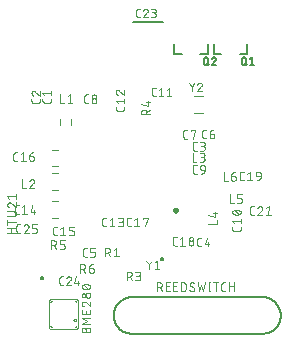
<source format=gbr>
G04 EAGLE Gerber RS-274X export*
G75*
%MOMM*%
%FSLAX34Y34*%
%LPD*%
%INSilkscreen Top*%
%IPPOS*%
%AMOC8*
5,1,8,0,0,1.08239X$1,22.5*%
G01*
%ADD10C,0.203200*%
%ADD11C,0.250000*%
%ADD12C,0.076200*%
%ADD13C,0.120000*%
%ADD14C,0.100000*%
%ADD15C,0.200000*%
%ADD16C,0.050800*%
%ADD17C,0.050000*%
%ADD18C,0.020000*%
%ADD19C,0.127000*%


D10*
X40236Y50303D02*
X40236Y51601D01*
X41534Y51601D01*
X41534Y50303D01*
X40236Y50303D01*
D11*
X152816Y108510D02*
X152818Y108580D01*
X152824Y108650D01*
X152834Y108719D01*
X152847Y108788D01*
X152865Y108856D01*
X152886Y108923D01*
X152911Y108988D01*
X152940Y109052D01*
X152972Y109115D01*
X153008Y109175D01*
X153047Y109233D01*
X153089Y109289D01*
X153134Y109343D01*
X153182Y109394D01*
X153233Y109442D01*
X153287Y109487D01*
X153343Y109529D01*
X153401Y109568D01*
X153461Y109604D01*
X153524Y109636D01*
X153588Y109665D01*
X153653Y109690D01*
X153720Y109711D01*
X153788Y109729D01*
X153857Y109742D01*
X153926Y109752D01*
X153996Y109758D01*
X154066Y109760D01*
X154136Y109758D01*
X154206Y109752D01*
X154275Y109742D01*
X154344Y109729D01*
X154412Y109711D01*
X154479Y109690D01*
X154544Y109665D01*
X154608Y109636D01*
X154671Y109604D01*
X154731Y109568D01*
X154789Y109529D01*
X154845Y109487D01*
X154899Y109442D01*
X154950Y109394D01*
X154998Y109343D01*
X155043Y109289D01*
X155085Y109233D01*
X155124Y109175D01*
X155160Y109115D01*
X155192Y109052D01*
X155221Y108988D01*
X155246Y108923D01*
X155267Y108856D01*
X155285Y108788D01*
X155298Y108719D01*
X155308Y108650D01*
X155314Y108580D01*
X155316Y108510D01*
X155314Y108440D01*
X155308Y108370D01*
X155298Y108301D01*
X155285Y108232D01*
X155267Y108164D01*
X155246Y108097D01*
X155221Y108032D01*
X155192Y107968D01*
X155160Y107905D01*
X155124Y107845D01*
X155085Y107787D01*
X155043Y107731D01*
X154998Y107677D01*
X154950Y107626D01*
X154899Y107578D01*
X154845Y107533D01*
X154789Y107491D01*
X154731Y107452D01*
X154671Y107416D01*
X154608Y107384D01*
X154544Y107355D01*
X154479Y107330D01*
X154412Y107309D01*
X154344Y107291D01*
X154275Y107278D01*
X154206Y107268D01*
X154136Y107262D01*
X154066Y107260D01*
X153996Y107262D01*
X153926Y107268D01*
X153857Y107278D01*
X153788Y107291D01*
X153720Y107309D01*
X153653Y107330D01*
X153588Y107355D01*
X153524Y107384D01*
X153461Y107416D01*
X153401Y107452D01*
X153343Y107491D01*
X153287Y107533D01*
X153233Y107578D01*
X153182Y107626D01*
X153134Y107677D01*
X153089Y107731D01*
X153047Y107787D01*
X153008Y107845D01*
X152972Y107905D01*
X152940Y107968D01*
X152911Y108032D01*
X152886Y108097D01*
X152865Y108164D01*
X152847Y108232D01*
X152834Y108301D01*
X152824Y108370D01*
X152818Y108440D01*
X152816Y108510D01*
D12*
X48768Y201281D02*
X48768Y202918D01*
X48768Y201281D02*
X48766Y201203D01*
X48761Y201125D01*
X48751Y201048D01*
X48738Y200971D01*
X48722Y200895D01*
X48702Y200820D01*
X48678Y200746D01*
X48651Y200673D01*
X48620Y200601D01*
X48586Y200531D01*
X48549Y200463D01*
X48508Y200396D01*
X48464Y200331D01*
X48418Y200269D01*
X48368Y200209D01*
X48316Y200151D01*
X48261Y200096D01*
X48203Y200044D01*
X48143Y199994D01*
X48081Y199948D01*
X48016Y199904D01*
X47950Y199863D01*
X47881Y199826D01*
X47811Y199792D01*
X47739Y199761D01*
X47666Y199734D01*
X47592Y199710D01*
X47517Y199690D01*
X47441Y199674D01*
X47364Y199661D01*
X47287Y199651D01*
X47209Y199646D01*
X47131Y199644D01*
X43039Y199644D01*
X42959Y199646D01*
X42879Y199652D01*
X42799Y199662D01*
X42720Y199675D01*
X42641Y199693D01*
X42564Y199714D01*
X42488Y199740D01*
X42413Y199769D01*
X42339Y199801D01*
X42267Y199837D01*
X42197Y199877D01*
X42130Y199920D01*
X42064Y199966D01*
X42001Y200016D01*
X41940Y200068D01*
X41881Y200123D01*
X41826Y200182D01*
X41774Y200242D01*
X41724Y200306D01*
X41678Y200371D01*
X41635Y200439D01*
X41595Y200509D01*
X41559Y200581D01*
X41527Y200655D01*
X41498Y200729D01*
X41473Y200806D01*
X41451Y200883D01*
X41433Y200962D01*
X41420Y201041D01*
X41410Y201120D01*
X41404Y201201D01*
X41402Y201281D01*
X41402Y202918D01*
X43039Y205763D02*
X41402Y207809D01*
X48768Y207809D01*
X48768Y205763D02*
X48768Y209855D01*
X39497Y202612D02*
X39497Y200976D01*
X39495Y200898D01*
X39490Y200820D01*
X39480Y200743D01*
X39467Y200666D01*
X39451Y200590D01*
X39431Y200515D01*
X39407Y200441D01*
X39380Y200368D01*
X39349Y200296D01*
X39315Y200226D01*
X39278Y200158D01*
X39237Y200091D01*
X39193Y200026D01*
X39147Y199964D01*
X39097Y199904D01*
X39045Y199846D01*
X38990Y199791D01*
X38932Y199739D01*
X38872Y199689D01*
X38810Y199643D01*
X38745Y199599D01*
X38679Y199558D01*
X38610Y199521D01*
X38540Y199487D01*
X38468Y199456D01*
X38395Y199429D01*
X38321Y199405D01*
X38246Y199385D01*
X38170Y199369D01*
X38093Y199356D01*
X38016Y199346D01*
X37938Y199341D01*
X37860Y199339D01*
X33768Y199339D01*
X33688Y199341D01*
X33608Y199347D01*
X33528Y199357D01*
X33449Y199370D01*
X33370Y199388D01*
X33293Y199409D01*
X33217Y199435D01*
X33142Y199464D01*
X33068Y199496D01*
X32996Y199532D01*
X32926Y199572D01*
X32859Y199615D01*
X32793Y199661D01*
X32730Y199711D01*
X32669Y199763D01*
X32610Y199818D01*
X32555Y199877D01*
X32503Y199937D01*
X32453Y200001D01*
X32407Y200066D01*
X32364Y200134D01*
X32324Y200204D01*
X32288Y200276D01*
X32256Y200350D01*
X32227Y200424D01*
X32202Y200501D01*
X32180Y200578D01*
X32162Y200657D01*
X32149Y200736D01*
X32139Y200815D01*
X32133Y200896D01*
X32131Y200976D01*
X32131Y202612D01*
X32131Y207709D02*
X32133Y207794D01*
X32139Y207879D01*
X32149Y207963D01*
X32162Y208047D01*
X32180Y208131D01*
X32201Y208213D01*
X32226Y208294D01*
X32255Y208374D01*
X32288Y208453D01*
X32324Y208530D01*
X32364Y208605D01*
X32407Y208679D01*
X32453Y208750D01*
X32503Y208819D01*
X32556Y208886D01*
X32612Y208950D01*
X32671Y209011D01*
X32732Y209070D01*
X32796Y209126D01*
X32863Y209179D01*
X32932Y209229D01*
X33003Y209275D01*
X33077Y209318D01*
X33152Y209358D01*
X33229Y209394D01*
X33308Y209427D01*
X33388Y209456D01*
X33469Y209481D01*
X33551Y209502D01*
X33635Y209520D01*
X33719Y209533D01*
X33803Y209543D01*
X33888Y209549D01*
X33973Y209551D01*
X32131Y207709D02*
X32133Y207613D01*
X32139Y207517D01*
X32149Y207422D01*
X32162Y207327D01*
X32180Y207232D01*
X32201Y207139D01*
X32226Y207046D01*
X32255Y206955D01*
X32287Y206864D01*
X32323Y206775D01*
X32363Y206688D01*
X32406Y206602D01*
X32452Y206518D01*
X32502Y206436D01*
X32556Y206356D01*
X32612Y206279D01*
X32672Y206204D01*
X32734Y206131D01*
X32800Y206061D01*
X32868Y205993D01*
X32939Y205928D01*
X33012Y205867D01*
X33088Y205808D01*
X33167Y205752D01*
X33247Y205700D01*
X33330Y205651D01*
X33414Y205605D01*
X33500Y205563D01*
X33588Y205525D01*
X33677Y205490D01*
X33768Y205458D01*
X35405Y208936D02*
X35346Y208996D01*
X35284Y209053D01*
X35220Y209108D01*
X35153Y209159D01*
X35084Y209208D01*
X35014Y209254D01*
X34941Y209297D01*
X34867Y209337D01*
X34791Y209373D01*
X34713Y209406D01*
X34634Y209436D01*
X34554Y209463D01*
X34473Y209486D01*
X34391Y209505D01*
X34309Y209521D01*
X34225Y209534D01*
X34141Y209543D01*
X34057Y209548D01*
X33973Y209550D01*
X35405Y208936D02*
X39497Y205458D01*
X39497Y209550D01*
X94520Y76706D02*
X94520Y69340D01*
X94520Y76706D02*
X96566Y76706D01*
X96655Y76704D01*
X96744Y76698D01*
X96833Y76688D01*
X96921Y76675D01*
X97009Y76658D01*
X97096Y76636D01*
X97181Y76611D01*
X97266Y76583D01*
X97349Y76550D01*
X97431Y76514D01*
X97511Y76475D01*
X97589Y76432D01*
X97665Y76386D01*
X97740Y76336D01*
X97812Y76283D01*
X97881Y76227D01*
X97948Y76168D01*
X98013Y76107D01*
X98074Y76042D01*
X98133Y75975D01*
X98189Y75906D01*
X98242Y75834D01*
X98292Y75759D01*
X98338Y75683D01*
X98381Y75605D01*
X98420Y75525D01*
X98456Y75443D01*
X98489Y75360D01*
X98517Y75275D01*
X98542Y75190D01*
X98564Y75103D01*
X98581Y75015D01*
X98594Y74927D01*
X98604Y74838D01*
X98610Y74749D01*
X98612Y74660D01*
X98610Y74571D01*
X98604Y74482D01*
X98594Y74393D01*
X98581Y74305D01*
X98564Y74217D01*
X98542Y74130D01*
X98517Y74045D01*
X98489Y73960D01*
X98456Y73877D01*
X98420Y73795D01*
X98381Y73715D01*
X98338Y73637D01*
X98292Y73561D01*
X98242Y73486D01*
X98189Y73414D01*
X98133Y73345D01*
X98074Y73278D01*
X98013Y73213D01*
X97948Y73152D01*
X97881Y73093D01*
X97812Y73037D01*
X97740Y72984D01*
X97665Y72934D01*
X97589Y72888D01*
X97511Y72845D01*
X97431Y72806D01*
X97349Y72770D01*
X97266Y72737D01*
X97181Y72709D01*
X97096Y72684D01*
X97009Y72662D01*
X96921Y72645D01*
X96833Y72632D01*
X96744Y72622D01*
X96655Y72616D01*
X96566Y72614D01*
X94520Y72614D01*
X96976Y72614D02*
X98612Y69340D01*
X101784Y75069D02*
X103830Y76706D01*
X103830Y69340D01*
X101784Y69340D02*
X105877Y69340D01*
X79252Y69214D02*
X77615Y69214D01*
X77537Y69216D01*
X77459Y69221D01*
X77382Y69231D01*
X77305Y69244D01*
X77229Y69260D01*
X77154Y69280D01*
X77080Y69304D01*
X77007Y69331D01*
X76935Y69362D01*
X76865Y69396D01*
X76797Y69433D01*
X76730Y69474D01*
X76665Y69518D01*
X76603Y69564D01*
X76543Y69614D01*
X76485Y69666D01*
X76430Y69721D01*
X76378Y69779D01*
X76328Y69839D01*
X76282Y69901D01*
X76238Y69966D01*
X76197Y70033D01*
X76160Y70101D01*
X76126Y70171D01*
X76095Y70243D01*
X76068Y70316D01*
X76044Y70390D01*
X76024Y70465D01*
X76008Y70541D01*
X75995Y70618D01*
X75985Y70695D01*
X75980Y70773D01*
X75978Y70851D01*
X75978Y74943D01*
X75980Y75023D01*
X75986Y75103D01*
X75996Y75183D01*
X76009Y75262D01*
X76027Y75341D01*
X76048Y75418D01*
X76074Y75494D01*
X76103Y75569D01*
X76135Y75643D01*
X76171Y75715D01*
X76211Y75785D01*
X76254Y75852D01*
X76300Y75918D01*
X76350Y75981D01*
X76402Y76042D01*
X76457Y76101D01*
X76516Y76156D01*
X76576Y76208D01*
X76640Y76258D01*
X76706Y76304D01*
X76773Y76347D01*
X76843Y76387D01*
X76915Y76423D01*
X76989Y76455D01*
X77063Y76484D01*
X77140Y76510D01*
X77217Y76531D01*
X77296Y76549D01*
X77375Y76562D01*
X77455Y76572D01*
X77535Y76578D01*
X77615Y76580D01*
X79252Y76580D01*
X82097Y69214D02*
X84552Y69214D01*
X84630Y69216D01*
X84708Y69221D01*
X84785Y69231D01*
X84862Y69244D01*
X84938Y69260D01*
X85013Y69280D01*
X85087Y69304D01*
X85160Y69331D01*
X85232Y69362D01*
X85302Y69396D01*
X85371Y69433D01*
X85437Y69474D01*
X85502Y69518D01*
X85564Y69564D01*
X85624Y69614D01*
X85682Y69666D01*
X85737Y69721D01*
X85789Y69779D01*
X85839Y69839D01*
X85885Y69901D01*
X85929Y69966D01*
X85970Y70033D01*
X86007Y70101D01*
X86041Y70171D01*
X86072Y70243D01*
X86099Y70316D01*
X86123Y70390D01*
X86143Y70465D01*
X86159Y70541D01*
X86172Y70618D01*
X86182Y70695D01*
X86187Y70773D01*
X86189Y70851D01*
X86189Y71669D01*
X86187Y71747D01*
X86182Y71825D01*
X86172Y71902D01*
X86159Y71979D01*
X86143Y72055D01*
X86123Y72130D01*
X86099Y72204D01*
X86072Y72277D01*
X86041Y72349D01*
X86007Y72419D01*
X85970Y72488D01*
X85929Y72554D01*
X85885Y72619D01*
X85839Y72681D01*
X85789Y72741D01*
X85737Y72799D01*
X85682Y72854D01*
X85624Y72906D01*
X85564Y72956D01*
X85502Y73002D01*
X85437Y73046D01*
X85371Y73087D01*
X85302Y73124D01*
X85232Y73158D01*
X85160Y73189D01*
X85087Y73216D01*
X85013Y73240D01*
X84938Y73260D01*
X84862Y73276D01*
X84785Y73289D01*
X84708Y73299D01*
X84630Y73304D01*
X84552Y73306D01*
X82097Y73306D01*
X82097Y76580D01*
X86189Y76580D01*
X80236Y199136D02*
X78599Y199136D01*
X78521Y199138D01*
X78443Y199143D01*
X78366Y199153D01*
X78289Y199166D01*
X78213Y199182D01*
X78138Y199202D01*
X78064Y199226D01*
X77991Y199253D01*
X77919Y199284D01*
X77849Y199318D01*
X77781Y199355D01*
X77714Y199396D01*
X77649Y199440D01*
X77587Y199486D01*
X77527Y199536D01*
X77469Y199588D01*
X77414Y199643D01*
X77362Y199701D01*
X77312Y199761D01*
X77266Y199823D01*
X77222Y199888D01*
X77181Y199955D01*
X77144Y200023D01*
X77110Y200093D01*
X77079Y200165D01*
X77052Y200238D01*
X77028Y200312D01*
X77008Y200387D01*
X76992Y200463D01*
X76979Y200540D01*
X76969Y200617D01*
X76964Y200695D01*
X76962Y200773D01*
X76962Y204865D01*
X76964Y204945D01*
X76970Y205025D01*
X76980Y205105D01*
X76993Y205184D01*
X77011Y205263D01*
X77032Y205340D01*
X77058Y205416D01*
X77087Y205491D01*
X77119Y205565D01*
X77155Y205637D01*
X77195Y205707D01*
X77238Y205774D01*
X77284Y205840D01*
X77334Y205903D01*
X77386Y205964D01*
X77441Y206023D01*
X77500Y206078D01*
X77560Y206130D01*
X77624Y206180D01*
X77690Y206226D01*
X77757Y206269D01*
X77827Y206309D01*
X77899Y206345D01*
X77973Y206377D01*
X78047Y206406D01*
X78124Y206432D01*
X78201Y206453D01*
X78280Y206471D01*
X78359Y206484D01*
X78439Y206494D01*
X78519Y206500D01*
X78599Y206502D01*
X80236Y206502D01*
X83081Y201182D02*
X83083Y201271D01*
X83089Y201360D01*
X83099Y201449D01*
X83112Y201537D01*
X83129Y201625D01*
X83151Y201712D01*
X83176Y201797D01*
X83204Y201882D01*
X83237Y201965D01*
X83273Y202047D01*
X83312Y202127D01*
X83355Y202205D01*
X83401Y202281D01*
X83451Y202356D01*
X83504Y202428D01*
X83560Y202497D01*
X83619Y202564D01*
X83680Y202629D01*
X83745Y202690D01*
X83812Y202749D01*
X83881Y202805D01*
X83953Y202858D01*
X84028Y202908D01*
X84104Y202954D01*
X84182Y202997D01*
X84262Y203036D01*
X84344Y203072D01*
X84427Y203105D01*
X84512Y203133D01*
X84597Y203158D01*
X84684Y203180D01*
X84772Y203197D01*
X84860Y203210D01*
X84949Y203220D01*
X85038Y203226D01*
X85127Y203228D01*
X85216Y203226D01*
X85305Y203220D01*
X85394Y203210D01*
X85482Y203197D01*
X85570Y203180D01*
X85657Y203158D01*
X85742Y203133D01*
X85827Y203105D01*
X85910Y203072D01*
X85992Y203036D01*
X86072Y202997D01*
X86150Y202954D01*
X86226Y202908D01*
X86301Y202858D01*
X86373Y202805D01*
X86442Y202749D01*
X86509Y202690D01*
X86574Y202629D01*
X86635Y202564D01*
X86694Y202497D01*
X86750Y202428D01*
X86803Y202356D01*
X86853Y202281D01*
X86899Y202205D01*
X86942Y202127D01*
X86981Y202047D01*
X87017Y201965D01*
X87050Y201882D01*
X87078Y201797D01*
X87103Y201712D01*
X87125Y201625D01*
X87142Y201537D01*
X87155Y201449D01*
X87165Y201360D01*
X87171Y201271D01*
X87173Y201182D01*
X87171Y201093D01*
X87165Y201004D01*
X87155Y200915D01*
X87142Y200827D01*
X87125Y200739D01*
X87103Y200652D01*
X87078Y200567D01*
X87050Y200482D01*
X87017Y200399D01*
X86981Y200317D01*
X86942Y200237D01*
X86899Y200159D01*
X86853Y200083D01*
X86803Y200008D01*
X86750Y199936D01*
X86694Y199867D01*
X86635Y199800D01*
X86574Y199735D01*
X86509Y199674D01*
X86442Y199615D01*
X86373Y199559D01*
X86301Y199506D01*
X86226Y199456D01*
X86150Y199410D01*
X86072Y199367D01*
X85992Y199328D01*
X85910Y199292D01*
X85827Y199259D01*
X85742Y199231D01*
X85657Y199206D01*
X85570Y199184D01*
X85482Y199167D01*
X85394Y199154D01*
X85305Y199144D01*
X85216Y199138D01*
X85127Y199136D01*
X85038Y199138D01*
X84949Y199144D01*
X84860Y199154D01*
X84772Y199167D01*
X84684Y199184D01*
X84597Y199206D01*
X84512Y199231D01*
X84427Y199259D01*
X84344Y199292D01*
X84262Y199328D01*
X84182Y199367D01*
X84104Y199410D01*
X84028Y199456D01*
X83953Y199506D01*
X83881Y199559D01*
X83812Y199615D01*
X83745Y199674D01*
X83680Y199735D01*
X83619Y199800D01*
X83560Y199867D01*
X83504Y199936D01*
X83451Y200008D01*
X83401Y200083D01*
X83355Y200159D01*
X83312Y200237D01*
X83273Y200317D01*
X83237Y200399D01*
X83204Y200482D01*
X83176Y200567D01*
X83151Y200652D01*
X83129Y200739D01*
X83112Y200827D01*
X83099Y200915D01*
X83089Y201004D01*
X83083Y201093D01*
X83081Y201182D01*
X83490Y204865D02*
X83492Y204944D01*
X83498Y205023D01*
X83507Y205102D01*
X83520Y205180D01*
X83538Y205257D01*
X83558Y205333D01*
X83583Y205408D01*
X83611Y205482D01*
X83642Y205555D01*
X83678Y205626D01*
X83716Y205695D01*
X83758Y205762D01*
X83803Y205827D01*
X83851Y205890D01*
X83902Y205951D01*
X83956Y206008D01*
X84012Y206064D01*
X84071Y206116D01*
X84133Y206166D01*
X84197Y206212D01*
X84263Y206256D01*
X84331Y206296D01*
X84401Y206332D01*
X84473Y206366D01*
X84547Y206396D01*
X84621Y206422D01*
X84697Y206445D01*
X84774Y206463D01*
X84851Y206479D01*
X84930Y206490D01*
X85008Y206498D01*
X85087Y206502D01*
X85167Y206502D01*
X85246Y206498D01*
X85324Y206490D01*
X85403Y206479D01*
X85480Y206463D01*
X85557Y206445D01*
X85633Y206422D01*
X85707Y206396D01*
X85781Y206366D01*
X85853Y206332D01*
X85923Y206296D01*
X85991Y206256D01*
X86057Y206212D01*
X86121Y206166D01*
X86183Y206116D01*
X86242Y206064D01*
X86298Y206008D01*
X86352Y205951D01*
X86403Y205890D01*
X86451Y205827D01*
X86496Y205762D01*
X86538Y205695D01*
X86576Y205626D01*
X86612Y205555D01*
X86643Y205482D01*
X86671Y205408D01*
X86696Y205333D01*
X86716Y205257D01*
X86734Y205180D01*
X86747Y205102D01*
X86756Y205023D01*
X86762Y204944D01*
X86764Y204865D01*
X86762Y204786D01*
X86756Y204707D01*
X86747Y204628D01*
X86734Y204550D01*
X86716Y204473D01*
X86696Y204397D01*
X86671Y204322D01*
X86643Y204248D01*
X86612Y204175D01*
X86576Y204104D01*
X86538Y204035D01*
X86496Y203968D01*
X86451Y203903D01*
X86403Y203840D01*
X86352Y203779D01*
X86298Y203722D01*
X86242Y203666D01*
X86183Y203614D01*
X86121Y203564D01*
X86057Y203518D01*
X85991Y203474D01*
X85923Y203434D01*
X85853Y203398D01*
X85781Y203364D01*
X85707Y203334D01*
X85633Y203308D01*
X85557Y203285D01*
X85480Y203267D01*
X85403Y203251D01*
X85324Y203240D01*
X85246Y203232D01*
X85167Y203228D01*
X85087Y203228D01*
X85008Y203232D01*
X84930Y203240D01*
X84851Y203251D01*
X84774Y203267D01*
X84697Y203285D01*
X84621Y203308D01*
X84547Y203334D01*
X84473Y203364D01*
X84401Y203398D01*
X84331Y203434D01*
X84263Y203474D01*
X84197Y203518D01*
X84133Y203564D01*
X84071Y203614D01*
X84012Y203666D01*
X83956Y203722D01*
X83902Y203779D01*
X83851Y203840D01*
X83803Y203903D01*
X83758Y203968D01*
X83716Y204035D01*
X83678Y204104D01*
X83642Y204175D01*
X83611Y204248D01*
X83583Y204322D01*
X83558Y204397D01*
X83538Y204473D01*
X83520Y204550D01*
X83507Y204628D01*
X83498Y204707D01*
X83492Y204786D01*
X83490Y204865D01*
X178497Y169291D02*
X180133Y169291D01*
X178497Y169291D02*
X178419Y169293D01*
X178341Y169298D01*
X178264Y169308D01*
X178187Y169321D01*
X178111Y169337D01*
X178036Y169357D01*
X177962Y169381D01*
X177889Y169408D01*
X177817Y169439D01*
X177747Y169473D01*
X177679Y169510D01*
X177612Y169551D01*
X177547Y169595D01*
X177485Y169641D01*
X177425Y169691D01*
X177367Y169743D01*
X177312Y169798D01*
X177260Y169856D01*
X177210Y169916D01*
X177164Y169978D01*
X177120Y170043D01*
X177079Y170110D01*
X177042Y170178D01*
X177008Y170248D01*
X176977Y170320D01*
X176950Y170393D01*
X176926Y170467D01*
X176906Y170542D01*
X176890Y170618D01*
X176877Y170695D01*
X176867Y170772D01*
X176862Y170850D01*
X176860Y170928D01*
X176860Y175020D01*
X176862Y175100D01*
X176868Y175180D01*
X176878Y175260D01*
X176891Y175339D01*
X176909Y175418D01*
X176930Y175495D01*
X176956Y175571D01*
X176985Y175646D01*
X177017Y175720D01*
X177053Y175792D01*
X177093Y175862D01*
X177136Y175929D01*
X177182Y175995D01*
X177232Y176058D01*
X177284Y176119D01*
X177339Y176178D01*
X177398Y176233D01*
X177458Y176285D01*
X177522Y176335D01*
X177588Y176381D01*
X177655Y176424D01*
X177725Y176464D01*
X177797Y176500D01*
X177871Y176532D01*
X177945Y176561D01*
X178022Y176587D01*
X178099Y176608D01*
X178178Y176626D01*
X178257Y176639D01*
X178337Y176649D01*
X178417Y176655D01*
X178497Y176657D01*
X180133Y176657D01*
X182979Y173383D02*
X185434Y173383D01*
X185512Y173381D01*
X185590Y173376D01*
X185667Y173366D01*
X185744Y173353D01*
X185820Y173337D01*
X185895Y173317D01*
X185969Y173293D01*
X186042Y173266D01*
X186114Y173235D01*
X186184Y173201D01*
X186253Y173164D01*
X186319Y173123D01*
X186384Y173079D01*
X186446Y173033D01*
X186506Y172983D01*
X186564Y172931D01*
X186619Y172876D01*
X186671Y172818D01*
X186721Y172758D01*
X186767Y172696D01*
X186811Y172631D01*
X186852Y172565D01*
X186889Y172496D01*
X186923Y172426D01*
X186954Y172354D01*
X186981Y172281D01*
X187005Y172207D01*
X187025Y172132D01*
X187041Y172056D01*
X187054Y171979D01*
X187064Y171902D01*
X187069Y171824D01*
X187071Y171746D01*
X187071Y171337D01*
X187069Y171248D01*
X187063Y171159D01*
X187053Y171070D01*
X187040Y170982D01*
X187023Y170894D01*
X187001Y170807D01*
X186976Y170722D01*
X186948Y170637D01*
X186915Y170554D01*
X186879Y170472D01*
X186840Y170392D01*
X186797Y170314D01*
X186751Y170238D01*
X186701Y170163D01*
X186648Y170091D01*
X186592Y170022D01*
X186533Y169955D01*
X186472Y169890D01*
X186407Y169829D01*
X186340Y169770D01*
X186271Y169714D01*
X186199Y169661D01*
X186124Y169611D01*
X186048Y169565D01*
X185970Y169522D01*
X185890Y169483D01*
X185808Y169447D01*
X185725Y169414D01*
X185640Y169386D01*
X185555Y169361D01*
X185468Y169339D01*
X185380Y169322D01*
X185292Y169309D01*
X185203Y169299D01*
X185114Y169293D01*
X185025Y169291D01*
X184936Y169293D01*
X184847Y169299D01*
X184758Y169309D01*
X184670Y169322D01*
X184582Y169339D01*
X184495Y169361D01*
X184410Y169386D01*
X184325Y169414D01*
X184242Y169447D01*
X184160Y169483D01*
X184080Y169522D01*
X184002Y169565D01*
X183926Y169611D01*
X183851Y169661D01*
X183779Y169714D01*
X183710Y169770D01*
X183643Y169829D01*
X183578Y169890D01*
X183517Y169955D01*
X183458Y170022D01*
X183402Y170091D01*
X183349Y170163D01*
X183299Y170238D01*
X183253Y170314D01*
X183210Y170392D01*
X183171Y170472D01*
X183135Y170554D01*
X183102Y170637D01*
X183074Y170722D01*
X183049Y170807D01*
X183027Y170894D01*
X183010Y170982D01*
X182997Y171070D01*
X182987Y171159D01*
X182981Y171248D01*
X182979Y171337D01*
X182979Y173383D01*
X182981Y173497D01*
X182987Y173611D01*
X182997Y173725D01*
X183011Y173839D01*
X183029Y173952D01*
X183051Y174064D01*
X183076Y174175D01*
X183106Y174285D01*
X183139Y174395D01*
X183176Y174503D01*
X183217Y174609D01*
X183262Y174715D01*
X183310Y174818D01*
X183362Y174920D01*
X183418Y175020D01*
X183476Y175118D01*
X183539Y175214D01*
X183604Y175307D01*
X183673Y175399D01*
X183745Y175487D01*
X183820Y175574D01*
X183898Y175657D01*
X183979Y175738D01*
X184062Y175816D01*
X184149Y175891D01*
X184237Y175963D01*
X184329Y176032D01*
X184422Y176097D01*
X184518Y176159D01*
X184616Y176218D01*
X184716Y176274D01*
X184818Y176326D01*
X184921Y176374D01*
X185027Y176419D01*
X185133Y176460D01*
X185241Y176497D01*
X185351Y176530D01*
X185461Y176560D01*
X185572Y176585D01*
X185684Y176607D01*
X185797Y176625D01*
X185911Y176639D01*
X186025Y176649D01*
X186139Y176655D01*
X186253Y176657D01*
X164056Y169037D02*
X162419Y169037D01*
X162341Y169039D01*
X162263Y169044D01*
X162186Y169054D01*
X162109Y169067D01*
X162033Y169083D01*
X161958Y169103D01*
X161884Y169127D01*
X161811Y169154D01*
X161739Y169185D01*
X161669Y169219D01*
X161601Y169256D01*
X161534Y169297D01*
X161469Y169341D01*
X161407Y169387D01*
X161347Y169437D01*
X161289Y169489D01*
X161234Y169544D01*
X161182Y169602D01*
X161132Y169662D01*
X161086Y169724D01*
X161042Y169789D01*
X161001Y169856D01*
X160964Y169924D01*
X160930Y169994D01*
X160899Y170066D01*
X160872Y170139D01*
X160848Y170213D01*
X160828Y170288D01*
X160812Y170364D01*
X160799Y170441D01*
X160789Y170518D01*
X160784Y170596D01*
X160782Y170674D01*
X160782Y174766D01*
X160784Y174846D01*
X160790Y174926D01*
X160800Y175006D01*
X160813Y175085D01*
X160831Y175164D01*
X160852Y175241D01*
X160878Y175317D01*
X160907Y175392D01*
X160939Y175466D01*
X160975Y175538D01*
X161015Y175608D01*
X161058Y175675D01*
X161104Y175741D01*
X161154Y175804D01*
X161206Y175865D01*
X161261Y175924D01*
X161320Y175979D01*
X161380Y176031D01*
X161444Y176081D01*
X161510Y176127D01*
X161577Y176170D01*
X161647Y176210D01*
X161719Y176246D01*
X161793Y176278D01*
X161867Y176307D01*
X161944Y176333D01*
X162021Y176354D01*
X162100Y176372D01*
X162179Y176385D01*
X162259Y176395D01*
X162339Y176401D01*
X162419Y176403D01*
X164056Y176403D01*
X166901Y176403D02*
X166901Y175585D01*
X166901Y176403D02*
X170993Y176403D01*
X168947Y169037D01*
X137287Y205359D02*
X135763Y205359D01*
X135686Y205361D01*
X135609Y205367D01*
X135532Y205377D01*
X135456Y205390D01*
X135381Y205408D01*
X135307Y205429D01*
X135234Y205454D01*
X135162Y205483D01*
X135092Y205515D01*
X135023Y205550D01*
X134957Y205590D01*
X134892Y205632D01*
X134830Y205678D01*
X134770Y205727D01*
X134713Y205778D01*
X134658Y205833D01*
X134607Y205890D01*
X134558Y205950D01*
X134512Y206012D01*
X134470Y206077D01*
X134430Y206143D01*
X134395Y206212D01*
X134363Y206282D01*
X134334Y206354D01*
X134309Y206427D01*
X134288Y206501D01*
X134270Y206576D01*
X134257Y206652D01*
X134247Y206729D01*
X134241Y206806D01*
X134239Y206883D01*
X134239Y210693D01*
X134241Y210770D01*
X134247Y210847D01*
X134257Y210924D01*
X134270Y211000D01*
X134288Y211075D01*
X134309Y211149D01*
X134334Y211222D01*
X134363Y211294D01*
X134395Y211364D01*
X134430Y211433D01*
X134470Y211499D01*
X134512Y211564D01*
X134558Y211626D01*
X134607Y211686D01*
X134658Y211743D01*
X134713Y211798D01*
X134770Y211849D01*
X134830Y211898D01*
X134892Y211944D01*
X134957Y211986D01*
X135023Y212026D01*
X135092Y212061D01*
X135162Y212093D01*
X135234Y212122D01*
X135307Y212147D01*
X135381Y212168D01*
X135456Y212186D01*
X135532Y212199D01*
X135609Y212209D01*
X135686Y212215D01*
X135763Y212217D01*
X137287Y212217D01*
X139976Y210693D02*
X141881Y212217D01*
X141881Y205359D01*
X139976Y205359D02*
X143786Y205359D01*
X146834Y210693D02*
X148739Y212217D01*
X148739Y205359D01*
X146834Y205359D02*
X150644Y205359D01*
X110744Y196060D02*
X110744Y194423D01*
X110742Y194345D01*
X110737Y194267D01*
X110727Y194190D01*
X110714Y194113D01*
X110698Y194037D01*
X110678Y193962D01*
X110654Y193888D01*
X110627Y193815D01*
X110596Y193743D01*
X110562Y193673D01*
X110525Y193605D01*
X110484Y193538D01*
X110440Y193473D01*
X110394Y193411D01*
X110344Y193351D01*
X110292Y193293D01*
X110237Y193238D01*
X110179Y193186D01*
X110119Y193136D01*
X110057Y193090D01*
X109992Y193046D01*
X109926Y193005D01*
X109857Y192968D01*
X109787Y192934D01*
X109715Y192903D01*
X109642Y192876D01*
X109568Y192852D01*
X109493Y192832D01*
X109417Y192816D01*
X109340Y192803D01*
X109263Y192793D01*
X109185Y192788D01*
X109107Y192786D01*
X105015Y192786D01*
X104935Y192788D01*
X104855Y192794D01*
X104775Y192804D01*
X104696Y192817D01*
X104617Y192835D01*
X104540Y192856D01*
X104464Y192882D01*
X104389Y192911D01*
X104315Y192943D01*
X104243Y192979D01*
X104173Y193019D01*
X104106Y193062D01*
X104040Y193108D01*
X103977Y193158D01*
X103916Y193210D01*
X103857Y193265D01*
X103802Y193324D01*
X103750Y193384D01*
X103700Y193448D01*
X103654Y193513D01*
X103611Y193581D01*
X103571Y193651D01*
X103535Y193723D01*
X103503Y193797D01*
X103474Y193871D01*
X103449Y193948D01*
X103427Y194025D01*
X103409Y194104D01*
X103396Y194183D01*
X103386Y194262D01*
X103380Y194343D01*
X103378Y194423D01*
X103378Y196060D01*
X105015Y198905D02*
X103378Y200951D01*
X110744Y200951D01*
X110744Y198905D02*
X110744Y202997D01*
X105220Y210313D02*
X105135Y210311D01*
X105050Y210305D01*
X104966Y210295D01*
X104882Y210282D01*
X104798Y210264D01*
X104716Y210243D01*
X104635Y210218D01*
X104555Y210189D01*
X104476Y210156D01*
X104399Y210120D01*
X104324Y210080D01*
X104250Y210037D01*
X104179Y209991D01*
X104110Y209941D01*
X104043Y209888D01*
X103979Y209832D01*
X103918Y209773D01*
X103859Y209712D01*
X103803Y209648D01*
X103750Y209581D01*
X103700Y209512D01*
X103654Y209441D01*
X103611Y209367D01*
X103571Y209292D01*
X103535Y209215D01*
X103502Y209136D01*
X103473Y209056D01*
X103448Y208975D01*
X103427Y208893D01*
X103409Y208809D01*
X103396Y208725D01*
X103386Y208641D01*
X103380Y208556D01*
X103378Y208471D01*
X103380Y208375D01*
X103386Y208279D01*
X103396Y208184D01*
X103409Y208089D01*
X103427Y207994D01*
X103448Y207901D01*
X103473Y207808D01*
X103502Y207717D01*
X103534Y207626D01*
X103570Y207537D01*
X103610Y207450D01*
X103653Y207364D01*
X103699Y207280D01*
X103749Y207198D01*
X103803Y207118D01*
X103859Y207041D01*
X103919Y206966D01*
X103981Y206893D01*
X104047Y206823D01*
X104115Y206755D01*
X104186Y206690D01*
X104259Y206629D01*
X104335Y206570D01*
X104414Y206514D01*
X104494Y206462D01*
X104577Y206413D01*
X104661Y206367D01*
X104747Y206325D01*
X104835Y206287D01*
X104924Y206252D01*
X105015Y206220D01*
X106652Y209699D02*
X106593Y209759D01*
X106531Y209816D01*
X106467Y209871D01*
X106400Y209922D01*
X106331Y209971D01*
X106261Y210017D01*
X106188Y210060D01*
X106114Y210100D01*
X106038Y210136D01*
X105960Y210169D01*
X105881Y210199D01*
X105801Y210226D01*
X105720Y210249D01*
X105638Y210268D01*
X105556Y210284D01*
X105472Y210297D01*
X105388Y210306D01*
X105304Y210311D01*
X105220Y210313D01*
X106652Y209699D02*
X110744Y206220D01*
X110744Y210313D01*
X95475Y94742D02*
X93838Y94742D01*
X93760Y94744D01*
X93682Y94749D01*
X93605Y94759D01*
X93528Y94772D01*
X93452Y94788D01*
X93377Y94808D01*
X93303Y94832D01*
X93230Y94859D01*
X93158Y94890D01*
X93088Y94924D01*
X93020Y94961D01*
X92953Y95002D01*
X92888Y95046D01*
X92826Y95092D01*
X92766Y95142D01*
X92708Y95194D01*
X92653Y95249D01*
X92601Y95307D01*
X92551Y95367D01*
X92505Y95429D01*
X92461Y95494D01*
X92420Y95561D01*
X92383Y95629D01*
X92349Y95699D01*
X92318Y95771D01*
X92291Y95844D01*
X92267Y95918D01*
X92247Y95993D01*
X92231Y96069D01*
X92218Y96146D01*
X92208Y96223D01*
X92203Y96301D01*
X92201Y96379D01*
X92202Y96379D02*
X92202Y100471D01*
X92201Y100471D02*
X92203Y100551D01*
X92209Y100631D01*
X92219Y100711D01*
X92232Y100790D01*
X92250Y100869D01*
X92271Y100946D01*
X92297Y101022D01*
X92326Y101097D01*
X92358Y101171D01*
X92394Y101243D01*
X92434Y101313D01*
X92477Y101380D01*
X92523Y101446D01*
X92573Y101509D01*
X92625Y101570D01*
X92680Y101629D01*
X92739Y101684D01*
X92799Y101736D01*
X92863Y101786D01*
X92929Y101832D01*
X92996Y101875D01*
X93066Y101915D01*
X93138Y101951D01*
X93212Y101983D01*
X93286Y102012D01*
X93363Y102038D01*
X93440Y102059D01*
X93519Y102077D01*
X93598Y102090D01*
X93678Y102100D01*
X93758Y102106D01*
X93838Y102108D01*
X95475Y102108D01*
X98321Y100471D02*
X100367Y102108D01*
X100367Y94742D01*
X98321Y94742D02*
X102413Y94742D01*
X105636Y94742D02*
X107682Y94742D01*
X107771Y94744D01*
X107860Y94750D01*
X107949Y94760D01*
X108037Y94773D01*
X108125Y94790D01*
X108212Y94812D01*
X108297Y94837D01*
X108382Y94865D01*
X108465Y94898D01*
X108547Y94934D01*
X108627Y94973D01*
X108705Y95016D01*
X108781Y95062D01*
X108856Y95112D01*
X108928Y95165D01*
X108997Y95221D01*
X109064Y95280D01*
X109129Y95341D01*
X109190Y95406D01*
X109249Y95473D01*
X109305Y95542D01*
X109358Y95614D01*
X109408Y95689D01*
X109454Y95765D01*
X109497Y95843D01*
X109536Y95923D01*
X109572Y96005D01*
X109605Y96088D01*
X109633Y96173D01*
X109658Y96258D01*
X109680Y96345D01*
X109697Y96433D01*
X109710Y96521D01*
X109720Y96610D01*
X109726Y96699D01*
X109728Y96788D01*
X109726Y96877D01*
X109720Y96966D01*
X109710Y97055D01*
X109697Y97143D01*
X109680Y97231D01*
X109658Y97318D01*
X109633Y97403D01*
X109605Y97488D01*
X109572Y97571D01*
X109536Y97653D01*
X109497Y97733D01*
X109454Y97811D01*
X109408Y97887D01*
X109358Y97962D01*
X109305Y98034D01*
X109249Y98103D01*
X109190Y98170D01*
X109129Y98235D01*
X109064Y98296D01*
X108997Y98355D01*
X108928Y98411D01*
X108856Y98464D01*
X108781Y98514D01*
X108705Y98560D01*
X108627Y98603D01*
X108547Y98642D01*
X108465Y98678D01*
X108382Y98711D01*
X108297Y98739D01*
X108212Y98764D01*
X108125Y98786D01*
X108037Y98803D01*
X107949Y98816D01*
X107860Y98826D01*
X107771Y98832D01*
X107682Y98834D01*
X108091Y102108D02*
X105636Y102108D01*
X108091Y102108D02*
X108170Y102106D01*
X108249Y102100D01*
X108328Y102091D01*
X108406Y102078D01*
X108483Y102060D01*
X108559Y102040D01*
X108634Y102015D01*
X108708Y101987D01*
X108781Y101956D01*
X108852Y101920D01*
X108921Y101882D01*
X108988Y101840D01*
X109053Y101795D01*
X109116Y101747D01*
X109177Y101696D01*
X109234Y101642D01*
X109290Y101586D01*
X109342Y101527D01*
X109392Y101465D01*
X109438Y101401D01*
X109482Y101335D01*
X109522Y101267D01*
X109558Y101197D01*
X109592Y101125D01*
X109622Y101051D01*
X109648Y100977D01*
X109671Y100901D01*
X109689Y100824D01*
X109705Y100747D01*
X109716Y100668D01*
X109724Y100590D01*
X109728Y100511D01*
X109728Y100431D01*
X109724Y100352D01*
X109716Y100274D01*
X109705Y100195D01*
X109689Y100118D01*
X109671Y100041D01*
X109648Y99965D01*
X109622Y99891D01*
X109592Y99817D01*
X109558Y99745D01*
X109522Y99675D01*
X109482Y99607D01*
X109438Y99541D01*
X109392Y99477D01*
X109342Y99415D01*
X109290Y99356D01*
X109234Y99300D01*
X109177Y99246D01*
X109116Y99195D01*
X109053Y99147D01*
X108988Y99102D01*
X108921Y99060D01*
X108852Y99022D01*
X108781Y98986D01*
X108708Y98955D01*
X108634Y98927D01*
X108559Y98902D01*
X108483Y98882D01*
X108406Y98864D01*
X108328Y98851D01*
X108249Y98842D01*
X108170Y98836D01*
X108091Y98834D01*
X106454Y98834D01*
X53820Y87249D02*
X52183Y87249D01*
X52105Y87251D01*
X52027Y87256D01*
X51950Y87266D01*
X51873Y87279D01*
X51797Y87295D01*
X51722Y87315D01*
X51648Y87339D01*
X51575Y87366D01*
X51503Y87397D01*
X51433Y87431D01*
X51365Y87468D01*
X51298Y87509D01*
X51233Y87553D01*
X51171Y87599D01*
X51111Y87649D01*
X51053Y87701D01*
X50998Y87756D01*
X50946Y87814D01*
X50896Y87874D01*
X50850Y87936D01*
X50806Y88001D01*
X50765Y88068D01*
X50728Y88136D01*
X50694Y88206D01*
X50663Y88278D01*
X50636Y88351D01*
X50612Y88425D01*
X50592Y88500D01*
X50576Y88576D01*
X50563Y88653D01*
X50553Y88730D01*
X50548Y88808D01*
X50546Y88886D01*
X50546Y92978D01*
X50548Y93058D01*
X50554Y93138D01*
X50564Y93218D01*
X50577Y93297D01*
X50595Y93376D01*
X50616Y93453D01*
X50642Y93529D01*
X50671Y93604D01*
X50703Y93678D01*
X50739Y93750D01*
X50779Y93820D01*
X50822Y93887D01*
X50868Y93953D01*
X50918Y94016D01*
X50970Y94077D01*
X51025Y94136D01*
X51084Y94191D01*
X51144Y94243D01*
X51208Y94293D01*
X51274Y94339D01*
X51341Y94382D01*
X51411Y94422D01*
X51483Y94458D01*
X51557Y94490D01*
X51631Y94519D01*
X51708Y94545D01*
X51785Y94566D01*
X51864Y94584D01*
X51943Y94597D01*
X52023Y94607D01*
X52103Y94613D01*
X52183Y94615D01*
X53820Y94615D01*
X56665Y92978D02*
X58711Y94615D01*
X58711Y87249D01*
X56665Y87249D02*
X60757Y87249D01*
X63980Y87249D02*
X66436Y87249D01*
X66514Y87251D01*
X66592Y87256D01*
X66669Y87266D01*
X66746Y87279D01*
X66822Y87295D01*
X66897Y87315D01*
X66971Y87339D01*
X67044Y87366D01*
X67116Y87397D01*
X67186Y87431D01*
X67255Y87468D01*
X67321Y87509D01*
X67386Y87553D01*
X67448Y87599D01*
X67508Y87649D01*
X67566Y87701D01*
X67621Y87756D01*
X67673Y87814D01*
X67723Y87874D01*
X67769Y87936D01*
X67813Y88001D01*
X67854Y88068D01*
X67891Y88136D01*
X67925Y88206D01*
X67956Y88278D01*
X67983Y88351D01*
X68007Y88425D01*
X68027Y88500D01*
X68043Y88576D01*
X68056Y88653D01*
X68066Y88730D01*
X68071Y88808D01*
X68073Y88886D01*
X68073Y89704D01*
X68071Y89782D01*
X68066Y89860D01*
X68056Y89937D01*
X68043Y90014D01*
X68027Y90090D01*
X68007Y90165D01*
X67983Y90239D01*
X67956Y90312D01*
X67925Y90384D01*
X67891Y90454D01*
X67854Y90523D01*
X67813Y90589D01*
X67769Y90654D01*
X67723Y90716D01*
X67673Y90776D01*
X67621Y90834D01*
X67566Y90889D01*
X67508Y90941D01*
X67448Y90991D01*
X67386Y91037D01*
X67321Y91081D01*
X67255Y91122D01*
X67186Y91159D01*
X67116Y91193D01*
X67044Y91224D01*
X66971Y91251D01*
X66897Y91275D01*
X66822Y91295D01*
X66746Y91311D01*
X66669Y91324D01*
X66592Y91334D01*
X66514Y91339D01*
X66436Y91341D01*
X63980Y91341D01*
X63980Y94615D01*
X68073Y94615D01*
D13*
X54366Y102220D02*
X49266Y102220D01*
X49266Y116220D02*
X54366Y116220D01*
D12*
X21181Y105283D02*
X19544Y105283D01*
X19466Y105285D01*
X19388Y105290D01*
X19311Y105300D01*
X19234Y105313D01*
X19158Y105329D01*
X19083Y105349D01*
X19009Y105373D01*
X18936Y105400D01*
X18864Y105431D01*
X18794Y105465D01*
X18725Y105502D01*
X18659Y105543D01*
X18594Y105587D01*
X18532Y105633D01*
X18472Y105683D01*
X18414Y105735D01*
X18359Y105790D01*
X18307Y105848D01*
X18257Y105908D01*
X18211Y105970D01*
X18167Y106035D01*
X18126Y106102D01*
X18089Y106170D01*
X18055Y106240D01*
X18024Y106312D01*
X17997Y106385D01*
X17973Y106459D01*
X17953Y106534D01*
X17937Y106610D01*
X17924Y106687D01*
X17914Y106764D01*
X17909Y106842D01*
X17907Y106920D01*
X17907Y111012D01*
X17909Y111092D01*
X17915Y111172D01*
X17925Y111252D01*
X17938Y111331D01*
X17956Y111410D01*
X17977Y111487D01*
X18003Y111563D01*
X18032Y111638D01*
X18064Y111712D01*
X18100Y111784D01*
X18140Y111854D01*
X18183Y111921D01*
X18229Y111987D01*
X18279Y112050D01*
X18331Y112111D01*
X18386Y112170D01*
X18445Y112225D01*
X18505Y112277D01*
X18569Y112327D01*
X18635Y112373D01*
X18702Y112416D01*
X18772Y112456D01*
X18844Y112492D01*
X18918Y112524D01*
X18992Y112553D01*
X19069Y112579D01*
X19146Y112600D01*
X19225Y112618D01*
X19304Y112631D01*
X19384Y112641D01*
X19464Y112647D01*
X19544Y112649D01*
X21181Y112649D01*
X24026Y111012D02*
X26072Y112649D01*
X26072Y105283D01*
X24026Y105283D02*
X28118Y105283D01*
X31341Y106920D02*
X32978Y112649D01*
X31341Y106920D02*
X35434Y106920D01*
X34206Y108557D02*
X34206Y105283D01*
D13*
X49393Y159908D02*
X54493Y159908D01*
X54493Y145908D02*
X49393Y145908D01*
D12*
X20165Y150114D02*
X18528Y150114D01*
X18450Y150116D01*
X18372Y150121D01*
X18295Y150131D01*
X18218Y150144D01*
X18142Y150160D01*
X18067Y150180D01*
X17993Y150204D01*
X17920Y150231D01*
X17848Y150262D01*
X17778Y150296D01*
X17709Y150333D01*
X17643Y150374D01*
X17578Y150418D01*
X17516Y150464D01*
X17456Y150514D01*
X17398Y150566D01*
X17343Y150621D01*
X17291Y150679D01*
X17241Y150739D01*
X17195Y150801D01*
X17151Y150866D01*
X17110Y150933D01*
X17073Y151001D01*
X17039Y151071D01*
X17008Y151143D01*
X16981Y151216D01*
X16957Y151290D01*
X16937Y151365D01*
X16921Y151441D01*
X16908Y151518D01*
X16898Y151595D01*
X16893Y151673D01*
X16891Y151751D01*
X16891Y155843D01*
X16893Y155923D01*
X16899Y156003D01*
X16909Y156083D01*
X16922Y156162D01*
X16940Y156241D01*
X16961Y156318D01*
X16987Y156394D01*
X17016Y156469D01*
X17048Y156543D01*
X17084Y156615D01*
X17124Y156685D01*
X17167Y156752D01*
X17213Y156818D01*
X17263Y156881D01*
X17315Y156942D01*
X17370Y157001D01*
X17429Y157056D01*
X17489Y157108D01*
X17553Y157158D01*
X17619Y157204D01*
X17686Y157247D01*
X17756Y157287D01*
X17828Y157323D01*
X17902Y157355D01*
X17976Y157384D01*
X18053Y157410D01*
X18130Y157431D01*
X18209Y157449D01*
X18288Y157462D01*
X18368Y157472D01*
X18448Y157478D01*
X18528Y157480D01*
X20165Y157480D01*
X23010Y155843D02*
X25056Y157480D01*
X25056Y150114D01*
X23010Y150114D02*
X27102Y150114D01*
X30325Y154206D02*
X32781Y154206D01*
X32859Y154204D01*
X32937Y154199D01*
X33014Y154189D01*
X33091Y154176D01*
X33167Y154160D01*
X33242Y154140D01*
X33316Y154116D01*
X33389Y154089D01*
X33461Y154058D01*
X33531Y154024D01*
X33600Y153987D01*
X33666Y153946D01*
X33731Y153902D01*
X33793Y153856D01*
X33853Y153806D01*
X33911Y153754D01*
X33966Y153699D01*
X34018Y153641D01*
X34068Y153581D01*
X34114Y153519D01*
X34158Y153454D01*
X34199Y153388D01*
X34236Y153319D01*
X34270Y153249D01*
X34301Y153177D01*
X34328Y153104D01*
X34352Y153030D01*
X34372Y152955D01*
X34388Y152879D01*
X34401Y152802D01*
X34411Y152725D01*
X34416Y152647D01*
X34418Y152569D01*
X34418Y152160D01*
X34417Y152160D02*
X34415Y152071D01*
X34409Y151982D01*
X34399Y151893D01*
X34386Y151805D01*
X34369Y151717D01*
X34347Y151630D01*
X34322Y151545D01*
X34294Y151460D01*
X34261Y151377D01*
X34225Y151295D01*
X34186Y151215D01*
X34143Y151137D01*
X34097Y151061D01*
X34047Y150986D01*
X33994Y150914D01*
X33938Y150845D01*
X33879Y150778D01*
X33818Y150713D01*
X33753Y150652D01*
X33686Y150593D01*
X33617Y150537D01*
X33545Y150484D01*
X33470Y150434D01*
X33394Y150388D01*
X33316Y150345D01*
X33236Y150306D01*
X33154Y150270D01*
X33071Y150237D01*
X32986Y150209D01*
X32901Y150184D01*
X32814Y150162D01*
X32726Y150145D01*
X32638Y150132D01*
X32549Y150122D01*
X32460Y150116D01*
X32371Y150114D01*
X32282Y150116D01*
X32193Y150122D01*
X32104Y150132D01*
X32016Y150145D01*
X31928Y150162D01*
X31841Y150184D01*
X31756Y150209D01*
X31671Y150237D01*
X31588Y150270D01*
X31506Y150306D01*
X31426Y150345D01*
X31348Y150388D01*
X31272Y150434D01*
X31197Y150484D01*
X31125Y150537D01*
X31056Y150593D01*
X30989Y150652D01*
X30924Y150713D01*
X30863Y150778D01*
X30804Y150845D01*
X30748Y150914D01*
X30695Y150986D01*
X30645Y151061D01*
X30599Y151137D01*
X30556Y151215D01*
X30517Y151295D01*
X30481Y151377D01*
X30448Y151460D01*
X30420Y151545D01*
X30395Y151630D01*
X30373Y151717D01*
X30356Y151805D01*
X30343Y151893D01*
X30333Y151982D01*
X30327Y152071D01*
X30325Y152160D01*
X30325Y154206D01*
X30327Y154318D01*
X30333Y154429D01*
X30342Y154541D01*
X30355Y154652D01*
X30373Y154762D01*
X30393Y154872D01*
X30418Y154981D01*
X30446Y155089D01*
X30478Y155196D01*
X30514Y155302D01*
X30553Y155407D01*
X30596Y155510D01*
X30642Y155612D01*
X30692Y155712D01*
X30745Y155811D01*
X30802Y155907D01*
X30861Y156002D01*
X30924Y156094D01*
X30990Y156184D01*
X31059Y156272D01*
X31131Y156358D01*
X31206Y156441D01*
X31284Y156521D01*
X31364Y156599D01*
X31447Y156674D01*
X31533Y156746D01*
X31621Y156815D01*
X31711Y156881D01*
X31803Y156944D01*
X31898Y157003D01*
X31994Y157060D01*
X32093Y157113D01*
X32193Y157163D01*
X32295Y157209D01*
X32398Y157252D01*
X32503Y157291D01*
X32609Y157327D01*
X32716Y157359D01*
X32824Y157387D01*
X32933Y157412D01*
X33043Y157432D01*
X33153Y157450D01*
X33264Y157463D01*
X33376Y157472D01*
X33487Y157478D01*
X33599Y157480D01*
X114793Y94869D02*
X116430Y94869D01*
X114793Y94869D02*
X114715Y94871D01*
X114637Y94876D01*
X114560Y94886D01*
X114483Y94899D01*
X114407Y94915D01*
X114332Y94935D01*
X114258Y94959D01*
X114185Y94986D01*
X114113Y95017D01*
X114043Y95051D01*
X113975Y95088D01*
X113908Y95129D01*
X113843Y95173D01*
X113781Y95219D01*
X113721Y95269D01*
X113663Y95321D01*
X113608Y95376D01*
X113556Y95434D01*
X113506Y95494D01*
X113460Y95556D01*
X113416Y95621D01*
X113375Y95688D01*
X113338Y95756D01*
X113304Y95826D01*
X113273Y95898D01*
X113246Y95971D01*
X113222Y96045D01*
X113202Y96120D01*
X113186Y96196D01*
X113173Y96273D01*
X113163Y96350D01*
X113158Y96428D01*
X113156Y96506D01*
X113157Y96506D02*
X113157Y100598D01*
X113156Y100598D02*
X113158Y100678D01*
X113164Y100758D01*
X113174Y100838D01*
X113187Y100917D01*
X113205Y100996D01*
X113226Y101073D01*
X113252Y101149D01*
X113281Y101224D01*
X113313Y101298D01*
X113349Y101370D01*
X113389Y101440D01*
X113432Y101507D01*
X113478Y101573D01*
X113528Y101636D01*
X113580Y101697D01*
X113635Y101756D01*
X113694Y101811D01*
X113754Y101863D01*
X113818Y101913D01*
X113884Y101959D01*
X113951Y102002D01*
X114021Y102042D01*
X114093Y102078D01*
X114167Y102110D01*
X114241Y102139D01*
X114318Y102165D01*
X114395Y102186D01*
X114474Y102204D01*
X114553Y102217D01*
X114633Y102227D01*
X114713Y102233D01*
X114793Y102235D01*
X116430Y102235D01*
X119276Y100598D02*
X121322Y102235D01*
X121322Y94869D01*
X119276Y94869D02*
X123368Y94869D01*
X126591Y101417D02*
X126591Y102235D01*
X130683Y102235D01*
X128637Y94869D01*
X153402Y78613D02*
X155039Y78613D01*
X153402Y78613D02*
X153324Y78615D01*
X153246Y78620D01*
X153169Y78630D01*
X153092Y78643D01*
X153016Y78659D01*
X152941Y78679D01*
X152867Y78703D01*
X152794Y78730D01*
X152722Y78761D01*
X152652Y78795D01*
X152584Y78832D01*
X152517Y78873D01*
X152452Y78917D01*
X152390Y78963D01*
X152330Y79013D01*
X152272Y79065D01*
X152217Y79120D01*
X152165Y79178D01*
X152115Y79238D01*
X152069Y79300D01*
X152025Y79365D01*
X151984Y79432D01*
X151947Y79500D01*
X151913Y79570D01*
X151882Y79642D01*
X151855Y79715D01*
X151831Y79789D01*
X151811Y79864D01*
X151795Y79940D01*
X151782Y80017D01*
X151772Y80094D01*
X151767Y80172D01*
X151765Y80250D01*
X151765Y84342D01*
X151767Y84422D01*
X151773Y84502D01*
X151783Y84582D01*
X151796Y84661D01*
X151814Y84740D01*
X151835Y84817D01*
X151861Y84893D01*
X151890Y84968D01*
X151922Y85042D01*
X151958Y85114D01*
X151998Y85184D01*
X152041Y85251D01*
X152087Y85317D01*
X152137Y85380D01*
X152189Y85441D01*
X152244Y85500D01*
X152303Y85555D01*
X152363Y85607D01*
X152427Y85657D01*
X152493Y85703D01*
X152560Y85746D01*
X152630Y85786D01*
X152702Y85822D01*
X152776Y85854D01*
X152850Y85883D01*
X152927Y85909D01*
X153004Y85930D01*
X153083Y85948D01*
X153162Y85961D01*
X153242Y85971D01*
X153322Y85977D01*
X153402Y85979D01*
X155039Y85979D01*
X157884Y84342D02*
X159930Y85979D01*
X159930Y78613D01*
X157884Y78613D02*
X161976Y78613D01*
X165199Y80659D02*
X165201Y80748D01*
X165207Y80837D01*
X165217Y80926D01*
X165230Y81014D01*
X165247Y81102D01*
X165269Y81189D01*
X165294Y81274D01*
X165322Y81359D01*
X165355Y81442D01*
X165391Y81524D01*
X165430Y81604D01*
X165473Y81682D01*
X165519Y81758D01*
X165569Y81833D01*
X165622Y81905D01*
X165678Y81974D01*
X165737Y82041D01*
X165798Y82106D01*
X165863Y82167D01*
X165930Y82226D01*
X165999Y82282D01*
X166071Y82335D01*
X166146Y82385D01*
X166222Y82431D01*
X166300Y82474D01*
X166380Y82513D01*
X166462Y82549D01*
X166545Y82582D01*
X166630Y82610D01*
X166715Y82635D01*
X166802Y82657D01*
X166890Y82674D01*
X166978Y82687D01*
X167067Y82697D01*
X167156Y82703D01*
X167245Y82705D01*
X167334Y82703D01*
X167423Y82697D01*
X167512Y82687D01*
X167600Y82674D01*
X167688Y82657D01*
X167775Y82635D01*
X167860Y82610D01*
X167945Y82582D01*
X168028Y82549D01*
X168110Y82513D01*
X168190Y82474D01*
X168268Y82431D01*
X168344Y82385D01*
X168419Y82335D01*
X168491Y82282D01*
X168560Y82226D01*
X168627Y82167D01*
X168692Y82106D01*
X168753Y82041D01*
X168812Y81974D01*
X168868Y81905D01*
X168921Y81833D01*
X168971Y81758D01*
X169017Y81682D01*
X169060Y81604D01*
X169099Y81524D01*
X169135Y81442D01*
X169168Y81359D01*
X169196Y81274D01*
X169221Y81189D01*
X169243Y81102D01*
X169260Y81014D01*
X169273Y80926D01*
X169283Y80837D01*
X169289Y80748D01*
X169291Y80659D01*
X169289Y80570D01*
X169283Y80481D01*
X169273Y80392D01*
X169260Y80304D01*
X169243Y80216D01*
X169221Y80129D01*
X169196Y80044D01*
X169168Y79959D01*
X169135Y79876D01*
X169099Y79794D01*
X169060Y79714D01*
X169017Y79636D01*
X168971Y79560D01*
X168921Y79485D01*
X168868Y79413D01*
X168812Y79344D01*
X168753Y79277D01*
X168692Y79212D01*
X168627Y79151D01*
X168560Y79092D01*
X168491Y79036D01*
X168419Y78983D01*
X168344Y78933D01*
X168268Y78887D01*
X168190Y78844D01*
X168110Y78805D01*
X168028Y78769D01*
X167945Y78736D01*
X167860Y78708D01*
X167775Y78683D01*
X167688Y78661D01*
X167600Y78644D01*
X167512Y78631D01*
X167423Y78621D01*
X167334Y78615D01*
X167245Y78613D01*
X167156Y78615D01*
X167067Y78621D01*
X166978Y78631D01*
X166890Y78644D01*
X166802Y78661D01*
X166715Y78683D01*
X166630Y78708D01*
X166545Y78736D01*
X166462Y78769D01*
X166380Y78805D01*
X166300Y78844D01*
X166222Y78887D01*
X166146Y78933D01*
X166071Y78983D01*
X165999Y79036D01*
X165930Y79092D01*
X165863Y79151D01*
X165798Y79212D01*
X165737Y79277D01*
X165678Y79344D01*
X165622Y79413D01*
X165569Y79485D01*
X165519Y79560D01*
X165473Y79636D01*
X165430Y79714D01*
X165391Y79794D01*
X165355Y79876D01*
X165322Y79959D01*
X165294Y80044D01*
X165269Y80129D01*
X165247Y80216D01*
X165230Y80304D01*
X165217Y80392D01*
X165207Y80481D01*
X165201Y80570D01*
X165199Y80659D01*
X165608Y84342D02*
X165610Y84421D01*
X165616Y84500D01*
X165625Y84579D01*
X165638Y84657D01*
X165656Y84734D01*
X165676Y84810D01*
X165701Y84885D01*
X165729Y84959D01*
X165760Y85032D01*
X165796Y85103D01*
X165834Y85172D01*
X165876Y85239D01*
X165921Y85304D01*
X165969Y85367D01*
X166020Y85428D01*
X166074Y85485D01*
X166130Y85541D01*
X166189Y85593D01*
X166251Y85643D01*
X166315Y85689D01*
X166381Y85733D01*
X166449Y85773D01*
X166519Y85809D01*
X166591Y85843D01*
X166665Y85873D01*
X166739Y85899D01*
X166815Y85922D01*
X166892Y85940D01*
X166969Y85956D01*
X167048Y85967D01*
X167126Y85975D01*
X167205Y85979D01*
X167285Y85979D01*
X167364Y85975D01*
X167442Y85967D01*
X167521Y85956D01*
X167598Y85940D01*
X167675Y85922D01*
X167751Y85899D01*
X167825Y85873D01*
X167899Y85843D01*
X167971Y85809D01*
X168041Y85773D01*
X168109Y85733D01*
X168175Y85689D01*
X168239Y85643D01*
X168301Y85593D01*
X168360Y85541D01*
X168416Y85485D01*
X168470Y85428D01*
X168521Y85367D01*
X168569Y85304D01*
X168614Y85239D01*
X168656Y85172D01*
X168694Y85103D01*
X168730Y85032D01*
X168761Y84959D01*
X168789Y84885D01*
X168814Y84810D01*
X168834Y84734D01*
X168852Y84657D01*
X168865Y84579D01*
X168874Y84500D01*
X168880Y84421D01*
X168882Y84342D01*
X168880Y84263D01*
X168874Y84184D01*
X168865Y84105D01*
X168852Y84027D01*
X168834Y83950D01*
X168814Y83874D01*
X168789Y83799D01*
X168761Y83725D01*
X168730Y83652D01*
X168694Y83581D01*
X168656Y83512D01*
X168614Y83445D01*
X168569Y83380D01*
X168521Y83317D01*
X168470Y83256D01*
X168416Y83199D01*
X168360Y83143D01*
X168301Y83091D01*
X168239Y83041D01*
X168175Y82995D01*
X168109Y82951D01*
X168041Y82911D01*
X167971Y82875D01*
X167899Y82841D01*
X167825Y82811D01*
X167751Y82785D01*
X167675Y82762D01*
X167598Y82744D01*
X167521Y82728D01*
X167442Y82717D01*
X167364Y82709D01*
X167285Y82705D01*
X167205Y82705D01*
X167126Y82709D01*
X167048Y82717D01*
X166969Y82728D01*
X166892Y82744D01*
X166815Y82762D01*
X166739Y82785D01*
X166665Y82811D01*
X166591Y82841D01*
X166519Y82875D01*
X166449Y82911D01*
X166381Y82951D01*
X166315Y82995D01*
X166251Y83041D01*
X166189Y83091D01*
X166130Y83143D01*
X166074Y83199D01*
X166020Y83256D01*
X165969Y83317D01*
X165921Y83380D01*
X165876Y83445D01*
X165834Y83512D01*
X165796Y83581D01*
X165760Y83652D01*
X165729Y83725D01*
X165701Y83799D01*
X165676Y83874D01*
X165656Y83950D01*
X165638Y84027D01*
X165625Y84105D01*
X165616Y84184D01*
X165610Y84263D01*
X165608Y84342D01*
D13*
X65206Y180429D02*
X65206Y185331D01*
X56206Y185331D02*
X56206Y180429D01*
D12*
X56642Y199517D02*
X56642Y206883D01*
X56642Y199517D02*
X59916Y199517D01*
X62722Y205246D02*
X64768Y206883D01*
X64768Y199517D01*
X62722Y199517D02*
X66815Y199517D01*
D13*
X54620Y125842D02*
X49520Y125842D01*
X49520Y139842D02*
X54620Y139842D01*
D12*
X24257Y134620D02*
X24257Y127254D01*
X27531Y127254D01*
X34430Y132779D02*
X34428Y132864D01*
X34422Y132949D01*
X34412Y133033D01*
X34399Y133117D01*
X34381Y133201D01*
X34360Y133283D01*
X34335Y133364D01*
X34306Y133444D01*
X34273Y133523D01*
X34237Y133600D01*
X34197Y133675D01*
X34154Y133749D01*
X34108Y133820D01*
X34058Y133889D01*
X34005Y133956D01*
X33949Y134020D01*
X33890Y134081D01*
X33829Y134140D01*
X33765Y134196D01*
X33698Y134249D01*
X33629Y134299D01*
X33558Y134345D01*
X33484Y134388D01*
X33409Y134428D01*
X33332Y134464D01*
X33253Y134497D01*
X33173Y134526D01*
X33092Y134551D01*
X33010Y134572D01*
X32926Y134590D01*
X32842Y134603D01*
X32758Y134613D01*
X32673Y134619D01*
X32588Y134621D01*
X32588Y134620D02*
X32492Y134618D01*
X32396Y134612D01*
X32301Y134602D01*
X32206Y134589D01*
X32111Y134571D01*
X32018Y134550D01*
X31925Y134525D01*
X31834Y134496D01*
X31743Y134464D01*
X31654Y134428D01*
X31567Y134388D01*
X31481Y134345D01*
X31397Y134299D01*
X31315Y134249D01*
X31235Y134195D01*
X31158Y134139D01*
X31083Y134079D01*
X31010Y134017D01*
X30940Y133951D01*
X30872Y133883D01*
X30807Y133812D01*
X30746Y133739D01*
X30687Y133663D01*
X30631Y133584D01*
X30579Y133504D01*
X30530Y133421D01*
X30484Y133337D01*
X30442Y133251D01*
X30404Y133163D01*
X30369Y133074D01*
X30337Y132983D01*
X33816Y131347D02*
X33876Y131406D01*
X33933Y131468D01*
X33988Y131532D01*
X34039Y131599D01*
X34088Y131668D01*
X34134Y131738D01*
X34177Y131811D01*
X34217Y131885D01*
X34253Y131961D01*
X34286Y132039D01*
X34316Y132118D01*
X34343Y132198D01*
X34366Y132279D01*
X34385Y132361D01*
X34401Y132443D01*
X34414Y132527D01*
X34423Y132611D01*
X34428Y132695D01*
X34430Y132779D01*
X33816Y131346D02*
X30337Y127254D01*
X34430Y127254D01*
D14*
X169482Y190620D02*
X177482Y190620D01*
X177482Y205620D02*
X169482Y205620D01*
D12*
X167727Y213170D02*
X165441Y216408D01*
X167727Y213170D02*
X170013Y216408D01*
X167727Y213170D02*
X167727Y209550D01*
X174776Y216409D02*
X174858Y216407D01*
X174939Y216401D01*
X175020Y216392D01*
X175101Y216378D01*
X175180Y216361D01*
X175259Y216340D01*
X175337Y216315D01*
X175413Y216286D01*
X175488Y216254D01*
X175562Y216218D01*
X175634Y216179D01*
X175703Y216137D01*
X175771Y216091D01*
X175836Y216042D01*
X175899Y215990D01*
X175959Y215935D01*
X176017Y215877D01*
X176072Y215817D01*
X176124Y215754D01*
X176173Y215689D01*
X176219Y215621D01*
X176261Y215552D01*
X176300Y215480D01*
X176336Y215406D01*
X176368Y215331D01*
X176397Y215255D01*
X176422Y215177D01*
X176443Y215098D01*
X176460Y215019D01*
X176474Y214938D01*
X176483Y214857D01*
X176489Y214776D01*
X176491Y214694D01*
X174776Y216408D02*
X174684Y216406D01*
X174592Y216400D01*
X174500Y216391D01*
X174408Y216377D01*
X174318Y216360D01*
X174228Y216339D01*
X174139Y216314D01*
X174051Y216285D01*
X173964Y216253D01*
X173879Y216217D01*
X173796Y216178D01*
X173714Y216135D01*
X173634Y216089D01*
X173556Y216039D01*
X173480Y215987D01*
X173407Y215931D01*
X173336Y215872D01*
X173267Y215810D01*
X173201Y215745D01*
X173138Y215678D01*
X173078Y215608D01*
X173020Y215536D01*
X172966Y215461D01*
X172915Y215384D01*
X172867Y215305D01*
X172823Y215224D01*
X172782Y215141D01*
X172744Y215057D01*
X172710Y214971D01*
X172680Y214884D01*
X175919Y213360D02*
X175978Y213419D01*
X176034Y213480D01*
X176087Y213543D01*
X176138Y213609D01*
X176185Y213677D01*
X176229Y213747D01*
X176270Y213819D01*
X176308Y213893D01*
X176342Y213968D01*
X176373Y214045D01*
X176400Y214123D01*
X176424Y214203D01*
X176445Y214283D01*
X176461Y214364D01*
X176474Y214446D01*
X176484Y214528D01*
X176489Y214611D01*
X176491Y214694D01*
X175919Y213360D02*
X172680Y209550D01*
X176490Y209550D01*
D15*
X142631Y68065D02*
X142693Y68063D01*
X142754Y68057D01*
X142815Y68048D01*
X142875Y68035D01*
X142934Y68018D01*
X142992Y67997D01*
X143049Y67973D01*
X143104Y67946D01*
X143157Y67915D01*
X143209Y67881D01*
X143258Y67844D01*
X143305Y67804D01*
X143349Y67761D01*
X143390Y67716D01*
X143429Y67668D01*
X143465Y67617D01*
X143497Y67565D01*
X143526Y67511D01*
X143552Y67455D01*
X143574Y67397D01*
X143593Y67339D01*
X143608Y67279D01*
X143619Y67218D01*
X143627Y67157D01*
X143631Y67096D01*
X143631Y67034D01*
X143627Y66973D01*
X143619Y66912D01*
X143608Y66851D01*
X143593Y66791D01*
X143574Y66733D01*
X143552Y66675D01*
X143526Y66619D01*
X143497Y66565D01*
X143465Y66513D01*
X143429Y66462D01*
X143390Y66414D01*
X143349Y66369D01*
X143305Y66326D01*
X143258Y66286D01*
X143209Y66249D01*
X143157Y66215D01*
X143104Y66184D01*
X143049Y66157D01*
X142992Y66133D01*
X142934Y66112D01*
X142875Y66095D01*
X142815Y66082D01*
X142754Y66073D01*
X142693Y66067D01*
X142631Y66065D01*
X142569Y66067D01*
X142508Y66073D01*
X142447Y66082D01*
X142387Y66095D01*
X142328Y66112D01*
X142270Y66133D01*
X142213Y66157D01*
X142158Y66184D01*
X142105Y66215D01*
X142053Y66249D01*
X142004Y66286D01*
X141957Y66326D01*
X141913Y66369D01*
X141872Y66414D01*
X141833Y66462D01*
X141797Y66513D01*
X141765Y66565D01*
X141736Y66619D01*
X141710Y66675D01*
X141688Y66733D01*
X141669Y66791D01*
X141654Y66851D01*
X141643Y66912D01*
X141635Y66973D01*
X141631Y67034D01*
X141631Y67096D01*
X141635Y67157D01*
X141643Y67218D01*
X141654Y67279D01*
X141669Y67339D01*
X141688Y67397D01*
X141710Y67455D01*
X141736Y67511D01*
X141765Y67565D01*
X141797Y67617D01*
X141833Y67668D01*
X141872Y67716D01*
X141913Y67761D01*
X141957Y67804D01*
X142004Y67844D01*
X142053Y67881D01*
X142105Y67915D01*
X142158Y67946D01*
X142213Y67973D01*
X142270Y67997D01*
X142328Y68018D01*
X142387Y68035D01*
X142447Y68048D01*
X142508Y68057D01*
X142569Y68063D01*
X142631Y68065D01*
D12*
X131678Y62665D02*
X129392Y65904D01*
X131678Y62665D02*
X133964Y65904D01*
X131678Y62665D02*
X131678Y59046D01*
X136631Y64380D02*
X138536Y65904D01*
X138536Y59046D01*
X136631Y59046D02*
X140441Y59046D01*
X168490Y149455D02*
X168490Y156821D01*
X168490Y149455D02*
X171764Y149455D01*
X174571Y149455D02*
X176617Y149455D01*
X176706Y149457D01*
X176795Y149463D01*
X176884Y149473D01*
X176972Y149486D01*
X177060Y149503D01*
X177147Y149525D01*
X177232Y149550D01*
X177317Y149578D01*
X177400Y149611D01*
X177482Y149647D01*
X177562Y149686D01*
X177640Y149729D01*
X177716Y149775D01*
X177791Y149825D01*
X177863Y149878D01*
X177932Y149934D01*
X177999Y149993D01*
X178064Y150054D01*
X178125Y150119D01*
X178184Y150186D01*
X178240Y150255D01*
X178293Y150327D01*
X178343Y150402D01*
X178389Y150478D01*
X178432Y150556D01*
X178471Y150636D01*
X178507Y150718D01*
X178540Y150801D01*
X178568Y150886D01*
X178593Y150971D01*
X178615Y151058D01*
X178632Y151146D01*
X178645Y151234D01*
X178655Y151323D01*
X178661Y151412D01*
X178663Y151501D01*
X178661Y151590D01*
X178655Y151679D01*
X178645Y151768D01*
X178632Y151856D01*
X178615Y151944D01*
X178593Y152031D01*
X178568Y152116D01*
X178540Y152201D01*
X178507Y152284D01*
X178471Y152366D01*
X178432Y152446D01*
X178389Y152524D01*
X178343Y152600D01*
X178293Y152675D01*
X178240Y152747D01*
X178184Y152816D01*
X178125Y152883D01*
X178064Y152948D01*
X177999Y153009D01*
X177932Y153068D01*
X177863Y153124D01*
X177791Y153177D01*
X177716Y153227D01*
X177640Y153273D01*
X177562Y153316D01*
X177482Y153355D01*
X177400Y153391D01*
X177317Y153424D01*
X177232Y153452D01*
X177147Y153477D01*
X177060Y153499D01*
X176972Y153516D01*
X176884Y153529D01*
X176795Y153539D01*
X176706Y153545D01*
X176617Y153547D01*
X177026Y156821D02*
X174571Y156821D01*
X177026Y156821D02*
X177105Y156819D01*
X177184Y156813D01*
X177263Y156804D01*
X177341Y156791D01*
X177418Y156773D01*
X177494Y156753D01*
X177569Y156728D01*
X177643Y156700D01*
X177716Y156669D01*
X177787Y156633D01*
X177856Y156595D01*
X177923Y156553D01*
X177988Y156508D01*
X178051Y156460D01*
X178112Y156409D01*
X178169Y156355D01*
X178225Y156299D01*
X178277Y156240D01*
X178327Y156178D01*
X178373Y156114D01*
X178417Y156048D01*
X178457Y155980D01*
X178493Y155910D01*
X178527Y155838D01*
X178557Y155764D01*
X178583Y155690D01*
X178606Y155614D01*
X178624Y155537D01*
X178640Y155460D01*
X178651Y155381D01*
X178659Y155303D01*
X178663Y155224D01*
X178663Y155144D01*
X178659Y155065D01*
X178651Y154987D01*
X178640Y154908D01*
X178624Y154831D01*
X178606Y154754D01*
X178583Y154678D01*
X178557Y154604D01*
X178527Y154530D01*
X178493Y154458D01*
X178457Y154388D01*
X178417Y154320D01*
X178373Y154254D01*
X178327Y154190D01*
X178277Y154128D01*
X178225Y154069D01*
X178169Y154013D01*
X178112Y153959D01*
X178051Y153908D01*
X177988Y153860D01*
X177923Y153815D01*
X177856Y153773D01*
X177787Y153735D01*
X177716Y153699D01*
X177643Y153668D01*
X177569Y153640D01*
X177494Y153615D01*
X177418Y153595D01*
X177341Y153577D01*
X177263Y153564D01*
X177184Y153555D01*
X177105Y153549D01*
X177026Y153547D01*
X175389Y153547D01*
X171939Y158827D02*
X170302Y158827D01*
X170224Y158829D01*
X170146Y158834D01*
X170069Y158844D01*
X169992Y158857D01*
X169916Y158873D01*
X169841Y158893D01*
X169767Y158917D01*
X169694Y158944D01*
X169622Y158975D01*
X169552Y159009D01*
X169484Y159046D01*
X169417Y159087D01*
X169352Y159131D01*
X169290Y159177D01*
X169230Y159227D01*
X169172Y159279D01*
X169117Y159334D01*
X169065Y159392D01*
X169015Y159452D01*
X168969Y159514D01*
X168925Y159579D01*
X168884Y159646D01*
X168847Y159714D01*
X168813Y159784D01*
X168782Y159856D01*
X168755Y159929D01*
X168731Y160003D01*
X168711Y160078D01*
X168695Y160154D01*
X168682Y160231D01*
X168672Y160308D01*
X168667Y160386D01*
X168665Y160464D01*
X168665Y164556D01*
X168667Y164636D01*
X168673Y164716D01*
X168683Y164796D01*
X168696Y164875D01*
X168714Y164954D01*
X168735Y165031D01*
X168761Y165107D01*
X168790Y165182D01*
X168822Y165256D01*
X168858Y165328D01*
X168898Y165398D01*
X168941Y165465D01*
X168987Y165531D01*
X169037Y165594D01*
X169089Y165655D01*
X169144Y165714D01*
X169203Y165769D01*
X169263Y165821D01*
X169327Y165871D01*
X169393Y165917D01*
X169460Y165960D01*
X169530Y166000D01*
X169602Y166036D01*
X169676Y166068D01*
X169750Y166097D01*
X169827Y166123D01*
X169904Y166144D01*
X169983Y166162D01*
X170062Y166175D01*
X170142Y166185D01*
X170222Y166191D01*
X170302Y166193D01*
X171939Y166193D01*
X174785Y158827D02*
X176831Y158827D01*
X176920Y158829D01*
X177009Y158835D01*
X177098Y158845D01*
X177186Y158858D01*
X177274Y158875D01*
X177361Y158897D01*
X177446Y158922D01*
X177531Y158950D01*
X177614Y158983D01*
X177696Y159019D01*
X177776Y159058D01*
X177854Y159101D01*
X177930Y159147D01*
X178005Y159197D01*
X178077Y159250D01*
X178146Y159306D01*
X178213Y159365D01*
X178278Y159426D01*
X178339Y159491D01*
X178398Y159558D01*
X178454Y159627D01*
X178507Y159699D01*
X178557Y159774D01*
X178603Y159850D01*
X178646Y159928D01*
X178685Y160008D01*
X178721Y160090D01*
X178754Y160173D01*
X178782Y160258D01*
X178807Y160343D01*
X178829Y160430D01*
X178846Y160518D01*
X178859Y160606D01*
X178869Y160695D01*
X178875Y160784D01*
X178877Y160873D01*
X178875Y160962D01*
X178869Y161051D01*
X178859Y161140D01*
X178846Y161228D01*
X178829Y161316D01*
X178807Y161403D01*
X178782Y161488D01*
X178754Y161573D01*
X178721Y161656D01*
X178685Y161738D01*
X178646Y161818D01*
X178603Y161896D01*
X178557Y161972D01*
X178507Y162047D01*
X178454Y162119D01*
X178398Y162188D01*
X178339Y162255D01*
X178278Y162320D01*
X178213Y162381D01*
X178146Y162440D01*
X178077Y162496D01*
X178005Y162549D01*
X177930Y162599D01*
X177854Y162645D01*
X177776Y162688D01*
X177696Y162727D01*
X177614Y162763D01*
X177531Y162796D01*
X177446Y162824D01*
X177361Y162849D01*
X177274Y162871D01*
X177186Y162888D01*
X177098Y162901D01*
X177009Y162911D01*
X176920Y162917D01*
X176831Y162919D01*
X177240Y166193D02*
X174785Y166193D01*
X177240Y166193D02*
X177319Y166191D01*
X177398Y166185D01*
X177477Y166176D01*
X177555Y166163D01*
X177632Y166145D01*
X177708Y166125D01*
X177783Y166100D01*
X177857Y166072D01*
X177930Y166041D01*
X178001Y166005D01*
X178070Y165967D01*
X178137Y165925D01*
X178202Y165880D01*
X178265Y165832D01*
X178326Y165781D01*
X178383Y165727D01*
X178439Y165671D01*
X178491Y165612D01*
X178541Y165550D01*
X178587Y165486D01*
X178631Y165420D01*
X178671Y165352D01*
X178707Y165282D01*
X178741Y165210D01*
X178771Y165136D01*
X178797Y165062D01*
X178820Y164986D01*
X178838Y164909D01*
X178854Y164832D01*
X178865Y164753D01*
X178873Y164675D01*
X178877Y164596D01*
X178877Y164516D01*
X178873Y164437D01*
X178865Y164359D01*
X178854Y164280D01*
X178838Y164203D01*
X178820Y164126D01*
X178797Y164050D01*
X178771Y163976D01*
X178741Y163902D01*
X178707Y163830D01*
X178671Y163760D01*
X178631Y163692D01*
X178587Y163626D01*
X178541Y163562D01*
X178491Y163500D01*
X178439Y163441D01*
X178383Y163385D01*
X178326Y163331D01*
X178265Y163280D01*
X178202Y163232D01*
X178137Y163187D01*
X178070Y163145D01*
X178001Y163107D01*
X177930Y163071D01*
X177857Y163040D01*
X177783Y163012D01*
X177708Y162987D01*
X177632Y162967D01*
X177555Y162949D01*
X177477Y162936D01*
X177398Y162927D01*
X177319Y162921D01*
X177240Y162919D01*
X175603Y162919D01*
X175906Y77947D02*
X174269Y77947D01*
X174191Y77949D01*
X174113Y77954D01*
X174036Y77964D01*
X173959Y77977D01*
X173883Y77993D01*
X173808Y78013D01*
X173734Y78037D01*
X173661Y78064D01*
X173589Y78095D01*
X173519Y78129D01*
X173451Y78166D01*
X173384Y78207D01*
X173319Y78251D01*
X173257Y78297D01*
X173197Y78347D01*
X173139Y78399D01*
X173084Y78454D01*
X173032Y78512D01*
X172982Y78572D01*
X172936Y78634D01*
X172892Y78699D01*
X172851Y78766D01*
X172814Y78834D01*
X172780Y78904D01*
X172749Y78976D01*
X172722Y79049D01*
X172698Y79123D01*
X172678Y79198D01*
X172662Y79274D01*
X172649Y79351D01*
X172639Y79428D01*
X172634Y79506D01*
X172632Y79584D01*
X172632Y83676D01*
X172634Y83756D01*
X172640Y83836D01*
X172650Y83916D01*
X172663Y83995D01*
X172681Y84074D01*
X172702Y84151D01*
X172728Y84227D01*
X172757Y84302D01*
X172789Y84376D01*
X172825Y84448D01*
X172865Y84518D01*
X172908Y84585D01*
X172954Y84651D01*
X173004Y84714D01*
X173056Y84775D01*
X173111Y84834D01*
X173170Y84889D01*
X173230Y84941D01*
X173294Y84991D01*
X173360Y85037D01*
X173427Y85080D01*
X173497Y85120D01*
X173569Y85156D01*
X173643Y85188D01*
X173717Y85217D01*
X173794Y85243D01*
X173871Y85264D01*
X173950Y85282D01*
X174029Y85295D01*
X174109Y85305D01*
X174189Y85311D01*
X174269Y85313D01*
X175906Y85313D01*
X180388Y85313D02*
X178751Y79584D01*
X182843Y79584D01*
X181616Y81221D02*
X181616Y77947D01*
X171969Y139516D02*
X170333Y139516D01*
X170255Y139518D01*
X170177Y139523D01*
X170100Y139533D01*
X170023Y139546D01*
X169947Y139562D01*
X169872Y139582D01*
X169798Y139606D01*
X169725Y139633D01*
X169653Y139664D01*
X169583Y139698D01*
X169515Y139735D01*
X169448Y139776D01*
X169383Y139820D01*
X169321Y139866D01*
X169261Y139916D01*
X169203Y139968D01*
X169148Y140023D01*
X169096Y140081D01*
X169046Y140141D01*
X169000Y140203D01*
X168956Y140268D01*
X168915Y140335D01*
X168878Y140403D01*
X168844Y140473D01*
X168813Y140545D01*
X168786Y140618D01*
X168762Y140692D01*
X168742Y140767D01*
X168726Y140843D01*
X168713Y140920D01*
X168703Y140997D01*
X168698Y141075D01*
X168696Y141153D01*
X168696Y145245D01*
X168698Y145325D01*
X168704Y145405D01*
X168714Y145485D01*
X168727Y145564D01*
X168745Y145643D01*
X168766Y145720D01*
X168792Y145796D01*
X168821Y145871D01*
X168853Y145945D01*
X168889Y146017D01*
X168929Y146087D01*
X168972Y146154D01*
X169018Y146220D01*
X169068Y146283D01*
X169120Y146344D01*
X169175Y146403D01*
X169234Y146458D01*
X169294Y146510D01*
X169358Y146560D01*
X169424Y146606D01*
X169491Y146649D01*
X169561Y146689D01*
X169633Y146725D01*
X169707Y146757D01*
X169781Y146786D01*
X169858Y146812D01*
X169935Y146833D01*
X170014Y146851D01*
X170093Y146864D01*
X170173Y146874D01*
X170253Y146880D01*
X170333Y146882D01*
X171969Y146882D01*
X176452Y142789D02*
X178907Y142789D01*
X176452Y142789D02*
X176374Y142791D01*
X176296Y142796D01*
X176219Y142806D01*
X176142Y142819D01*
X176066Y142835D01*
X175991Y142855D01*
X175917Y142879D01*
X175844Y142906D01*
X175772Y142937D01*
X175702Y142971D01*
X175633Y143008D01*
X175567Y143049D01*
X175502Y143093D01*
X175440Y143139D01*
X175380Y143189D01*
X175322Y143241D01*
X175267Y143296D01*
X175215Y143354D01*
X175165Y143414D01*
X175119Y143476D01*
X175075Y143541D01*
X175034Y143608D01*
X174997Y143676D01*
X174963Y143746D01*
X174932Y143818D01*
X174905Y143891D01*
X174881Y143965D01*
X174861Y144040D01*
X174845Y144116D01*
X174832Y144193D01*
X174822Y144270D01*
X174817Y144348D01*
X174815Y144426D01*
X174815Y144836D01*
X174817Y144925D01*
X174823Y145014D01*
X174833Y145103D01*
X174846Y145191D01*
X174863Y145279D01*
X174885Y145366D01*
X174910Y145451D01*
X174938Y145536D01*
X174971Y145619D01*
X175007Y145701D01*
X175046Y145781D01*
X175089Y145859D01*
X175135Y145935D01*
X175185Y146010D01*
X175238Y146082D01*
X175294Y146151D01*
X175353Y146218D01*
X175414Y146283D01*
X175479Y146344D01*
X175546Y146403D01*
X175615Y146459D01*
X175687Y146512D01*
X175762Y146562D01*
X175838Y146608D01*
X175916Y146651D01*
X175996Y146690D01*
X176078Y146726D01*
X176161Y146759D01*
X176246Y146787D01*
X176331Y146812D01*
X176418Y146834D01*
X176506Y146851D01*
X176594Y146864D01*
X176683Y146874D01*
X176772Y146880D01*
X176861Y146882D01*
X176950Y146880D01*
X177039Y146874D01*
X177128Y146864D01*
X177216Y146851D01*
X177304Y146834D01*
X177391Y146812D01*
X177476Y146787D01*
X177561Y146759D01*
X177644Y146726D01*
X177726Y146690D01*
X177806Y146651D01*
X177884Y146608D01*
X177960Y146562D01*
X178035Y146512D01*
X178107Y146459D01*
X178176Y146403D01*
X178243Y146344D01*
X178308Y146283D01*
X178369Y146218D01*
X178428Y146151D01*
X178484Y146082D01*
X178537Y146010D01*
X178587Y145935D01*
X178633Y145859D01*
X178676Y145781D01*
X178715Y145701D01*
X178751Y145619D01*
X178784Y145536D01*
X178812Y145451D01*
X178837Y145366D01*
X178859Y145279D01*
X178876Y145191D01*
X178889Y145103D01*
X178899Y145014D01*
X178905Y144925D01*
X178907Y144836D01*
X178907Y142789D01*
X178905Y142677D01*
X178899Y142566D01*
X178890Y142454D01*
X178877Y142343D01*
X178859Y142233D01*
X178839Y142123D01*
X178814Y142014D01*
X178786Y141906D01*
X178754Y141799D01*
X178718Y141693D01*
X178679Y141588D01*
X178636Y141485D01*
X178590Y141383D01*
X178540Y141283D01*
X178487Y141184D01*
X178430Y141088D01*
X178371Y140993D01*
X178308Y140901D01*
X178242Y140811D01*
X178173Y140723D01*
X178101Y140637D01*
X178026Y140554D01*
X177948Y140474D01*
X177868Y140396D01*
X177785Y140321D01*
X177699Y140249D01*
X177611Y140180D01*
X177521Y140114D01*
X177429Y140051D01*
X177334Y139992D01*
X177238Y139935D01*
X177139Y139882D01*
X177039Y139832D01*
X176937Y139786D01*
X176834Y139743D01*
X176729Y139704D01*
X176623Y139668D01*
X176516Y139636D01*
X176408Y139608D01*
X176299Y139583D01*
X176189Y139563D01*
X176079Y139545D01*
X175968Y139532D01*
X175856Y139523D01*
X175745Y139517D01*
X175633Y139515D01*
X209396Y94501D02*
X209396Y92864D01*
X209394Y92786D01*
X209389Y92708D01*
X209379Y92631D01*
X209366Y92554D01*
X209350Y92478D01*
X209330Y92403D01*
X209306Y92329D01*
X209279Y92256D01*
X209248Y92184D01*
X209214Y92114D01*
X209177Y92046D01*
X209136Y91979D01*
X209092Y91914D01*
X209046Y91852D01*
X208996Y91792D01*
X208944Y91734D01*
X208889Y91679D01*
X208831Y91627D01*
X208771Y91577D01*
X208709Y91531D01*
X208644Y91487D01*
X208578Y91446D01*
X208509Y91409D01*
X208439Y91375D01*
X208367Y91344D01*
X208294Y91317D01*
X208220Y91293D01*
X208145Y91273D01*
X208069Y91257D01*
X207992Y91244D01*
X207915Y91234D01*
X207837Y91229D01*
X207759Y91227D01*
X203667Y91227D01*
X203587Y91229D01*
X203507Y91235D01*
X203427Y91245D01*
X203348Y91258D01*
X203269Y91276D01*
X203192Y91297D01*
X203116Y91323D01*
X203041Y91352D01*
X202967Y91384D01*
X202895Y91420D01*
X202825Y91460D01*
X202758Y91503D01*
X202692Y91549D01*
X202629Y91599D01*
X202568Y91651D01*
X202509Y91706D01*
X202454Y91765D01*
X202402Y91825D01*
X202352Y91889D01*
X202306Y91954D01*
X202263Y92022D01*
X202223Y92092D01*
X202187Y92164D01*
X202155Y92238D01*
X202126Y92312D01*
X202101Y92389D01*
X202079Y92466D01*
X202061Y92545D01*
X202048Y92624D01*
X202038Y92703D01*
X202032Y92784D01*
X202030Y92864D01*
X202030Y94501D01*
X203667Y97346D02*
X202030Y99393D01*
X209396Y99393D01*
X209396Y101439D02*
X209396Y97346D01*
X205713Y104662D02*
X205560Y104664D01*
X205407Y104670D01*
X205255Y104679D01*
X205102Y104693D01*
X204950Y104710D01*
X204799Y104731D01*
X204648Y104756D01*
X204498Y104785D01*
X204348Y104817D01*
X204200Y104854D01*
X204052Y104894D01*
X203905Y104937D01*
X203760Y104985D01*
X203616Y105036D01*
X203473Y105090D01*
X203331Y105149D01*
X203192Y105210D01*
X203053Y105276D01*
X202983Y105302D01*
X202913Y105332D01*
X202846Y105365D01*
X202780Y105401D01*
X202716Y105440D01*
X202654Y105483D01*
X202595Y105529D01*
X202537Y105577D01*
X202483Y105628D01*
X202430Y105682D01*
X202381Y105739D01*
X202334Y105798D01*
X202291Y105859D01*
X202250Y105922D01*
X202213Y105987D01*
X202178Y106054D01*
X202148Y106123D01*
X202120Y106193D01*
X202097Y106264D01*
X202076Y106336D01*
X202060Y106409D01*
X202047Y106483D01*
X202037Y106558D01*
X202032Y106633D01*
X202030Y106708D01*
X202032Y106783D01*
X202037Y106858D01*
X202047Y106933D01*
X202060Y107007D01*
X202076Y107080D01*
X202097Y107152D01*
X202120Y107223D01*
X202148Y107293D01*
X202178Y107362D01*
X202213Y107429D01*
X202250Y107494D01*
X202291Y107557D01*
X202334Y107618D01*
X202381Y107677D01*
X202430Y107734D01*
X202483Y107788D01*
X202537Y107839D01*
X202595Y107888D01*
X202654Y107933D01*
X202716Y107976D01*
X202780Y108015D01*
X202846Y108052D01*
X202914Y108084D01*
X202983Y108114D01*
X203053Y108140D01*
X203191Y108205D01*
X203331Y108267D01*
X203473Y108325D01*
X203616Y108380D01*
X203760Y108431D01*
X203905Y108479D01*
X204052Y108522D01*
X204199Y108562D01*
X204348Y108599D01*
X204498Y108631D01*
X204648Y108660D01*
X204799Y108685D01*
X204950Y108706D01*
X205102Y108723D01*
X205255Y108737D01*
X205407Y108746D01*
X205560Y108752D01*
X205713Y108754D01*
X205713Y104662D02*
X205866Y104664D01*
X206019Y104670D01*
X206171Y104679D01*
X206324Y104693D01*
X206476Y104710D01*
X206627Y104731D01*
X206778Y104756D01*
X206928Y104785D01*
X207078Y104817D01*
X207226Y104854D01*
X207374Y104894D01*
X207521Y104937D01*
X207666Y104985D01*
X207810Y105036D01*
X207953Y105090D01*
X208095Y105149D01*
X208234Y105210D01*
X208373Y105276D01*
X208444Y105302D01*
X208513Y105332D01*
X208580Y105365D01*
X208646Y105401D01*
X208710Y105440D01*
X208772Y105483D01*
X208831Y105529D01*
X208889Y105577D01*
X208943Y105628D01*
X208996Y105682D01*
X209045Y105739D01*
X209092Y105798D01*
X209135Y105859D01*
X209176Y105922D01*
X209213Y105987D01*
X209248Y106054D01*
X209278Y106123D01*
X209306Y106193D01*
X209329Y106264D01*
X209350Y106336D01*
X209366Y106409D01*
X209379Y106483D01*
X209389Y106558D01*
X209394Y106633D01*
X209396Y106708D01*
X208373Y108140D02*
X208235Y108205D01*
X208095Y108267D01*
X207953Y108325D01*
X207810Y108380D01*
X207666Y108431D01*
X207521Y108479D01*
X207374Y108522D01*
X207227Y108562D01*
X207078Y108599D01*
X206928Y108631D01*
X206778Y108660D01*
X206627Y108685D01*
X206476Y108706D01*
X206324Y108723D01*
X206171Y108737D01*
X206019Y108746D01*
X205866Y108752D01*
X205713Y108754D01*
X208373Y108140D02*
X208443Y108114D01*
X208513Y108084D01*
X208580Y108051D01*
X208646Y108015D01*
X208710Y107976D01*
X208772Y107933D01*
X208831Y107887D01*
X208889Y107839D01*
X208943Y107788D01*
X208996Y107734D01*
X209045Y107677D01*
X209092Y107618D01*
X209135Y107557D01*
X209176Y107494D01*
X209213Y107429D01*
X209248Y107362D01*
X209278Y107293D01*
X209306Y107223D01*
X209329Y107152D01*
X209350Y107080D01*
X209366Y107007D01*
X209379Y106933D01*
X209389Y106858D01*
X209394Y106783D01*
X209396Y106708D01*
X207759Y105071D02*
X203667Y108345D01*
X210337Y133845D02*
X211974Y133839D01*
X210337Y133845D02*
X210257Y133847D01*
X210177Y133853D01*
X210097Y133864D01*
X210018Y133878D01*
X209940Y133895D01*
X209862Y133917D01*
X209786Y133943D01*
X209711Y133972D01*
X209638Y134005D01*
X209566Y134041D01*
X209497Y134081D01*
X209429Y134124D01*
X209363Y134171D01*
X209300Y134220D01*
X209239Y134273D01*
X209181Y134329D01*
X209126Y134387D01*
X209074Y134448D01*
X209025Y134511D01*
X208979Y134577D01*
X208936Y134645D01*
X208897Y134715D01*
X208861Y134787D01*
X208828Y134861D01*
X208800Y134936D01*
X208775Y135012D01*
X208754Y135090D01*
X208736Y135168D01*
X208723Y135247D01*
X208713Y135327D01*
X208708Y135407D01*
X208706Y135488D01*
X208706Y135487D02*
X208721Y139580D01*
X208720Y139580D02*
X208722Y139660D01*
X208728Y139740D01*
X208739Y139820D01*
X208753Y139899D01*
X208770Y139977D01*
X208792Y140055D01*
X208818Y140131D01*
X208847Y140206D01*
X208880Y140279D01*
X208916Y140351D01*
X208956Y140420D01*
X208999Y140488D01*
X209046Y140554D01*
X209095Y140617D01*
X209148Y140678D01*
X209204Y140736D01*
X209262Y140791D01*
X209323Y140843D01*
X209386Y140892D01*
X209452Y140938D01*
X209520Y140981D01*
X209590Y141020D01*
X209662Y141056D01*
X209736Y141089D01*
X209811Y141117D01*
X209887Y141142D01*
X209965Y141163D01*
X210043Y141181D01*
X210122Y141194D01*
X210202Y141204D01*
X210282Y141209D01*
X210363Y141211D01*
X212000Y141205D01*
X214840Y139558D02*
X216891Y141188D01*
X216866Y133822D01*
X214820Y133829D02*
X218912Y133815D01*
X223783Y137072D02*
X226238Y137063D01*
X223783Y137071D02*
X223705Y137073D01*
X223628Y137079D01*
X223550Y137088D01*
X223474Y137102D01*
X223398Y137119D01*
X223322Y137139D01*
X223248Y137163D01*
X223175Y137190D01*
X223104Y137221D01*
X223034Y137256D01*
X222966Y137293D01*
X222899Y137334D01*
X222835Y137378D01*
X222773Y137425D01*
X222713Y137475D01*
X222655Y137527D01*
X222600Y137582D01*
X222548Y137640D01*
X222499Y137701D01*
X222452Y137763D01*
X222409Y137828D01*
X222368Y137894D01*
X222331Y137963D01*
X222298Y138033D01*
X222267Y138105D01*
X222240Y138178D01*
X222217Y138252D01*
X222197Y138328D01*
X222181Y138404D01*
X222168Y138481D01*
X222159Y138558D01*
X222154Y138636D01*
X222152Y138714D01*
X222153Y139123D01*
X222155Y139212D01*
X222161Y139301D01*
X222171Y139390D01*
X222185Y139478D01*
X222203Y139566D01*
X222225Y139652D01*
X222250Y139738D01*
X222279Y139823D01*
X222312Y139906D01*
X222348Y139987D01*
X222387Y140067D01*
X222431Y140145D01*
X222477Y140221D01*
X222527Y140295D01*
X222580Y140367D01*
X222636Y140437D01*
X222695Y140504D01*
X222757Y140568D01*
X222822Y140629D01*
X222889Y140688D01*
X222959Y140744D01*
X223031Y140796D01*
X223106Y140845D01*
X223182Y140891D01*
X223261Y140934D01*
X223341Y140973D01*
X223423Y141009D01*
X223506Y141041D01*
X223591Y141069D01*
X223676Y141094D01*
X223763Y141115D01*
X223851Y141132D01*
X223939Y141145D01*
X224028Y141155D01*
X224117Y141160D01*
X224206Y141162D01*
X224295Y141160D01*
X224384Y141154D01*
X224473Y141144D01*
X224561Y141130D01*
X224649Y141112D01*
X224735Y141090D01*
X224821Y141065D01*
X224905Y141036D01*
X224989Y141004D01*
X225070Y140967D01*
X225150Y140928D01*
X225228Y140884D01*
X225304Y140838D01*
X225378Y140788D01*
X225450Y140735D01*
X225520Y140679D01*
X225586Y140620D01*
X225651Y140558D01*
X225712Y140493D01*
X225771Y140426D01*
X225827Y140356D01*
X225879Y140284D01*
X225928Y140209D01*
X225974Y140133D01*
X226017Y140054D01*
X226056Y139974D01*
X226092Y139892D01*
X226124Y139809D01*
X226152Y139724D01*
X226177Y139639D01*
X226198Y139552D01*
X226215Y139464D01*
X226228Y139376D01*
X226238Y139287D01*
X226243Y139198D01*
X226245Y139109D01*
X226238Y137063D01*
X226239Y137063D02*
X226237Y136948D01*
X226230Y136834D01*
X226220Y136720D01*
X226206Y136607D01*
X226187Y136494D01*
X226165Y136382D01*
X226139Y136271D01*
X226109Y136161D01*
X226075Y136051D01*
X226038Y135943D01*
X225996Y135837D01*
X225951Y135732D01*
X225903Y135629D01*
X225850Y135527D01*
X225795Y135427D01*
X225735Y135329D01*
X225673Y135234D01*
X225607Y135140D01*
X225538Y135049D01*
X225466Y134961D01*
X225390Y134875D01*
X225312Y134791D01*
X225231Y134711D01*
X225147Y134633D01*
X225061Y134559D01*
X224972Y134487D01*
X224880Y134419D01*
X224786Y134353D01*
X224690Y134291D01*
X224592Y134233D01*
X224492Y134178D01*
X224390Y134126D01*
X224286Y134078D01*
X224181Y134034D01*
X224074Y133994D01*
X223966Y133957D01*
X223856Y133924D01*
X223746Y133895D01*
X223635Y133869D01*
X223522Y133848D01*
X223409Y133830D01*
X223296Y133817D01*
X223182Y133807D01*
X223068Y133802D01*
X222954Y133800D01*
X189321Y96843D02*
X181955Y96843D01*
X189321Y96843D02*
X189321Y100116D01*
X187684Y102923D02*
X181955Y104560D01*
X187684Y102923D02*
X187684Y107015D01*
X186047Y105787D02*
X189321Y105787D01*
X200144Y114949D02*
X200144Y122315D01*
X200144Y114949D02*
X203418Y114949D01*
X206224Y114949D02*
X208679Y114949D01*
X208757Y114951D01*
X208835Y114956D01*
X208912Y114966D01*
X208989Y114979D01*
X209065Y114995D01*
X209140Y115015D01*
X209214Y115039D01*
X209287Y115066D01*
X209359Y115097D01*
X209429Y115131D01*
X209498Y115168D01*
X209564Y115209D01*
X209629Y115253D01*
X209691Y115299D01*
X209751Y115349D01*
X209809Y115401D01*
X209864Y115456D01*
X209916Y115514D01*
X209966Y115574D01*
X210012Y115636D01*
X210056Y115701D01*
X210097Y115768D01*
X210134Y115836D01*
X210168Y115906D01*
X210199Y115978D01*
X210226Y116051D01*
X210250Y116125D01*
X210270Y116200D01*
X210286Y116276D01*
X210299Y116353D01*
X210309Y116430D01*
X210314Y116508D01*
X210316Y116586D01*
X210316Y117404D01*
X210314Y117482D01*
X210309Y117560D01*
X210299Y117637D01*
X210286Y117714D01*
X210270Y117790D01*
X210250Y117865D01*
X210226Y117939D01*
X210199Y118012D01*
X210168Y118084D01*
X210134Y118154D01*
X210097Y118223D01*
X210056Y118289D01*
X210012Y118354D01*
X209966Y118416D01*
X209916Y118476D01*
X209864Y118534D01*
X209809Y118589D01*
X209751Y118641D01*
X209691Y118691D01*
X209629Y118737D01*
X209564Y118781D01*
X209498Y118822D01*
X209429Y118859D01*
X209359Y118893D01*
X209287Y118924D01*
X209214Y118951D01*
X209140Y118975D01*
X209065Y118995D01*
X208989Y119011D01*
X208912Y119024D01*
X208835Y119034D01*
X208757Y119039D01*
X208679Y119041D01*
X206224Y119041D01*
X206224Y122315D01*
X210316Y122315D01*
X195043Y133541D02*
X195120Y140907D01*
X195043Y133541D02*
X198316Y133507D01*
X201166Y137569D02*
X203621Y137544D01*
X203699Y137541D01*
X203777Y137535D01*
X203854Y137525D01*
X203931Y137511D01*
X204007Y137494D01*
X204082Y137473D01*
X204156Y137448D01*
X204228Y137420D01*
X204300Y137389D01*
X204369Y137354D01*
X204437Y137316D01*
X204503Y137275D01*
X204567Y137230D01*
X204629Y137183D01*
X204689Y137133D01*
X204746Y137080D01*
X204801Y137024D01*
X204852Y136966D01*
X204901Y136905D01*
X204947Y136843D01*
X204990Y136778D01*
X205030Y136711D01*
X205067Y136642D01*
X205100Y136571D01*
X205130Y136499D01*
X205156Y136426D01*
X205179Y136352D01*
X205199Y136276D01*
X205215Y136200D01*
X205227Y136123D01*
X205235Y136046D01*
X205240Y135968D01*
X205241Y135890D01*
X205236Y135480D01*
X205236Y135481D02*
X205233Y135391D01*
X205226Y135302D01*
X205216Y135214D01*
X205201Y135126D01*
X205183Y135038D01*
X205161Y134952D01*
X205135Y134866D01*
X205105Y134782D01*
X205072Y134699D01*
X205035Y134618D01*
X204995Y134538D01*
X204951Y134461D01*
X204904Y134385D01*
X204854Y134311D01*
X204800Y134240D01*
X204743Y134171D01*
X204684Y134104D01*
X204622Y134040D01*
X204556Y133979D01*
X204489Y133921D01*
X204418Y133866D01*
X204346Y133814D01*
X204271Y133765D01*
X204194Y133720D01*
X204116Y133677D01*
X204035Y133639D01*
X203953Y133604D01*
X203870Y133572D01*
X203785Y133544D01*
X203699Y133520D01*
X203612Y133500D01*
X203524Y133483D01*
X203436Y133471D01*
X203347Y133462D01*
X203258Y133457D01*
X203169Y133456D01*
X203079Y133459D01*
X202990Y133466D01*
X202902Y133476D01*
X202814Y133491D01*
X202726Y133509D01*
X202640Y133531D01*
X202554Y133557D01*
X202470Y133587D01*
X202387Y133620D01*
X202306Y133657D01*
X202226Y133697D01*
X202149Y133741D01*
X202073Y133788D01*
X201999Y133838D01*
X201928Y133892D01*
X201859Y133949D01*
X201792Y134008D01*
X201728Y134070D01*
X201667Y134136D01*
X201609Y134203D01*
X201554Y134274D01*
X201502Y134346D01*
X201453Y134421D01*
X201407Y134498D01*
X201365Y134576D01*
X201327Y134657D01*
X201292Y134739D01*
X201260Y134822D01*
X201232Y134907D01*
X201208Y134993D01*
X201188Y135080D01*
X201171Y135168D01*
X201159Y135256D01*
X201150Y135345D01*
X201145Y135434D01*
X201144Y135523D01*
X201166Y137569D01*
X201165Y137569D02*
X201168Y137684D01*
X201176Y137798D01*
X201187Y137911D01*
X201202Y138025D01*
X201221Y138137D01*
X201244Y138249D01*
X201271Y138360D01*
X201301Y138470D01*
X201336Y138579D01*
X201374Y138687D01*
X201416Y138793D01*
X201462Y138898D01*
X201512Y139001D01*
X201564Y139102D01*
X201621Y139202D01*
X201681Y139299D01*
X201744Y139394D01*
X201811Y139487D01*
X201880Y139578D01*
X201953Y139666D01*
X202029Y139751D01*
X202108Y139834D01*
X202189Y139914D01*
X202274Y139991D01*
X202361Y140065D01*
X202450Y140136D01*
X202542Y140204D01*
X202637Y140268D01*
X202733Y140330D01*
X202832Y140387D01*
X202932Y140442D01*
X203035Y140493D01*
X203139Y140540D01*
X203244Y140583D01*
X203351Y140623D01*
X203460Y140659D01*
X203570Y140691D01*
X203680Y140720D01*
X203792Y140744D01*
X203904Y140765D01*
X204017Y140782D01*
X204131Y140794D01*
X204245Y140803D01*
X204359Y140808D01*
X204473Y140809D01*
X132538Y189586D02*
X125172Y189586D01*
X125172Y191632D01*
X125174Y191721D01*
X125180Y191810D01*
X125190Y191899D01*
X125203Y191987D01*
X125220Y192075D01*
X125242Y192162D01*
X125267Y192247D01*
X125295Y192332D01*
X125328Y192415D01*
X125364Y192497D01*
X125403Y192577D01*
X125446Y192655D01*
X125492Y192731D01*
X125542Y192806D01*
X125595Y192878D01*
X125651Y192947D01*
X125710Y193014D01*
X125771Y193079D01*
X125836Y193140D01*
X125903Y193199D01*
X125972Y193255D01*
X126044Y193308D01*
X126119Y193358D01*
X126195Y193404D01*
X126273Y193447D01*
X126353Y193486D01*
X126435Y193522D01*
X126518Y193555D01*
X126603Y193583D01*
X126688Y193608D01*
X126775Y193630D01*
X126863Y193647D01*
X126951Y193660D01*
X127040Y193670D01*
X127129Y193676D01*
X127218Y193678D01*
X127307Y193676D01*
X127396Y193670D01*
X127485Y193660D01*
X127573Y193647D01*
X127661Y193630D01*
X127748Y193608D01*
X127833Y193583D01*
X127918Y193555D01*
X128001Y193522D01*
X128083Y193486D01*
X128163Y193447D01*
X128241Y193404D01*
X128317Y193358D01*
X128392Y193308D01*
X128464Y193255D01*
X128533Y193199D01*
X128600Y193140D01*
X128665Y193079D01*
X128726Y193014D01*
X128785Y192947D01*
X128841Y192878D01*
X128894Y192806D01*
X128944Y192731D01*
X128990Y192655D01*
X129033Y192577D01*
X129072Y192497D01*
X129108Y192415D01*
X129141Y192332D01*
X129169Y192247D01*
X129194Y192162D01*
X129216Y192075D01*
X129233Y191987D01*
X129246Y191899D01*
X129256Y191810D01*
X129262Y191721D01*
X129264Y191632D01*
X129264Y189586D01*
X129264Y192041D02*
X132538Y193678D01*
X130901Y196850D02*
X125172Y198487D01*
X130901Y196850D02*
X130901Y200942D01*
X129264Y199715D02*
X132538Y199715D01*
X218970Y104441D02*
X220607Y104435D01*
X218970Y104441D02*
X218890Y104443D01*
X218810Y104449D01*
X218730Y104460D01*
X218651Y104474D01*
X218573Y104491D01*
X218495Y104513D01*
X218419Y104539D01*
X218344Y104568D01*
X218271Y104601D01*
X218199Y104637D01*
X218130Y104677D01*
X218062Y104720D01*
X217996Y104767D01*
X217933Y104816D01*
X217872Y104869D01*
X217814Y104925D01*
X217759Y104983D01*
X217707Y105044D01*
X217658Y105107D01*
X217612Y105173D01*
X217569Y105241D01*
X217530Y105311D01*
X217494Y105383D01*
X217461Y105457D01*
X217433Y105532D01*
X217408Y105608D01*
X217387Y105686D01*
X217369Y105764D01*
X217356Y105843D01*
X217346Y105923D01*
X217341Y106003D01*
X217339Y106084D01*
X217353Y110176D01*
X217355Y110256D01*
X217361Y110336D01*
X217372Y110416D01*
X217386Y110495D01*
X217403Y110573D01*
X217425Y110651D01*
X217451Y110727D01*
X217480Y110802D01*
X217513Y110875D01*
X217549Y110947D01*
X217589Y111016D01*
X217632Y111084D01*
X217679Y111150D01*
X217728Y111213D01*
X217781Y111274D01*
X217837Y111332D01*
X217895Y111387D01*
X217956Y111439D01*
X218019Y111488D01*
X218085Y111534D01*
X218153Y111577D01*
X218223Y111616D01*
X218295Y111652D01*
X218369Y111685D01*
X218444Y111713D01*
X218520Y111738D01*
X218598Y111759D01*
X218676Y111777D01*
X218755Y111790D01*
X218835Y111800D01*
X218915Y111805D01*
X218996Y111807D01*
X220633Y111801D01*
X225728Y111783D02*
X225813Y111781D01*
X225898Y111775D01*
X225983Y111764D01*
X226067Y111750D01*
X226150Y111733D01*
X226232Y111711D01*
X226313Y111686D01*
X226393Y111656D01*
X226471Y111624D01*
X226548Y111587D01*
X226623Y111547D01*
X226697Y111504D01*
X226768Y111457D01*
X226837Y111407D01*
X226903Y111354D01*
X226967Y111298D01*
X227028Y111239D01*
X227087Y111178D01*
X227142Y111113D01*
X227195Y111046D01*
X227244Y110977D01*
X227291Y110906D01*
X227333Y110832D01*
X227373Y110757D01*
X227409Y110680D01*
X227441Y110601D01*
X227470Y110521D01*
X227494Y110440D01*
X227516Y110357D01*
X227533Y110274D01*
X227546Y110190D01*
X227556Y110105D01*
X227561Y110021D01*
X227563Y109936D01*
X225728Y111784D02*
X225632Y111782D01*
X225536Y111777D01*
X225441Y111767D01*
X225346Y111754D01*
X225251Y111737D01*
X225158Y111716D01*
X225065Y111692D01*
X224973Y111663D01*
X224883Y111631D01*
X224794Y111595D01*
X224706Y111556D01*
X224620Y111513D01*
X224536Y111467D01*
X224454Y111417D01*
X224374Y111364D01*
X224296Y111308D01*
X224221Y111249D01*
X224148Y111186D01*
X224078Y111121D01*
X224010Y111053D01*
X223945Y110982D01*
X223883Y110909D01*
X223824Y110833D01*
X223768Y110755D01*
X223716Y110675D01*
X223666Y110593D01*
X223620Y110508D01*
X223578Y110422D01*
X223539Y110335D01*
X223503Y110245D01*
X223472Y110155D01*
X226945Y108505D02*
X227005Y108564D01*
X227063Y108626D01*
X227117Y108690D01*
X227169Y108756D01*
X227218Y108825D01*
X227264Y108895D01*
X227308Y108968D01*
X227347Y109042D01*
X227384Y109118D01*
X227418Y109195D01*
X227448Y109274D01*
X227475Y109354D01*
X227498Y109435D01*
X227518Y109517D01*
X227534Y109600D01*
X227547Y109683D01*
X227556Y109767D01*
X227562Y109851D01*
X227564Y109935D01*
X226945Y108505D02*
X223452Y104425D01*
X227544Y104411D01*
X230787Y110129D02*
X232839Y111759D01*
X232813Y104393D01*
X230767Y104400D02*
X234859Y104385D01*
D10*
X143837Y268199D02*
X117867Y268199D01*
D16*
X122491Y271964D02*
X124072Y271964D01*
X122491Y271964D02*
X122413Y271966D01*
X122336Y271972D01*
X122259Y271981D01*
X122183Y271994D01*
X122107Y272011D01*
X122032Y272032D01*
X121959Y272056D01*
X121886Y272084D01*
X121815Y272116D01*
X121746Y272151D01*
X121679Y272189D01*
X121613Y272230D01*
X121550Y272275D01*
X121489Y272323D01*
X121430Y272373D01*
X121374Y272427D01*
X121320Y272483D01*
X121270Y272542D01*
X121222Y272603D01*
X121177Y272666D01*
X121136Y272732D01*
X121098Y272799D01*
X121063Y272868D01*
X121031Y272939D01*
X121003Y273012D01*
X120979Y273085D01*
X120958Y273160D01*
X120941Y273236D01*
X120928Y273312D01*
X120919Y273389D01*
X120913Y273466D01*
X120911Y273544D01*
X120911Y277495D01*
X120913Y277573D01*
X120919Y277650D01*
X120928Y277727D01*
X120941Y277803D01*
X120958Y277879D01*
X120979Y277954D01*
X121003Y278027D01*
X121031Y278100D01*
X121063Y278171D01*
X121098Y278240D01*
X121136Y278307D01*
X121177Y278373D01*
X121222Y278436D01*
X121270Y278497D01*
X121320Y278556D01*
X121374Y278612D01*
X121430Y278666D01*
X121489Y278716D01*
X121550Y278764D01*
X121613Y278809D01*
X121679Y278850D01*
X121746Y278888D01*
X121815Y278923D01*
X121886Y278955D01*
X121959Y278983D01*
X122032Y279007D01*
X122107Y279028D01*
X122183Y279045D01*
X122259Y279058D01*
X122336Y279067D01*
X122413Y279073D01*
X122491Y279075D01*
X122491Y279076D02*
X124072Y279076D01*
X128817Y279076D02*
X128899Y279074D01*
X128981Y279068D01*
X129063Y279059D01*
X129144Y279046D01*
X129224Y279029D01*
X129304Y279008D01*
X129382Y278984D01*
X129459Y278956D01*
X129535Y278925D01*
X129610Y278890D01*
X129682Y278851D01*
X129753Y278810D01*
X129822Y278765D01*
X129888Y278717D01*
X129953Y278666D01*
X130015Y278612D01*
X130074Y278555D01*
X130131Y278496D01*
X130185Y278434D01*
X130236Y278369D01*
X130284Y278303D01*
X130329Y278234D01*
X130370Y278163D01*
X130409Y278091D01*
X130444Y278016D01*
X130475Y277940D01*
X130503Y277863D01*
X130527Y277785D01*
X130548Y277705D01*
X130565Y277625D01*
X130578Y277544D01*
X130587Y277462D01*
X130593Y277380D01*
X130595Y277298D01*
X128817Y279075D02*
X128724Y279073D01*
X128632Y279067D01*
X128540Y279058D01*
X128448Y279045D01*
X128357Y279028D01*
X128267Y279008D01*
X128177Y278984D01*
X128089Y278956D01*
X128001Y278924D01*
X127916Y278890D01*
X127831Y278851D01*
X127749Y278810D01*
X127668Y278765D01*
X127588Y278716D01*
X127511Y278665D01*
X127436Y278611D01*
X127364Y278553D01*
X127294Y278493D01*
X127226Y278429D01*
X127161Y278364D01*
X127098Y278295D01*
X127039Y278224D01*
X126982Y278151D01*
X126928Y278075D01*
X126878Y277998D01*
X126830Y277918D01*
X126786Y277837D01*
X126746Y277753D01*
X126708Y277669D01*
X126674Y277582D01*
X126644Y277495D01*
X130002Y275915D02*
X130063Y275976D01*
X130121Y276039D01*
X130176Y276105D01*
X130229Y276173D01*
X130278Y276244D01*
X130323Y276316D01*
X130366Y276391D01*
X130405Y276467D01*
X130441Y276546D01*
X130473Y276625D01*
X130501Y276706D01*
X130526Y276789D01*
X130547Y276872D01*
X130564Y276956D01*
X130578Y277041D01*
X130587Y277126D01*
X130593Y277212D01*
X130595Y277298D01*
X130002Y275915D02*
X126644Y271964D01*
X130595Y271964D01*
X133502Y271964D02*
X135478Y271964D01*
X135478Y271963D02*
X135565Y271965D01*
X135653Y271971D01*
X135740Y271980D01*
X135826Y271994D01*
X135912Y272011D01*
X135996Y272032D01*
X136080Y272057D01*
X136163Y272086D01*
X136244Y272118D01*
X136324Y272153D01*
X136402Y272192D01*
X136479Y272235D01*
X136553Y272281D01*
X136625Y272330D01*
X136695Y272382D01*
X136763Y272438D01*
X136828Y272496D01*
X136891Y272557D01*
X136950Y272621D01*
X137007Y272688D01*
X137061Y272756D01*
X137112Y272828D01*
X137159Y272901D01*
X137204Y272976D01*
X137245Y273054D01*
X137282Y273133D01*
X137316Y273213D01*
X137346Y273295D01*
X137373Y273378D01*
X137396Y273463D01*
X137415Y273548D01*
X137430Y273634D01*
X137442Y273721D01*
X137450Y273808D01*
X137454Y273895D01*
X137454Y273983D01*
X137450Y274070D01*
X137442Y274157D01*
X137430Y274244D01*
X137415Y274330D01*
X137396Y274415D01*
X137373Y274500D01*
X137346Y274583D01*
X137316Y274665D01*
X137282Y274745D01*
X137245Y274824D01*
X137204Y274902D01*
X137159Y274977D01*
X137112Y275050D01*
X137061Y275122D01*
X137007Y275190D01*
X136950Y275257D01*
X136891Y275321D01*
X136828Y275382D01*
X136763Y275440D01*
X136695Y275496D01*
X136625Y275548D01*
X136553Y275597D01*
X136479Y275643D01*
X136402Y275686D01*
X136324Y275725D01*
X136244Y275760D01*
X136163Y275792D01*
X136080Y275821D01*
X135996Y275846D01*
X135912Y275867D01*
X135826Y275884D01*
X135740Y275898D01*
X135653Y275907D01*
X135565Y275913D01*
X135478Y275915D01*
X135873Y279076D02*
X133502Y279076D01*
X135873Y279075D02*
X135952Y279073D01*
X136030Y279067D01*
X136108Y279057D01*
X136186Y279044D01*
X136263Y279026D01*
X136339Y279005D01*
X136413Y278980D01*
X136487Y278951D01*
X136559Y278919D01*
X136629Y278883D01*
X136697Y278843D01*
X136763Y278800D01*
X136827Y278754D01*
X136889Y278705D01*
X136948Y278653D01*
X137004Y278598D01*
X137058Y278540D01*
X137108Y278480D01*
X137156Y278417D01*
X137200Y278352D01*
X137241Y278285D01*
X137279Y278216D01*
X137313Y278145D01*
X137344Y278072D01*
X137371Y277998D01*
X137394Y277923D01*
X137413Y277847D01*
X137429Y277769D01*
X137441Y277691D01*
X137449Y277613D01*
X137453Y277534D01*
X137453Y277456D01*
X137449Y277377D01*
X137441Y277299D01*
X137429Y277221D01*
X137413Y277143D01*
X137394Y277067D01*
X137371Y276992D01*
X137344Y276918D01*
X137313Y276845D01*
X137279Y276774D01*
X137241Y276705D01*
X137200Y276638D01*
X137156Y276573D01*
X137108Y276510D01*
X137058Y276450D01*
X137004Y276392D01*
X136948Y276337D01*
X136889Y276285D01*
X136827Y276236D01*
X136763Y276190D01*
X136697Y276147D01*
X136629Y276107D01*
X136559Y276071D01*
X136487Y276039D01*
X136413Y276010D01*
X136339Y275985D01*
X136263Y275964D01*
X136186Y275946D01*
X136108Y275933D01*
X136030Y275923D01*
X135952Y275917D01*
X135873Y275915D01*
X134292Y275915D01*
D12*
X19076Y89291D02*
X11710Y89291D01*
X14983Y89291D02*
X14983Y93383D01*
X11710Y93383D02*
X19076Y93383D01*
X19076Y98409D02*
X11710Y98409D01*
X11710Y96363D02*
X11710Y100455D01*
X11710Y103434D02*
X17029Y103434D01*
X17118Y103436D01*
X17207Y103442D01*
X17296Y103452D01*
X17384Y103465D01*
X17472Y103482D01*
X17559Y103504D01*
X17644Y103529D01*
X17729Y103557D01*
X17812Y103590D01*
X17894Y103626D01*
X17974Y103665D01*
X18052Y103708D01*
X18128Y103754D01*
X18203Y103804D01*
X18275Y103857D01*
X18344Y103913D01*
X18411Y103972D01*
X18476Y104033D01*
X18537Y104098D01*
X18596Y104165D01*
X18652Y104234D01*
X18705Y104306D01*
X18755Y104381D01*
X18801Y104457D01*
X18844Y104535D01*
X18883Y104615D01*
X18919Y104697D01*
X18952Y104780D01*
X18980Y104865D01*
X19005Y104950D01*
X19027Y105037D01*
X19044Y105125D01*
X19057Y105213D01*
X19067Y105302D01*
X19073Y105391D01*
X19075Y105480D01*
X19073Y105569D01*
X19067Y105658D01*
X19057Y105747D01*
X19044Y105835D01*
X19027Y105923D01*
X19005Y106010D01*
X18980Y106095D01*
X18952Y106180D01*
X18919Y106263D01*
X18883Y106345D01*
X18844Y106425D01*
X18801Y106503D01*
X18755Y106579D01*
X18705Y106654D01*
X18652Y106726D01*
X18596Y106795D01*
X18537Y106862D01*
X18476Y106927D01*
X18411Y106988D01*
X18344Y107047D01*
X18275Y107103D01*
X18203Y107156D01*
X18128Y107206D01*
X18052Y107252D01*
X17974Y107295D01*
X17894Y107334D01*
X17812Y107370D01*
X17729Y107403D01*
X17644Y107431D01*
X17559Y107456D01*
X17472Y107478D01*
X17384Y107495D01*
X17296Y107508D01*
X17207Y107518D01*
X17118Y107524D01*
X17029Y107526D01*
X11710Y107526D01*
X11709Y113244D02*
X11711Y113329D01*
X11717Y113414D01*
X11727Y113498D01*
X11740Y113582D01*
X11758Y113666D01*
X11779Y113748D01*
X11804Y113829D01*
X11833Y113909D01*
X11866Y113988D01*
X11902Y114065D01*
X11942Y114140D01*
X11985Y114214D01*
X12031Y114285D01*
X12081Y114354D01*
X12134Y114421D01*
X12190Y114485D01*
X12249Y114546D01*
X12310Y114605D01*
X12374Y114661D01*
X12441Y114714D01*
X12510Y114764D01*
X12581Y114810D01*
X12655Y114853D01*
X12730Y114893D01*
X12807Y114929D01*
X12886Y114962D01*
X12966Y114991D01*
X13047Y115016D01*
X13129Y115037D01*
X13213Y115055D01*
X13297Y115068D01*
X13381Y115078D01*
X13466Y115084D01*
X13551Y115086D01*
X11709Y113244D02*
X11711Y113148D01*
X11717Y113052D01*
X11727Y112957D01*
X11740Y112862D01*
X11758Y112767D01*
X11779Y112674D01*
X11804Y112581D01*
X11833Y112490D01*
X11865Y112399D01*
X11901Y112310D01*
X11941Y112223D01*
X11984Y112137D01*
X12030Y112053D01*
X12080Y111971D01*
X12134Y111891D01*
X12190Y111814D01*
X12250Y111739D01*
X12312Y111666D01*
X12378Y111596D01*
X12446Y111528D01*
X12517Y111463D01*
X12590Y111402D01*
X12666Y111343D01*
X12745Y111287D01*
X12825Y111235D01*
X12908Y111186D01*
X12992Y111140D01*
X13078Y111098D01*
X13166Y111060D01*
X13255Y111025D01*
X13346Y110993D01*
X14983Y114471D02*
X14924Y114531D01*
X14862Y114588D01*
X14798Y114643D01*
X14731Y114694D01*
X14662Y114743D01*
X14592Y114789D01*
X14519Y114832D01*
X14445Y114872D01*
X14369Y114908D01*
X14291Y114941D01*
X14212Y114971D01*
X14132Y114998D01*
X14051Y115021D01*
X13969Y115040D01*
X13887Y115056D01*
X13803Y115069D01*
X13719Y115078D01*
X13635Y115083D01*
X13551Y115085D01*
X14983Y114471D02*
X19076Y110993D01*
X19076Y115085D01*
X13346Y118308D02*
X11710Y120354D01*
X19076Y120354D01*
X19076Y118308D02*
X19076Y122400D01*
D16*
X57428Y45339D02*
X59009Y45339D01*
X57428Y45339D02*
X57350Y45341D01*
X57273Y45347D01*
X57196Y45356D01*
X57120Y45369D01*
X57044Y45386D01*
X56969Y45407D01*
X56896Y45431D01*
X56823Y45459D01*
X56752Y45491D01*
X56683Y45526D01*
X56616Y45564D01*
X56550Y45605D01*
X56487Y45650D01*
X56426Y45698D01*
X56367Y45748D01*
X56311Y45802D01*
X56257Y45858D01*
X56207Y45917D01*
X56159Y45978D01*
X56114Y46041D01*
X56073Y46107D01*
X56035Y46174D01*
X56000Y46243D01*
X55968Y46314D01*
X55940Y46387D01*
X55916Y46460D01*
X55895Y46535D01*
X55878Y46611D01*
X55865Y46687D01*
X55856Y46764D01*
X55850Y46841D01*
X55848Y46919D01*
X55848Y50871D01*
X55850Y50949D01*
X55856Y51026D01*
X55865Y51103D01*
X55878Y51179D01*
X55895Y51255D01*
X55916Y51330D01*
X55940Y51403D01*
X55968Y51476D01*
X56000Y51547D01*
X56035Y51616D01*
X56073Y51683D01*
X56114Y51749D01*
X56159Y51812D01*
X56207Y51873D01*
X56257Y51932D01*
X56311Y51988D01*
X56367Y52042D01*
X56426Y52092D01*
X56487Y52140D01*
X56550Y52185D01*
X56616Y52226D01*
X56683Y52264D01*
X56752Y52299D01*
X56823Y52331D01*
X56896Y52359D01*
X56969Y52383D01*
X57044Y52404D01*
X57120Y52421D01*
X57196Y52434D01*
X57273Y52443D01*
X57350Y52449D01*
X57428Y52451D01*
X59009Y52451D01*
X63754Y52451D02*
X63836Y52449D01*
X63918Y52443D01*
X64000Y52434D01*
X64081Y52421D01*
X64161Y52404D01*
X64241Y52383D01*
X64319Y52359D01*
X64396Y52331D01*
X64472Y52300D01*
X64547Y52265D01*
X64619Y52226D01*
X64690Y52185D01*
X64759Y52140D01*
X64825Y52092D01*
X64890Y52041D01*
X64952Y51987D01*
X65011Y51930D01*
X65068Y51871D01*
X65122Y51809D01*
X65173Y51744D01*
X65221Y51678D01*
X65266Y51609D01*
X65307Y51538D01*
X65346Y51466D01*
X65381Y51391D01*
X65412Y51315D01*
X65440Y51238D01*
X65464Y51160D01*
X65485Y51080D01*
X65502Y51000D01*
X65515Y50919D01*
X65524Y50837D01*
X65530Y50755D01*
X65532Y50673D01*
X63754Y52451D02*
X63661Y52449D01*
X63569Y52443D01*
X63477Y52434D01*
X63385Y52421D01*
X63294Y52404D01*
X63204Y52384D01*
X63114Y52360D01*
X63026Y52332D01*
X62938Y52300D01*
X62853Y52266D01*
X62768Y52227D01*
X62686Y52186D01*
X62605Y52141D01*
X62525Y52092D01*
X62448Y52041D01*
X62373Y51987D01*
X62301Y51929D01*
X62231Y51869D01*
X62163Y51805D01*
X62098Y51740D01*
X62035Y51671D01*
X61976Y51600D01*
X61919Y51527D01*
X61865Y51451D01*
X61815Y51374D01*
X61767Y51294D01*
X61723Y51213D01*
X61683Y51129D01*
X61645Y51045D01*
X61611Y50958D01*
X61581Y50871D01*
X64939Y49290D02*
X65000Y49351D01*
X65058Y49414D01*
X65113Y49480D01*
X65166Y49548D01*
X65215Y49619D01*
X65260Y49691D01*
X65303Y49766D01*
X65342Y49842D01*
X65378Y49921D01*
X65410Y50000D01*
X65438Y50081D01*
X65463Y50164D01*
X65484Y50247D01*
X65501Y50331D01*
X65515Y50416D01*
X65524Y50501D01*
X65530Y50587D01*
X65532Y50673D01*
X64939Y49290D02*
X61581Y45339D01*
X65532Y45339D01*
X68439Y46919D02*
X70019Y52451D01*
X68439Y46919D02*
X72390Y46919D01*
X71205Y48500D02*
X71205Y45339D01*
D17*
X48213Y33099D02*
X48137Y33097D01*
X48061Y33091D01*
X47986Y33082D01*
X47911Y33068D01*
X47837Y33051D01*
X47764Y33030D01*
X47692Y33006D01*
X47621Y32977D01*
X47552Y32946D01*
X47485Y32911D01*
X47420Y32872D01*
X47356Y32830D01*
X47295Y32785D01*
X47236Y32737D01*
X47180Y32686D01*
X47126Y32632D01*
X47075Y32576D01*
X47027Y32517D01*
X46982Y32456D01*
X46940Y32392D01*
X46901Y32327D01*
X46866Y32260D01*
X46835Y32191D01*
X46806Y32120D01*
X46782Y32048D01*
X46761Y31975D01*
X46744Y31901D01*
X46730Y31826D01*
X46721Y31751D01*
X46715Y31675D01*
X46713Y31599D01*
X48213Y33099D02*
X69713Y33099D01*
X70213Y33099D01*
X70289Y33097D01*
X70365Y33091D01*
X70440Y33082D01*
X70515Y33068D01*
X70589Y33051D01*
X70662Y33030D01*
X70734Y33006D01*
X70805Y32977D01*
X70874Y32946D01*
X70941Y32911D01*
X71006Y32872D01*
X71070Y32830D01*
X71131Y32785D01*
X71190Y32737D01*
X71246Y32686D01*
X71300Y32632D01*
X71351Y32576D01*
X71399Y32517D01*
X71444Y32456D01*
X71486Y32392D01*
X71525Y32327D01*
X71560Y32260D01*
X71591Y32191D01*
X71620Y32120D01*
X71644Y32048D01*
X71665Y31975D01*
X71682Y31901D01*
X71696Y31826D01*
X71705Y31751D01*
X71711Y31675D01*
X71713Y31599D01*
X71713Y10099D01*
X71713Y9599D01*
X71711Y9523D01*
X71705Y9447D01*
X71696Y9372D01*
X71682Y9297D01*
X71665Y9223D01*
X71644Y9150D01*
X71620Y9078D01*
X71591Y9007D01*
X71560Y8938D01*
X71525Y8871D01*
X71486Y8806D01*
X71444Y8742D01*
X71399Y8681D01*
X71351Y8622D01*
X71300Y8566D01*
X71246Y8512D01*
X71190Y8461D01*
X71131Y8413D01*
X71070Y8368D01*
X71006Y8326D01*
X70941Y8287D01*
X70874Y8252D01*
X70805Y8221D01*
X70734Y8192D01*
X70662Y8168D01*
X70589Y8147D01*
X70515Y8130D01*
X70440Y8116D01*
X70365Y8107D01*
X70289Y8101D01*
X70213Y8099D01*
X48713Y8099D01*
X48213Y8099D01*
X48137Y8101D01*
X48061Y8107D01*
X47986Y8116D01*
X47911Y8130D01*
X47837Y8147D01*
X47764Y8168D01*
X47692Y8192D01*
X47621Y8221D01*
X47552Y8252D01*
X47485Y8287D01*
X47420Y8326D01*
X47356Y8368D01*
X47295Y8413D01*
X47236Y8461D01*
X47180Y8512D01*
X47126Y8566D01*
X47075Y8622D01*
X47027Y8681D01*
X46982Y8742D01*
X46940Y8806D01*
X46901Y8871D01*
X46866Y8938D01*
X46835Y9007D01*
X46806Y9078D01*
X46782Y9150D01*
X46761Y9223D01*
X46744Y9297D01*
X46730Y9372D01*
X46721Y9447D01*
X46715Y9523D01*
X46713Y9599D01*
X46713Y31599D01*
D18*
X48213Y30599D02*
X48215Y30659D01*
X48220Y30720D01*
X48229Y30779D01*
X48242Y30838D01*
X48258Y30897D01*
X48278Y30954D01*
X48301Y31009D01*
X48328Y31064D01*
X48357Y31116D01*
X48390Y31167D01*
X48426Y31216D01*
X48464Y31262D01*
X48506Y31306D01*
X48550Y31348D01*
X48596Y31386D01*
X48645Y31422D01*
X48696Y31455D01*
X48748Y31484D01*
X48803Y31511D01*
X48858Y31534D01*
X48915Y31554D01*
X48974Y31570D01*
X49033Y31583D01*
X49092Y31592D01*
X49153Y31597D01*
X49213Y31599D01*
X48213Y10599D02*
X48215Y10539D01*
X48220Y10478D01*
X48229Y10419D01*
X48242Y10360D01*
X48258Y10301D01*
X48278Y10244D01*
X48301Y10189D01*
X48328Y10134D01*
X48357Y10082D01*
X48390Y10031D01*
X48426Y9982D01*
X48464Y9936D01*
X48506Y9892D01*
X48550Y9850D01*
X48596Y9812D01*
X48645Y9776D01*
X48696Y9743D01*
X48748Y9714D01*
X48803Y9687D01*
X48858Y9664D01*
X48915Y9644D01*
X48974Y9628D01*
X49033Y9615D01*
X49092Y9606D01*
X49153Y9601D01*
X49213Y9599D01*
X69213Y9599D02*
X69273Y9601D01*
X69334Y9606D01*
X69393Y9615D01*
X69452Y9628D01*
X69511Y9644D01*
X69568Y9664D01*
X69623Y9687D01*
X69678Y9714D01*
X69730Y9743D01*
X69781Y9776D01*
X69830Y9812D01*
X69876Y9850D01*
X69920Y9892D01*
X69962Y9936D01*
X70000Y9982D01*
X70036Y10031D01*
X70069Y10082D01*
X70098Y10134D01*
X70125Y10189D01*
X70148Y10244D01*
X70168Y10301D01*
X70184Y10360D01*
X70197Y10419D01*
X70206Y10478D01*
X70211Y10539D01*
X70213Y10599D01*
X70213Y30599D02*
X70211Y30659D01*
X70206Y30720D01*
X70197Y30779D01*
X70184Y30838D01*
X70168Y30897D01*
X70148Y30954D01*
X70125Y31009D01*
X70098Y31064D01*
X70069Y31116D01*
X70036Y31167D01*
X70000Y31216D01*
X69962Y31262D01*
X69920Y31306D01*
X69876Y31348D01*
X69830Y31386D01*
X69781Y31422D01*
X69730Y31455D01*
X69678Y31484D01*
X69623Y31511D01*
X69568Y31534D01*
X69511Y31554D01*
X69452Y31570D01*
X69393Y31583D01*
X69334Y31592D01*
X69273Y31597D01*
X69213Y31599D01*
D17*
X67713Y15599D02*
X67715Y15662D01*
X67721Y15724D01*
X67731Y15786D01*
X67744Y15848D01*
X67762Y15908D01*
X67783Y15967D01*
X67808Y16025D01*
X67837Y16081D01*
X67869Y16135D01*
X67904Y16187D01*
X67942Y16236D01*
X67984Y16284D01*
X68028Y16328D01*
X68076Y16370D01*
X68125Y16408D01*
X68177Y16443D01*
X68231Y16475D01*
X68287Y16504D01*
X68345Y16529D01*
X68404Y16550D01*
X68464Y16568D01*
X68526Y16581D01*
X68588Y16591D01*
X68650Y16597D01*
X68713Y16599D01*
X68776Y16597D01*
X68838Y16591D01*
X68900Y16581D01*
X68962Y16568D01*
X69022Y16550D01*
X69081Y16529D01*
X69139Y16504D01*
X69195Y16475D01*
X69249Y16443D01*
X69301Y16408D01*
X69350Y16370D01*
X69398Y16328D01*
X69442Y16284D01*
X69484Y16236D01*
X69522Y16187D01*
X69557Y16135D01*
X69589Y16081D01*
X69618Y16025D01*
X69643Y15967D01*
X69664Y15908D01*
X69682Y15848D01*
X69695Y15786D01*
X69705Y15724D01*
X69711Y15662D01*
X69713Y15599D01*
X69711Y15536D01*
X69705Y15474D01*
X69695Y15412D01*
X69682Y15350D01*
X69664Y15290D01*
X69643Y15231D01*
X69618Y15173D01*
X69589Y15117D01*
X69557Y15063D01*
X69522Y15011D01*
X69484Y14962D01*
X69442Y14914D01*
X69398Y14870D01*
X69350Y14828D01*
X69301Y14790D01*
X69249Y14755D01*
X69195Y14723D01*
X69139Y14694D01*
X69081Y14669D01*
X69022Y14648D01*
X68962Y14630D01*
X68900Y14617D01*
X68838Y14607D01*
X68776Y14601D01*
X68713Y14599D01*
X68650Y14601D01*
X68588Y14607D01*
X68526Y14617D01*
X68464Y14630D01*
X68404Y14648D01*
X68345Y14669D01*
X68287Y14694D01*
X68231Y14723D01*
X68177Y14755D01*
X68125Y14790D01*
X68076Y14828D01*
X68028Y14870D01*
X67984Y14914D01*
X67942Y14962D01*
X67904Y15011D01*
X67869Y15063D01*
X67837Y15117D01*
X67808Y15173D01*
X67783Y15231D01*
X67762Y15290D01*
X67744Y15350D01*
X67731Y15412D01*
X67721Y15474D01*
X67715Y15536D01*
X67713Y15599D01*
D12*
X77968Y7084D02*
X77968Y5038D01*
X77968Y7084D02*
X77970Y7173D01*
X77976Y7262D01*
X77986Y7351D01*
X77999Y7439D01*
X78016Y7527D01*
X78038Y7614D01*
X78063Y7699D01*
X78091Y7784D01*
X78124Y7867D01*
X78160Y7949D01*
X78199Y8029D01*
X78242Y8107D01*
X78288Y8183D01*
X78338Y8258D01*
X78391Y8330D01*
X78447Y8399D01*
X78506Y8466D01*
X78567Y8531D01*
X78632Y8592D01*
X78699Y8651D01*
X78768Y8707D01*
X78840Y8760D01*
X78915Y8810D01*
X78991Y8856D01*
X79069Y8899D01*
X79149Y8938D01*
X79231Y8974D01*
X79314Y9007D01*
X79399Y9035D01*
X79484Y9060D01*
X79571Y9082D01*
X79659Y9099D01*
X79747Y9112D01*
X79836Y9122D01*
X79925Y9128D01*
X80014Y9130D01*
X80103Y9128D01*
X80192Y9122D01*
X80281Y9112D01*
X80369Y9099D01*
X80457Y9082D01*
X80544Y9060D01*
X80629Y9035D01*
X80714Y9007D01*
X80797Y8974D01*
X80879Y8938D01*
X80959Y8899D01*
X81037Y8856D01*
X81113Y8810D01*
X81188Y8760D01*
X81260Y8707D01*
X81329Y8651D01*
X81396Y8592D01*
X81461Y8531D01*
X81522Y8466D01*
X81581Y8399D01*
X81637Y8330D01*
X81690Y8258D01*
X81740Y8183D01*
X81786Y8107D01*
X81829Y8029D01*
X81868Y7949D01*
X81904Y7867D01*
X81937Y7784D01*
X81965Y7699D01*
X81990Y7614D01*
X82012Y7527D01*
X82029Y7439D01*
X82042Y7351D01*
X82052Y7262D01*
X82058Y7173D01*
X82060Y7084D01*
X82061Y7084D02*
X82061Y5038D01*
X74695Y5038D01*
X74695Y7084D01*
X74694Y7084D02*
X74696Y7163D01*
X74702Y7242D01*
X74711Y7321D01*
X74724Y7399D01*
X74742Y7476D01*
X74762Y7552D01*
X74787Y7627D01*
X74815Y7701D01*
X74846Y7774D01*
X74882Y7845D01*
X74920Y7914D01*
X74962Y7981D01*
X75007Y8046D01*
X75055Y8109D01*
X75106Y8170D01*
X75160Y8227D01*
X75216Y8283D01*
X75275Y8335D01*
X75337Y8385D01*
X75401Y8431D01*
X75467Y8475D01*
X75535Y8515D01*
X75605Y8551D01*
X75677Y8585D01*
X75751Y8615D01*
X75825Y8641D01*
X75901Y8664D01*
X75978Y8682D01*
X76055Y8698D01*
X76134Y8709D01*
X76212Y8717D01*
X76291Y8721D01*
X76371Y8721D01*
X76450Y8717D01*
X76528Y8709D01*
X76607Y8698D01*
X76684Y8682D01*
X76761Y8664D01*
X76837Y8641D01*
X76911Y8615D01*
X76985Y8585D01*
X77057Y8551D01*
X77127Y8515D01*
X77195Y8475D01*
X77261Y8431D01*
X77325Y8385D01*
X77387Y8335D01*
X77446Y8283D01*
X77502Y8227D01*
X77556Y8170D01*
X77607Y8109D01*
X77655Y8046D01*
X77700Y7981D01*
X77742Y7914D01*
X77780Y7845D01*
X77816Y7774D01*
X77847Y7701D01*
X77875Y7627D01*
X77900Y7552D01*
X77920Y7476D01*
X77938Y7399D01*
X77951Y7321D01*
X77960Y7242D01*
X77966Y7163D01*
X77968Y7084D01*
X74695Y12314D02*
X82061Y12314D01*
X78787Y14769D02*
X74695Y12314D01*
X78787Y14769D02*
X74695Y17225D01*
X82061Y17225D01*
X82061Y21030D02*
X82061Y24303D01*
X82061Y21030D02*
X74695Y21030D01*
X74695Y24303D01*
X77968Y23485D02*
X77968Y21030D01*
X74694Y29361D02*
X74696Y29446D01*
X74702Y29531D01*
X74712Y29615D01*
X74725Y29699D01*
X74743Y29783D01*
X74764Y29865D01*
X74789Y29946D01*
X74818Y30026D01*
X74851Y30105D01*
X74887Y30182D01*
X74927Y30257D01*
X74970Y30331D01*
X75016Y30402D01*
X75066Y30471D01*
X75119Y30538D01*
X75175Y30602D01*
X75234Y30663D01*
X75295Y30722D01*
X75359Y30778D01*
X75426Y30831D01*
X75495Y30881D01*
X75566Y30927D01*
X75640Y30970D01*
X75715Y31010D01*
X75792Y31046D01*
X75871Y31079D01*
X75951Y31108D01*
X76032Y31133D01*
X76114Y31154D01*
X76198Y31172D01*
X76282Y31185D01*
X76366Y31195D01*
X76451Y31201D01*
X76536Y31203D01*
X74694Y29361D02*
X74696Y29265D01*
X74702Y29169D01*
X74712Y29074D01*
X74725Y28979D01*
X74743Y28884D01*
X74764Y28791D01*
X74789Y28698D01*
X74818Y28607D01*
X74850Y28516D01*
X74886Y28427D01*
X74926Y28340D01*
X74969Y28254D01*
X75015Y28170D01*
X75065Y28088D01*
X75119Y28008D01*
X75175Y27931D01*
X75235Y27856D01*
X75297Y27783D01*
X75363Y27713D01*
X75431Y27645D01*
X75502Y27580D01*
X75575Y27519D01*
X75651Y27460D01*
X75730Y27404D01*
X75810Y27352D01*
X75893Y27303D01*
X75977Y27257D01*
X76063Y27215D01*
X76151Y27177D01*
X76240Y27142D01*
X76331Y27110D01*
X77968Y30588D02*
X77909Y30648D01*
X77847Y30705D01*
X77783Y30760D01*
X77716Y30811D01*
X77647Y30860D01*
X77577Y30906D01*
X77504Y30949D01*
X77430Y30989D01*
X77354Y31025D01*
X77276Y31058D01*
X77197Y31088D01*
X77117Y31115D01*
X77036Y31138D01*
X76954Y31157D01*
X76872Y31173D01*
X76788Y31186D01*
X76704Y31195D01*
X76620Y31200D01*
X76536Y31202D01*
X77968Y30588D02*
X82061Y27110D01*
X82061Y31202D01*
X80014Y34425D02*
X79925Y34427D01*
X79836Y34433D01*
X79747Y34443D01*
X79659Y34456D01*
X79571Y34473D01*
X79484Y34495D01*
X79399Y34520D01*
X79314Y34548D01*
X79231Y34581D01*
X79149Y34617D01*
X79069Y34656D01*
X78991Y34699D01*
X78915Y34745D01*
X78840Y34795D01*
X78768Y34848D01*
X78699Y34904D01*
X78632Y34963D01*
X78567Y35024D01*
X78506Y35089D01*
X78447Y35156D01*
X78391Y35225D01*
X78338Y35297D01*
X78288Y35372D01*
X78242Y35448D01*
X78199Y35526D01*
X78160Y35606D01*
X78124Y35688D01*
X78091Y35771D01*
X78063Y35856D01*
X78038Y35941D01*
X78016Y36028D01*
X77999Y36116D01*
X77986Y36204D01*
X77976Y36293D01*
X77970Y36382D01*
X77968Y36471D01*
X77970Y36560D01*
X77976Y36649D01*
X77986Y36738D01*
X77999Y36826D01*
X78016Y36914D01*
X78038Y37001D01*
X78063Y37086D01*
X78091Y37171D01*
X78124Y37254D01*
X78160Y37336D01*
X78199Y37416D01*
X78242Y37494D01*
X78288Y37570D01*
X78338Y37645D01*
X78391Y37717D01*
X78447Y37786D01*
X78506Y37853D01*
X78567Y37918D01*
X78632Y37979D01*
X78699Y38038D01*
X78768Y38094D01*
X78840Y38147D01*
X78915Y38197D01*
X78991Y38243D01*
X79069Y38286D01*
X79149Y38325D01*
X79231Y38361D01*
X79314Y38394D01*
X79399Y38422D01*
X79484Y38447D01*
X79571Y38469D01*
X79659Y38486D01*
X79747Y38499D01*
X79836Y38509D01*
X79925Y38515D01*
X80014Y38517D01*
X80103Y38515D01*
X80192Y38509D01*
X80281Y38499D01*
X80369Y38486D01*
X80457Y38469D01*
X80544Y38447D01*
X80629Y38422D01*
X80714Y38394D01*
X80797Y38361D01*
X80879Y38325D01*
X80959Y38286D01*
X81037Y38243D01*
X81113Y38197D01*
X81188Y38147D01*
X81260Y38094D01*
X81329Y38038D01*
X81396Y37979D01*
X81461Y37918D01*
X81522Y37853D01*
X81581Y37786D01*
X81637Y37717D01*
X81690Y37645D01*
X81740Y37570D01*
X81786Y37494D01*
X81829Y37416D01*
X81868Y37336D01*
X81904Y37254D01*
X81937Y37171D01*
X81965Y37086D01*
X81990Y37001D01*
X82012Y36914D01*
X82029Y36826D01*
X82042Y36738D01*
X82052Y36649D01*
X82058Y36560D01*
X82060Y36471D01*
X82058Y36382D01*
X82052Y36293D01*
X82042Y36204D01*
X82029Y36116D01*
X82012Y36028D01*
X81990Y35941D01*
X81965Y35856D01*
X81937Y35771D01*
X81904Y35688D01*
X81868Y35606D01*
X81829Y35526D01*
X81786Y35448D01*
X81740Y35372D01*
X81690Y35297D01*
X81637Y35225D01*
X81581Y35156D01*
X81522Y35089D01*
X81461Y35024D01*
X81396Y34963D01*
X81329Y34904D01*
X81260Y34848D01*
X81188Y34795D01*
X81113Y34745D01*
X81037Y34699D01*
X80959Y34656D01*
X80879Y34617D01*
X80797Y34581D01*
X80714Y34548D01*
X80629Y34520D01*
X80544Y34495D01*
X80457Y34473D01*
X80369Y34456D01*
X80281Y34443D01*
X80192Y34433D01*
X80103Y34427D01*
X80014Y34425D01*
X76331Y34834D02*
X76252Y34836D01*
X76173Y34842D01*
X76094Y34851D01*
X76016Y34864D01*
X75939Y34882D01*
X75863Y34902D01*
X75788Y34927D01*
X75714Y34955D01*
X75641Y34986D01*
X75570Y35022D01*
X75501Y35060D01*
X75434Y35102D01*
X75369Y35147D01*
X75306Y35195D01*
X75245Y35246D01*
X75188Y35300D01*
X75132Y35356D01*
X75080Y35415D01*
X75030Y35477D01*
X74984Y35541D01*
X74940Y35607D01*
X74900Y35675D01*
X74864Y35745D01*
X74830Y35817D01*
X74800Y35891D01*
X74774Y35965D01*
X74751Y36041D01*
X74733Y36118D01*
X74717Y36195D01*
X74706Y36274D01*
X74698Y36352D01*
X74694Y36431D01*
X74694Y36511D01*
X74698Y36590D01*
X74706Y36668D01*
X74717Y36747D01*
X74733Y36824D01*
X74751Y36901D01*
X74774Y36977D01*
X74800Y37051D01*
X74830Y37125D01*
X74864Y37197D01*
X74900Y37267D01*
X74940Y37335D01*
X74984Y37401D01*
X75030Y37465D01*
X75080Y37527D01*
X75132Y37586D01*
X75188Y37642D01*
X75245Y37696D01*
X75306Y37747D01*
X75369Y37795D01*
X75434Y37840D01*
X75501Y37882D01*
X75570Y37920D01*
X75641Y37956D01*
X75714Y37987D01*
X75788Y38015D01*
X75863Y38040D01*
X75939Y38060D01*
X76016Y38078D01*
X76094Y38091D01*
X76173Y38100D01*
X76252Y38106D01*
X76331Y38108D01*
X76410Y38106D01*
X76489Y38100D01*
X76568Y38091D01*
X76646Y38078D01*
X76723Y38060D01*
X76799Y38040D01*
X76874Y38015D01*
X76948Y37987D01*
X77021Y37956D01*
X77092Y37920D01*
X77161Y37882D01*
X77228Y37840D01*
X77293Y37795D01*
X77356Y37747D01*
X77417Y37696D01*
X77474Y37642D01*
X77530Y37586D01*
X77582Y37527D01*
X77632Y37465D01*
X77678Y37401D01*
X77722Y37335D01*
X77762Y37267D01*
X77798Y37197D01*
X77832Y37125D01*
X77862Y37051D01*
X77888Y36977D01*
X77911Y36901D01*
X77929Y36824D01*
X77945Y36747D01*
X77956Y36668D01*
X77964Y36590D01*
X77968Y36511D01*
X77968Y36431D01*
X77964Y36352D01*
X77956Y36274D01*
X77945Y36195D01*
X77929Y36118D01*
X77911Y36041D01*
X77888Y35965D01*
X77862Y35891D01*
X77832Y35817D01*
X77798Y35745D01*
X77762Y35675D01*
X77722Y35607D01*
X77678Y35541D01*
X77632Y35477D01*
X77582Y35415D01*
X77530Y35356D01*
X77474Y35300D01*
X77417Y35246D01*
X77356Y35195D01*
X77293Y35147D01*
X77228Y35102D01*
X77161Y35060D01*
X77092Y35022D01*
X77021Y34986D01*
X76948Y34955D01*
X76874Y34927D01*
X76799Y34902D01*
X76723Y34882D01*
X76646Y34864D01*
X76568Y34851D01*
X76489Y34842D01*
X76410Y34836D01*
X76331Y34834D01*
X78378Y41741D02*
X78225Y41743D01*
X78072Y41749D01*
X77920Y41758D01*
X77767Y41772D01*
X77615Y41789D01*
X77464Y41810D01*
X77313Y41835D01*
X77163Y41864D01*
X77013Y41896D01*
X76865Y41933D01*
X76717Y41973D01*
X76570Y42016D01*
X76425Y42064D01*
X76281Y42115D01*
X76138Y42169D01*
X75996Y42228D01*
X75857Y42289D01*
X75718Y42355D01*
X75718Y42354D02*
X75648Y42380D01*
X75578Y42410D01*
X75511Y42443D01*
X75445Y42479D01*
X75381Y42518D01*
X75319Y42561D01*
X75260Y42607D01*
X75202Y42655D01*
X75148Y42706D01*
X75095Y42760D01*
X75046Y42817D01*
X74999Y42876D01*
X74956Y42937D01*
X74915Y43000D01*
X74878Y43065D01*
X74843Y43132D01*
X74813Y43201D01*
X74785Y43271D01*
X74762Y43342D01*
X74741Y43414D01*
X74725Y43487D01*
X74712Y43561D01*
X74702Y43636D01*
X74697Y43711D01*
X74695Y43786D01*
X74697Y43861D01*
X74702Y43936D01*
X74712Y44011D01*
X74725Y44085D01*
X74741Y44158D01*
X74762Y44230D01*
X74785Y44301D01*
X74813Y44371D01*
X74843Y44440D01*
X74878Y44507D01*
X74915Y44572D01*
X74956Y44635D01*
X74999Y44696D01*
X75046Y44755D01*
X75095Y44812D01*
X75148Y44866D01*
X75202Y44917D01*
X75260Y44966D01*
X75319Y45011D01*
X75381Y45054D01*
X75445Y45093D01*
X75511Y45130D01*
X75579Y45162D01*
X75648Y45192D01*
X75718Y45218D01*
X75718Y45219D02*
X75856Y45284D01*
X75996Y45346D01*
X76138Y45404D01*
X76281Y45459D01*
X76425Y45510D01*
X76570Y45558D01*
X76717Y45601D01*
X76864Y45641D01*
X77013Y45678D01*
X77163Y45710D01*
X77313Y45739D01*
X77464Y45764D01*
X77615Y45785D01*
X77767Y45802D01*
X77920Y45816D01*
X78072Y45825D01*
X78225Y45831D01*
X78378Y45833D01*
X78378Y41741D02*
X78531Y41743D01*
X78684Y41749D01*
X78836Y41758D01*
X78989Y41772D01*
X79141Y41789D01*
X79292Y41810D01*
X79443Y41835D01*
X79593Y41864D01*
X79743Y41896D01*
X79891Y41933D01*
X80039Y41973D01*
X80186Y42016D01*
X80331Y42064D01*
X80475Y42115D01*
X80618Y42169D01*
X80760Y42228D01*
X80899Y42289D01*
X81038Y42355D01*
X81037Y42354D02*
X81108Y42380D01*
X81177Y42410D01*
X81244Y42443D01*
X81310Y42479D01*
X81374Y42518D01*
X81436Y42561D01*
X81495Y42607D01*
X81553Y42655D01*
X81607Y42706D01*
X81660Y42760D01*
X81709Y42817D01*
X81756Y42876D01*
X81799Y42937D01*
X81840Y43000D01*
X81877Y43065D01*
X81912Y43132D01*
X81942Y43201D01*
X81970Y43271D01*
X81993Y43342D01*
X82014Y43414D01*
X82030Y43487D01*
X82043Y43561D01*
X82053Y43636D01*
X82058Y43711D01*
X82060Y43786D01*
X81038Y45218D02*
X80900Y45283D01*
X80760Y45345D01*
X80618Y45403D01*
X80475Y45458D01*
X80331Y45509D01*
X80186Y45557D01*
X80039Y45600D01*
X79892Y45640D01*
X79743Y45677D01*
X79593Y45709D01*
X79443Y45738D01*
X79292Y45763D01*
X79141Y45784D01*
X78989Y45801D01*
X78836Y45815D01*
X78684Y45824D01*
X78531Y45830D01*
X78378Y45832D01*
X81037Y45218D02*
X81107Y45192D01*
X81177Y45162D01*
X81244Y45129D01*
X81310Y45093D01*
X81374Y45054D01*
X81436Y45011D01*
X81495Y44965D01*
X81553Y44917D01*
X81607Y44866D01*
X81660Y44812D01*
X81709Y44755D01*
X81756Y44696D01*
X81799Y44635D01*
X81840Y44572D01*
X81877Y44507D01*
X81912Y44440D01*
X81942Y44371D01*
X81970Y44301D01*
X81993Y44230D01*
X82014Y44158D01*
X82030Y44085D01*
X82043Y44011D01*
X82053Y43936D01*
X82058Y43861D01*
X82060Y43786D01*
X80424Y42150D02*
X76331Y45423D01*
X22705Y89281D02*
X21068Y89281D01*
X20990Y89283D01*
X20912Y89288D01*
X20835Y89298D01*
X20758Y89311D01*
X20682Y89327D01*
X20607Y89347D01*
X20533Y89371D01*
X20460Y89398D01*
X20388Y89429D01*
X20318Y89463D01*
X20249Y89500D01*
X20183Y89541D01*
X20118Y89585D01*
X20056Y89631D01*
X19996Y89681D01*
X19938Y89733D01*
X19883Y89788D01*
X19831Y89846D01*
X19781Y89906D01*
X19735Y89968D01*
X19691Y90033D01*
X19650Y90100D01*
X19613Y90168D01*
X19579Y90238D01*
X19548Y90310D01*
X19521Y90383D01*
X19497Y90457D01*
X19477Y90532D01*
X19461Y90608D01*
X19448Y90685D01*
X19438Y90762D01*
X19433Y90840D01*
X19431Y90918D01*
X19431Y95010D01*
X19433Y95090D01*
X19439Y95170D01*
X19449Y95250D01*
X19462Y95329D01*
X19480Y95408D01*
X19501Y95485D01*
X19527Y95561D01*
X19556Y95636D01*
X19588Y95710D01*
X19624Y95782D01*
X19664Y95852D01*
X19707Y95919D01*
X19753Y95985D01*
X19803Y96048D01*
X19855Y96109D01*
X19910Y96168D01*
X19969Y96223D01*
X20029Y96275D01*
X20093Y96325D01*
X20159Y96371D01*
X20226Y96414D01*
X20296Y96454D01*
X20368Y96490D01*
X20442Y96522D01*
X20516Y96551D01*
X20593Y96577D01*
X20670Y96598D01*
X20749Y96616D01*
X20828Y96629D01*
X20908Y96639D01*
X20988Y96645D01*
X21068Y96647D01*
X22705Y96647D01*
X27801Y96648D02*
X27886Y96646D01*
X27971Y96640D01*
X28055Y96630D01*
X28139Y96617D01*
X28223Y96599D01*
X28305Y96578D01*
X28386Y96553D01*
X28466Y96524D01*
X28545Y96491D01*
X28622Y96455D01*
X28697Y96415D01*
X28771Y96372D01*
X28842Y96326D01*
X28911Y96276D01*
X28978Y96223D01*
X29042Y96167D01*
X29103Y96108D01*
X29162Y96047D01*
X29218Y95983D01*
X29271Y95916D01*
X29321Y95847D01*
X29367Y95776D01*
X29410Y95702D01*
X29450Y95627D01*
X29486Y95550D01*
X29519Y95471D01*
X29548Y95391D01*
X29573Y95310D01*
X29594Y95228D01*
X29612Y95144D01*
X29625Y95060D01*
X29635Y94976D01*
X29641Y94891D01*
X29643Y94806D01*
X27801Y96647D02*
X27705Y96645D01*
X27609Y96639D01*
X27514Y96629D01*
X27419Y96616D01*
X27324Y96598D01*
X27231Y96577D01*
X27138Y96552D01*
X27047Y96523D01*
X26956Y96491D01*
X26867Y96455D01*
X26780Y96415D01*
X26694Y96372D01*
X26610Y96326D01*
X26528Y96276D01*
X26448Y96222D01*
X26371Y96166D01*
X26296Y96106D01*
X26223Y96044D01*
X26153Y95978D01*
X26085Y95910D01*
X26020Y95839D01*
X25959Y95766D01*
X25900Y95690D01*
X25844Y95611D01*
X25792Y95531D01*
X25743Y95448D01*
X25697Y95364D01*
X25655Y95278D01*
X25617Y95190D01*
X25582Y95101D01*
X25550Y95010D01*
X29028Y93374D02*
X29088Y93433D01*
X29145Y93495D01*
X29200Y93559D01*
X29251Y93626D01*
X29300Y93695D01*
X29346Y93765D01*
X29389Y93838D01*
X29429Y93912D01*
X29465Y93988D01*
X29498Y94066D01*
X29528Y94145D01*
X29555Y94225D01*
X29578Y94306D01*
X29597Y94388D01*
X29613Y94470D01*
X29626Y94554D01*
X29635Y94638D01*
X29640Y94722D01*
X29642Y94806D01*
X29028Y93373D02*
X25550Y89281D01*
X29642Y89281D01*
X32865Y89281D02*
X35321Y89281D01*
X35399Y89283D01*
X35477Y89288D01*
X35554Y89298D01*
X35631Y89311D01*
X35707Y89327D01*
X35782Y89347D01*
X35856Y89371D01*
X35929Y89398D01*
X36001Y89429D01*
X36071Y89463D01*
X36140Y89500D01*
X36206Y89541D01*
X36271Y89585D01*
X36333Y89631D01*
X36393Y89681D01*
X36451Y89733D01*
X36506Y89788D01*
X36558Y89846D01*
X36608Y89906D01*
X36654Y89968D01*
X36698Y90033D01*
X36739Y90100D01*
X36776Y90168D01*
X36810Y90238D01*
X36841Y90310D01*
X36868Y90383D01*
X36892Y90457D01*
X36912Y90532D01*
X36928Y90608D01*
X36941Y90685D01*
X36951Y90762D01*
X36956Y90840D01*
X36958Y90918D01*
X36958Y91736D01*
X36956Y91814D01*
X36951Y91892D01*
X36941Y91969D01*
X36928Y92046D01*
X36912Y92122D01*
X36892Y92197D01*
X36868Y92271D01*
X36841Y92344D01*
X36810Y92416D01*
X36776Y92486D01*
X36739Y92555D01*
X36698Y92621D01*
X36654Y92686D01*
X36608Y92748D01*
X36558Y92808D01*
X36506Y92866D01*
X36451Y92921D01*
X36393Y92973D01*
X36333Y93023D01*
X36271Y93069D01*
X36206Y93113D01*
X36140Y93154D01*
X36071Y93191D01*
X36001Y93225D01*
X35929Y93256D01*
X35856Y93283D01*
X35782Y93307D01*
X35707Y93327D01*
X35631Y93343D01*
X35554Y93356D01*
X35477Y93366D01*
X35399Y93371D01*
X35321Y93373D01*
X32865Y93373D01*
X32865Y96647D01*
X36958Y96647D01*
D10*
X117270Y35010D02*
X227670Y35010D01*
X228047Y35005D01*
X228425Y34992D01*
X228801Y34969D01*
X229178Y34937D01*
X229553Y34895D01*
X229927Y34845D01*
X230300Y34785D01*
X230671Y34717D01*
X231040Y34639D01*
X231408Y34553D01*
X231773Y34457D01*
X232136Y34353D01*
X232496Y34240D01*
X232853Y34118D01*
X233207Y33987D01*
X233558Y33848D01*
X233905Y33700D01*
X234249Y33544D01*
X234589Y33380D01*
X234925Y33207D01*
X235256Y33027D01*
X235583Y32838D01*
X235905Y32641D01*
X236222Y32437D01*
X236535Y32225D01*
X236842Y32005D01*
X237143Y31778D01*
X237439Y31544D01*
X237729Y31302D01*
X238013Y31054D01*
X238291Y30799D01*
X238563Y30537D01*
X238829Y30268D01*
X239087Y29993D01*
X239339Y29712D01*
X239584Y29425D01*
X239822Y29132D01*
X240053Y28833D01*
X240276Y28529D01*
X240492Y28219D01*
X240700Y27904D01*
X240901Y27585D01*
X241093Y27260D01*
X241278Y26931D01*
X241455Y26597D01*
X241623Y26259D01*
X241784Y25918D01*
X241935Y25572D01*
X242079Y25223D01*
X242214Y24870D01*
X242340Y24515D01*
X242457Y24156D01*
X242566Y23794D01*
X242666Y23430D01*
X242757Y23064D01*
X242839Y22696D01*
X242912Y22325D01*
X242976Y21953D01*
X243031Y21580D01*
X243077Y21205D01*
X243114Y20830D01*
X243141Y20453D01*
X243160Y20076D01*
X243169Y19699D01*
X243169Y19321D01*
X243160Y18944D01*
X243141Y18567D01*
X243114Y18190D01*
X243077Y17815D01*
X243031Y17440D01*
X242976Y17067D01*
X242912Y16695D01*
X242839Y16324D01*
X242757Y15956D01*
X242666Y15590D01*
X242566Y15226D01*
X242457Y14864D01*
X242340Y14505D01*
X242214Y14150D01*
X242079Y13797D01*
X241935Y13448D01*
X241784Y13102D01*
X241623Y12761D01*
X241455Y12423D01*
X241278Y12089D01*
X241093Y11760D01*
X240901Y11435D01*
X240700Y11116D01*
X240492Y10801D01*
X240276Y10491D01*
X240053Y10187D01*
X239822Y9888D01*
X239584Y9595D01*
X239339Y9308D01*
X239087Y9027D01*
X238829Y8752D01*
X238563Y8483D01*
X238291Y8221D01*
X238013Y7966D01*
X237729Y7718D01*
X237439Y7476D01*
X237143Y7242D01*
X236842Y7015D01*
X236535Y6795D01*
X236222Y6583D01*
X235905Y6379D01*
X235583Y6182D01*
X235256Y5993D01*
X234925Y5813D01*
X234589Y5640D01*
X234249Y5476D01*
X233905Y5320D01*
X233558Y5172D01*
X233207Y5033D01*
X232853Y4902D01*
X232496Y4780D01*
X232136Y4667D01*
X231773Y4563D01*
X231408Y4467D01*
X231040Y4381D01*
X230671Y4303D01*
X230300Y4235D01*
X229927Y4175D01*
X229553Y4125D01*
X229178Y4083D01*
X228801Y4051D01*
X228425Y4028D01*
X228047Y4015D01*
X227670Y4010D01*
X117270Y4010D01*
X116893Y4015D01*
X116515Y4028D01*
X116139Y4051D01*
X115762Y4083D01*
X115387Y4125D01*
X115013Y4175D01*
X114640Y4235D01*
X114269Y4303D01*
X113900Y4381D01*
X113532Y4467D01*
X113167Y4563D01*
X112804Y4667D01*
X112444Y4780D01*
X112087Y4902D01*
X111733Y5033D01*
X111382Y5172D01*
X111035Y5320D01*
X110691Y5476D01*
X110351Y5640D01*
X110015Y5813D01*
X109684Y5993D01*
X109357Y6182D01*
X109035Y6379D01*
X108718Y6583D01*
X108405Y6795D01*
X108098Y7015D01*
X107797Y7242D01*
X107501Y7476D01*
X107211Y7718D01*
X106927Y7966D01*
X106649Y8221D01*
X106377Y8483D01*
X106111Y8752D01*
X105853Y9027D01*
X105601Y9308D01*
X105356Y9595D01*
X105118Y9888D01*
X104887Y10187D01*
X104664Y10491D01*
X104448Y10801D01*
X104240Y11116D01*
X104039Y11435D01*
X103847Y11760D01*
X103662Y12089D01*
X103485Y12423D01*
X103317Y12761D01*
X103156Y13102D01*
X103005Y13448D01*
X102861Y13797D01*
X102726Y14150D01*
X102600Y14505D01*
X102483Y14864D01*
X102374Y15226D01*
X102274Y15590D01*
X102183Y15956D01*
X102101Y16324D01*
X102028Y16695D01*
X101964Y17067D01*
X101909Y17440D01*
X101863Y17815D01*
X101826Y18190D01*
X101799Y18567D01*
X101780Y18944D01*
X101771Y19321D01*
X101771Y19699D01*
X101780Y20076D01*
X101799Y20453D01*
X101826Y20830D01*
X101863Y21205D01*
X101909Y21580D01*
X101964Y21953D01*
X102028Y22325D01*
X102101Y22696D01*
X102183Y23064D01*
X102274Y23430D01*
X102374Y23794D01*
X102483Y24156D01*
X102600Y24515D01*
X102726Y24870D01*
X102861Y25223D01*
X103005Y25572D01*
X103156Y25918D01*
X103317Y26259D01*
X103485Y26597D01*
X103662Y26931D01*
X103847Y27260D01*
X104039Y27585D01*
X104240Y27904D01*
X104448Y28219D01*
X104664Y28529D01*
X104887Y28833D01*
X105118Y29132D01*
X105356Y29425D01*
X105601Y29712D01*
X105853Y29993D01*
X106111Y30268D01*
X106377Y30537D01*
X106649Y30799D01*
X106927Y31054D01*
X107211Y31302D01*
X107501Y31544D01*
X107797Y31778D01*
X108098Y32005D01*
X108405Y32225D01*
X108718Y32437D01*
X109035Y32641D01*
X109357Y32838D01*
X109684Y33027D01*
X110015Y33207D01*
X110351Y33380D01*
X110691Y33544D01*
X111035Y33700D01*
X111382Y33848D01*
X111733Y33987D01*
X112087Y34118D01*
X112444Y34240D01*
X112804Y34353D01*
X113167Y34457D01*
X113532Y34553D01*
X113900Y34639D01*
X114269Y34717D01*
X114640Y34785D01*
X115013Y34845D01*
X115387Y34895D01*
X115762Y34937D01*
X116139Y34969D01*
X116515Y34992D01*
X116893Y35005D01*
X117270Y35010D01*
D12*
X138430Y40084D02*
X138430Y47450D01*
X140476Y47450D01*
X140565Y47448D01*
X140654Y47442D01*
X140743Y47432D01*
X140831Y47419D01*
X140919Y47402D01*
X141006Y47380D01*
X141091Y47355D01*
X141176Y47327D01*
X141259Y47294D01*
X141341Y47258D01*
X141421Y47219D01*
X141499Y47176D01*
X141575Y47130D01*
X141650Y47080D01*
X141722Y47027D01*
X141791Y46971D01*
X141858Y46912D01*
X141923Y46851D01*
X141984Y46786D01*
X142043Y46719D01*
X142099Y46650D01*
X142152Y46578D01*
X142202Y46503D01*
X142248Y46427D01*
X142291Y46349D01*
X142330Y46269D01*
X142366Y46187D01*
X142399Y46104D01*
X142427Y46019D01*
X142452Y45934D01*
X142474Y45847D01*
X142491Y45759D01*
X142504Y45671D01*
X142514Y45582D01*
X142520Y45493D01*
X142522Y45404D01*
X142520Y45315D01*
X142514Y45226D01*
X142504Y45137D01*
X142491Y45049D01*
X142474Y44961D01*
X142452Y44874D01*
X142427Y44789D01*
X142399Y44704D01*
X142366Y44621D01*
X142330Y44539D01*
X142291Y44459D01*
X142248Y44381D01*
X142202Y44305D01*
X142152Y44230D01*
X142099Y44158D01*
X142043Y44089D01*
X141984Y44022D01*
X141923Y43957D01*
X141858Y43896D01*
X141791Y43837D01*
X141722Y43781D01*
X141650Y43728D01*
X141575Y43678D01*
X141499Y43632D01*
X141421Y43589D01*
X141341Y43550D01*
X141259Y43514D01*
X141176Y43481D01*
X141091Y43453D01*
X141006Y43428D01*
X140919Y43406D01*
X140831Y43389D01*
X140743Y43376D01*
X140654Y43366D01*
X140565Y43360D01*
X140476Y43358D01*
X138430Y43358D01*
X140885Y43358D02*
X142522Y40084D01*
X145954Y40084D02*
X149227Y40084D01*
X145954Y40084D02*
X145954Y47450D01*
X149227Y47450D01*
X148409Y44176D02*
X145954Y44176D01*
X152293Y40084D02*
X155567Y40084D01*
X152293Y40084D02*
X152293Y47450D01*
X155567Y47450D01*
X154749Y44176D02*
X152293Y44176D01*
X158617Y47450D02*
X158617Y40084D01*
X158617Y47450D02*
X160664Y47450D01*
X160753Y47448D01*
X160842Y47442D01*
X160931Y47432D01*
X161019Y47419D01*
X161107Y47402D01*
X161194Y47380D01*
X161279Y47355D01*
X161364Y47327D01*
X161447Y47294D01*
X161529Y47258D01*
X161609Y47219D01*
X161687Y47176D01*
X161763Y47130D01*
X161838Y47080D01*
X161910Y47027D01*
X161979Y46971D01*
X162046Y46912D01*
X162111Y46851D01*
X162172Y46786D01*
X162231Y46719D01*
X162287Y46650D01*
X162340Y46578D01*
X162390Y46503D01*
X162436Y46427D01*
X162479Y46349D01*
X162518Y46269D01*
X162554Y46187D01*
X162587Y46104D01*
X162615Y46019D01*
X162640Y45934D01*
X162662Y45847D01*
X162679Y45759D01*
X162692Y45671D01*
X162702Y45582D01*
X162708Y45493D01*
X162710Y45404D01*
X162710Y42130D01*
X162708Y42041D01*
X162702Y41952D01*
X162692Y41863D01*
X162679Y41775D01*
X162662Y41687D01*
X162640Y41600D01*
X162615Y41515D01*
X162587Y41430D01*
X162554Y41347D01*
X162518Y41265D01*
X162479Y41185D01*
X162436Y41107D01*
X162390Y41031D01*
X162340Y40956D01*
X162287Y40884D01*
X162231Y40815D01*
X162172Y40748D01*
X162111Y40683D01*
X162046Y40622D01*
X161979Y40563D01*
X161910Y40507D01*
X161838Y40454D01*
X161763Y40404D01*
X161687Y40358D01*
X161609Y40315D01*
X161529Y40276D01*
X161447Y40240D01*
X161364Y40207D01*
X161279Y40179D01*
X161194Y40154D01*
X161107Y40132D01*
X161019Y40115D01*
X160931Y40102D01*
X160842Y40092D01*
X160753Y40086D01*
X160664Y40084D01*
X158617Y40084D01*
X168388Y40084D02*
X168466Y40086D01*
X168544Y40091D01*
X168621Y40101D01*
X168698Y40114D01*
X168774Y40130D01*
X168849Y40150D01*
X168923Y40174D01*
X168996Y40201D01*
X169068Y40232D01*
X169138Y40266D01*
X169207Y40303D01*
X169273Y40344D01*
X169338Y40388D01*
X169400Y40434D01*
X169460Y40484D01*
X169518Y40536D01*
X169573Y40591D01*
X169625Y40649D01*
X169675Y40709D01*
X169721Y40771D01*
X169765Y40836D01*
X169806Y40903D01*
X169843Y40971D01*
X169877Y41041D01*
X169908Y41113D01*
X169935Y41186D01*
X169959Y41260D01*
X169979Y41335D01*
X169995Y41411D01*
X170008Y41488D01*
X170018Y41565D01*
X170023Y41643D01*
X170025Y41721D01*
X168388Y40084D02*
X168274Y40086D01*
X168161Y40091D01*
X168047Y40101D01*
X167934Y40114D01*
X167822Y40131D01*
X167710Y40151D01*
X167599Y40175D01*
X167488Y40203D01*
X167379Y40234D01*
X167271Y40269D01*
X167164Y40308D01*
X167058Y40350D01*
X166954Y40395D01*
X166851Y40444D01*
X166750Y40497D01*
X166651Y40552D01*
X166553Y40611D01*
X166458Y40673D01*
X166365Y40738D01*
X166273Y40806D01*
X166185Y40877D01*
X166098Y40951D01*
X166014Y41028D01*
X165933Y41107D01*
X166137Y45813D02*
X166139Y45891D01*
X166144Y45969D01*
X166154Y46046D01*
X166167Y46123D01*
X166183Y46199D01*
X166203Y46274D01*
X166227Y46348D01*
X166254Y46421D01*
X166285Y46493D01*
X166319Y46563D01*
X166356Y46632D01*
X166397Y46698D01*
X166441Y46763D01*
X166487Y46825D01*
X166537Y46885D01*
X166589Y46943D01*
X166644Y46998D01*
X166702Y47050D01*
X166762Y47100D01*
X166824Y47146D01*
X166889Y47190D01*
X166956Y47231D01*
X167024Y47268D01*
X167094Y47302D01*
X167166Y47333D01*
X167239Y47360D01*
X167313Y47384D01*
X167388Y47404D01*
X167464Y47420D01*
X167541Y47433D01*
X167618Y47443D01*
X167696Y47448D01*
X167774Y47450D01*
X167884Y47448D01*
X167993Y47442D01*
X168103Y47432D01*
X168211Y47419D01*
X168320Y47401D01*
X168427Y47380D01*
X168534Y47354D01*
X168640Y47325D01*
X168745Y47293D01*
X168848Y47256D01*
X168950Y47216D01*
X169051Y47172D01*
X169150Y47124D01*
X169247Y47074D01*
X169342Y47019D01*
X169435Y46961D01*
X169526Y46900D01*
X169615Y46836D01*
X166956Y44380D02*
X166889Y44422D01*
X166824Y44466D01*
X166762Y44514D01*
X166702Y44564D01*
X166644Y44617D01*
X166589Y44673D01*
X166537Y44732D01*
X166487Y44792D01*
X166440Y44856D01*
X166397Y44921D01*
X166356Y44988D01*
X166319Y45057D01*
X166285Y45128D01*
X166254Y45200D01*
X166227Y45274D01*
X166203Y45348D01*
X166183Y45424D01*
X166167Y45501D01*
X166154Y45578D01*
X166144Y45656D01*
X166139Y45735D01*
X166137Y45813D01*
X169206Y43153D02*
X169272Y43111D01*
X169337Y43067D01*
X169399Y43020D01*
X169459Y42969D01*
X169517Y42916D01*
X169572Y42860D01*
X169625Y42802D01*
X169674Y42741D01*
X169721Y42678D01*
X169764Y42613D01*
X169805Y42546D01*
X169842Y42477D01*
X169876Y42406D01*
X169907Y42334D01*
X169934Y42260D01*
X169958Y42185D01*
X169978Y42110D01*
X169994Y42033D01*
X170007Y41956D01*
X170017Y41878D01*
X170022Y41799D01*
X170024Y41721D01*
X169206Y43153D02*
X166956Y44381D01*
X172752Y47450D02*
X174389Y40084D01*
X176025Y44995D01*
X177662Y40084D01*
X179299Y47450D01*
X182853Y47450D02*
X182853Y40084D01*
X182035Y40084D02*
X183671Y40084D01*
X183671Y47450D02*
X182035Y47450D01*
X188217Y47450D02*
X188217Y40084D01*
X186171Y47450D02*
X190264Y47450D01*
X194613Y40084D02*
X196250Y40084D01*
X194613Y40084D02*
X194535Y40086D01*
X194457Y40091D01*
X194380Y40101D01*
X194303Y40114D01*
X194227Y40130D01*
X194152Y40150D01*
X194078Y40174D01*
X194005Y40201D01*
X193933Y40232D01*
X193863Y40266D01*
X193795Y40303D01*
X193728Y40344D01*
X193663Y40388D01*
X193601Y40434D01*
X193541Y40484D01*
X193483Y40536D01*
X193428Y40591D01*
X193376Y40649D01*
X193326Y40709D01*
X193280Y40771D01*
X193236Y40836D01*
X193195Y40903D01*
X193158Y40971D01*
X193124Y41041D01*
X193093Y41113D01*
X193066Y41186D01*
X193042Y41260D01*
X193022Y41335D01*
X193006Y41411D01*
X192993Y41488D01*
X192983Y41565D01*
X192978Y41643D01*
X192976Y41721D01*
X192976Y45813D01*
X192978Y45893D01*
X192984Y45973D01*
X192994Y46053D01*
X193007Y46132D01*
X193025Y46211D01*
X193046Y46288D01*
X193072Y46364D01*
X193101Y46439D01*
X193133Y46513D01*
X193169Y46585D01*
X193209Y46655D01*
X193252Y46722D01*
X193298Y46788D01*
X193348Y46851D01*
X193400Y46912D01*
X193455Y46971D01*
X193514Y47026D01*
X193574Y47078D01*
X193638Y47128D01*
X193704Y47174D01*
X193771Y47217D01*
X193841Y47257D01*
X193913Y47293D01*
X193987Y47325D01*
X194061Y47354D01*
X194138Y47380D01*
X194215Y47401D01*
X194294Y47419D01*
X194373Y47432D01*
X194453Y47442D01*
X194533Y47448D01*
X194613Y47450D01*
X196250Y47450D01*
X199339Y47450D02*
X199339Y40084D01*
X199339Y44176D02*
X203431Y44176D01*
X203431Y47450D02*
X203431Y40084D01*
X112952Y49072D02*
X112952Y56438D01*
X114998Y56438D01*
X115087Y56436D01*
X115176Y56430D01*
X115265Y56420D01*
X115353Y56407D01*
X115441Y56390D01*
X115528Y56368D01*
X115613Y56343D01*
X115698Y56315D01*
X115781Y56282D01*
X115863Y56246D01*
X115943Y56207D01*
X116021Y56164D01*
X116097Y56118D01*
X116172Y56068D01*
X116244Y56015D01*
X116313Y55959D01*
X116380Y55900D01*
X116445Y55839D01*
X116506Y55774D01*
X116565Y55707D01*
X116621Y55638D01*
X116674Y55566D01*
X116724Y55491D01*
X116770Y55415D01*
X116813Y55337D01*
X116852Y55257D01*
X116888Y55175D01*
X116921Y55092D01*
X116949Y55007D01*
X116974Y54922D01*
X116996Y54835D01*
X117013Y54747D01*
X117026Y54659D01*
X117036Y54570D01*
X117042Y54481D01*
X117044Y54392D01*
X117042Y54303D01*
X117036Y54214D01*
X117026Y54125D01*
X117013Y54037D01*
X116996Y53949D01*
X116974Y53862D01*
X116949Y53777D01*
X116921Y53692D01*
X116888Y53609D01*
X116852Y53527D01*
X116813Y53447D01*
X116770Y53369D01*
X116724Y53293D01*
X116674Y53218D01*
X116621Y53146D01*
X116565Y53077D01*
X116506Y53010D01*
X116445Y52945D01*
X116380Y52884D01*
X116313Y52825D01*
X116244Y52769D01*
X116172Y52716D01*
X116097Y52666D01*
X116021Y52620D01*
X115943Y52577D01*
X115863Y52538D01*
X115781Y52502D01*
X115698Y52469D01*
X115613Y52441D01*
X115528Y52416D01*
X115441Y52394D01*
X115353Y52377D01*
X115265Y52364D01*
X115176Y52354D01*
X115087Y52348D01*
X114998Y52346D01*
X112952Y52346D01*
X115407Y52346D02*
X117044Y49072D01*
X120216Y49072D02*
X122262Y49072D01*
X122351Y49074D01*
X122440Y49080D01*
X122529Y49090D01*
X122617Y49103D01*
X122705Y49120D01*
X122792Y49142D01*
X122877Y49167D01*
X122962Y49195D01*
X123045Y49228D01*
X123127Y49264D01*
X123207Y49303D01*
X123285Y49346D01*
X123361Y49392D01*
X123436Y49442D01*
X123508Y49495D01*
X123577Y49551D01*
X123644Y49610D01*
X123709Y49671D01*
X123770Y49736D01*
X123829Y49803D01*
X123885Y49872D01*
X123938Y49944D01*
X123988Y50019D01*
X124034Y50095D01*
X124077Y50173D01*
X124116Y50253D01*
X124152Y50335D01*
X124185Y50418D01*
X124213Y50503D01*
X124238Y50588D01*
X124260Y50675D01*
X124277Y50763D01*
X124290Y50851D01*
X124300Y50940D01*
X124306Y51029D01*
X124308Y51118D01*
X124306Y51207D01*
X124300Y51296D01*
X124290Y51385D01*
X124277Y51473D01*
X124260Y51561D01*
X124238Y51648D01*
X124213Y51733D01*
X124185Y51818D01*
X124152Y51901D01*
X124116Y51983D01*
X124077Y52063D01*
X124034Y52141D01*
X123988Y52217D01*
X123938Y52292D01*
X123885Y52364D01*
X123829Y52433D01*
X123770Y52500D01*
X123709Y52565D01*
X123644Y52626D01*
X123577Y52685D01*
X123508Y52741D01*
X123436Y52794D01*
X123361Y52844D01*
X123285Y52890D01*
X123207Y52933D01*
X123127Y52972D01*
X123045Y53008D01*
X122962Y53041D01*
X122877Y53069D01*
X122792Y53094D01*
X122705Y53116D01*
X122617Y53133D01*
X122529Y53146D01*
X122440Y53156D01*
X122351Y53162D01*
X122262Y53164D01*
X122671Y56438D02*
X120216Y56438D01*
X122671Y56438D02*
X122750Y56436D01*
X122829Y56430D01*
X122908Y56421D01*
X122986Y56408D01*
X123063Y56390D01*
X123139Y56370D01*
X123214Y56345D01*
X123288Y56317D01*
X123361Y56286D01*
X123432Y56250D01*
X123501Y56212D01*
X123568Y56170D01*
X123633Y56125D01*
X123696Y56077D01*
X123757Y56026D01*
X123814Y55972D01*
X123870Y55916D01*
X123922Y55857D01*
X123972Y55795D01*
X124018Y55731D01*
X124062Y55665D01*
X124102Y55597D01*
X124138Y55527D01*
X124172Y55455D01*
X124202Y55381D01*
X124228Y55307D01*
X124251Y55231D01*
X124269Y55154D01*
X124285Y55077D01*
X124296Y54998D01*
X124304Y54920D01*
X124308Y54841D01*
X124308Y54761D01*
X124304Y54682D01*
X124296Y54604D01*
X124285Y54525D01*
X124269Y54448D01*
X124251Y54371D01*
X124228Y54295D01*
X124202Y54221D01*
X124172Y54147D01*
X124138Y54075D01*
X124102Y54005D01*
X124062Y53937D01*
X124018Y53871D01*
X123972Y53807D01*
X123922Y53745D01*
X123870Y53686D01*
X123814Y53630D01*
X123757Y53576D01*
X123696Y53525D01*
X123633Y53477D01*
X123568Y53432D01*
X123501Y53390D01*
X123432Y53352D01*
X123361Y53316D01*
X123288Y53285D01*
X123214Y53257D01*
X123139Y53232D01*
X123063Y53212D01*
X122986Y53194D01*
X122908Y53181D01*
X122829Y53172D01*
X122750Y53166D01*
X122671Y53164D01*
X121034Y53164D01*
X48818Y75590D02*
X48818Y82956D01*
X50864Y82956D01*
X50953Y82954D01*
X51042Y82948D01*
X51131Y82938D01*
X51219Y82925D01*
X51307Y82908D01*
X51394Y82886D01*
X51479Y82861D01*
X51564Y82833D01*
X51647Y82800D01*
X51729Y82764D01*
X51809Y82725D01*
X51887Y82682D01*
X51963Y82636D01*
X52038Y82586D01*
X52110Y82533D01*
X52179Y82477D01*
X52246Y82418D01*
X52311Y82357D01*
X52372Y82292D01*
X52431Y82225D01*
X52487Y82156D01*
X52540Y82084D01*
X52590Y82009D01*
X52636Y81933D01*
X52679Y81855D01*
X52718Y81775D01*
X52754Y81693D01*
X52787Y81610D01*
X52815Y81525D01*
X52840Y81440D01*
X52862Y81353D01*
X52879Y81265D01*
X52892Y81177D01*
X52902Y81088D01*
X52908Y80999D01*
X52910Y80910D01*
X52908Y80821D01*
X52902Y80732D01*
X52892Y80643D01*
X52879Y80555D01*
X52862Y80467D01*
X52840Y80380D01*
X52815Y80295D01*
X52787Y80210D01*
X52754Y80127D01*
X52718Y80045D01*
X52679Y79965D01*
X52636Y79887D01*
X52590Y79811D01*
X52540Y79736D01*
X52487Y79664D01*
X52431Y79595D01*
X52372Y79528D01*
X52311Y79463D01*
X52246Y79402D01*
X52179Y79343D01*
X52110Y79287D01*
X52038Y79234D01*
X51963Y79184D01*
X51887Y79138D01*
X51809Y79095D01*
X51729Y79056D01*
X51647Y79020D01*
X51564Y78987D01*
X51479Y78959D01*
X51394Y78934D01*
X51307Y78912D01*
X51219Y78895D01*
X51131Y78882D01*
X51042Y78872D01*
X50953Y78866D01*
X50864Y78864D01*
X48818Y78864D01*
X51273Y78864D02*
X52910Y75590D01*
X56082Y75590D02*
X58537Y75590D01*
X58615Y75592D01*
X58693Y75597D01*
X58770Y75607D01*
X58847Y75620D01*
X58923Y75636D01*
X58998Y75656D01*
X59072Y75680D01*
X59145Y75707D01*
X59217Y75738D01*
X59287Y75772D01*
X59356Y75809D01*
X59422Y75850D01*
X59487Y75894D01*
X59549Y75940D01*
X59609Y75990D01*
X59667Y76042D01*
X59722Y76097D01*
X59774Y76155D01*
X59824Y76215D01*
X59870Y76277D01*
X59914Y76342D01*
X59955Y76409D01*
X59992Y76477D01*
X60026Y76547D01*
X60057Y76619D01*
X60084Y76692D01*
X60108Y76766D01*
X60128Y76841D01*
X60144Y76917D01*
X60157Y76994D01*
X60167Y77071D01*
X60172Y77149D01*
X60174Y77227D01*
X60174Y78045D01*
X60172Y78123D01*
X60167Y78201D01*
X60157Y78278D01*
X60144Y78355D01*
X60128Y78431D01*
X60108Y78506D01*
X60084Y78580D01*
X60057Y78653D01*
X60026Y78725D01*
X59992Y78795D01*
X59955Y78864D01*
X59914Y78930D01*
X59870Y78995D01*
X59824Y79057D01*
X59774Y79117D01*
X59722Y79175D01*
X59667Y79230D01*
X59609Y79282D01*
X59549Y79332D01*
X59487Y79378D01*
X59422Y79422D01*
X59356Y79463D01*
X59287Y79500D01*
X59217Y79534D01*
X59145Y79565D01*
X59072Y79592D01*
X58998Y79616D01*
X58923Y79636D01*
X58847Y79652D01*
X58770Y79665D01*
X58693Y79675D01*
X58615Y79680D01*
X58537Y79682D01*
X56082Y79682D01*
X56082Y82956D01*
X60174Y82956D01*
X73583Y62890D02*
X73583Y55524D01*
X73583Y62890D02*
X75629Y62890D01*
X75718Y62888D01*
X75807Y62882D01*
X75896Y62872D01*
X75984Y62859D01*
X76072Y62842D01*
X76159Y62820D01*
X76244Y62795D01*
X76329Y62767D01*
X76412Y62734D01*
X76494Y62698D01*
X76574Y62659D01*
X76652Y62616D01*
X76728Y62570D01*
X76803Y62520D01*
X76875Y62467D01*
X76944Y62411D01*
X77011Y62352D01*
X77076Y62291D01*
X77137Y62226D01*
X77196Y62159D01*
X77252Y62090D01*
X77305Y62018D01*
X77355Y61943D01*
X77401Y61867D01*
X77444Y61789D01*
X77483Y61709D01*
X77519Y61627D01*
X77552Y61544D01*
X77580Y61459D01*
X77605Y61374D01*
X77627Y61287D01*
X77644Y61199D01*
X77657Y61111D01*
X77667Y61022D01*
X77673Y60933D01*
X77675Y60844D01*
X77673Y60755D01*
X77667Y60666D01*
X77657Y60577D01*
X77644Y60489D01*
X77627Y60401D01*
X77605Y60314D01*
X77580Y60229D01*
X77552Y60144D01*
X77519Y60061D01*
X77483Y59979D01*
X77444Y59899D01*
X77401Y59821D01*
X77355Y59745D01*
X77305Y59670D01*
X77252Y59598D01*
X77196Y59529D01*
X77137Y59462D01*
X77076Y59397D01*
X77011Y59336D01*
X76944Y59277D01*
X76875Y59221D01*
X76803Y59168D01*
X76728Y59118D01*
X76652Y59072D01*
X76574Y59029D01*
X76494Y58990D01*
X76412Y58954D01*
X76329Y58921D01*
X76244Y58893D01*
X76159Y58868D01*
X76072Y58846D01*
X75984Y58829D01*
X75896Y58816D01*
X75807Y58806D01*
X75718Y58800D01*
X75629Y58798D01*
X73583Y58798D01*
X76038Y58798D02*
X77675Y55524D01*
X80847Y59616D02*
X83302Y59616D01*
X83380Y59614D01*
X83458Y59609D01*
X83535Y59599D01*
X83612Y59586D01*
X83688Y59570D01*
X83763Y59550D01*
X83837Y59526D01*
X83910Y59499D01*
X83982Y59468D01*
X84052Y59434D01*
X84121Y59397D01*
X84187Y59356D01*
X84252Y59312D01*
X84314Y59266D01*
X84374Y59216D01*
X84432Y59164D01*
X84487Y59109D01*
X84539Y59051D01*
X84589Y58991D01*
X84635Y58929D01*
X84679Y58864D01*
X84720Y58798D01*
X84757Y58729D01*
X84791Y58659D01*
X84822Y58587D01*
X84849Y58514D01*
X84873Y58440D01*
X84893Y58365D01*
X84909Y58289D01*
X84922Y58212D01*
X84932Y58135D01*
X84937Y58057D01*
X84939Y57979D01*
X84939Y57570D01*
X84937Y57481D01*
X84931Y57392D01*
X84921Y57303D01*
X84908Y57215D01*
X84891Y57127D01*
X84869Y57040D01*
X84844Y56955D01*
X84816Y56870D01*
X84783Y56787D01*
X84747Y56705D01*
X84708Y56625D01*
X84665Y56547D01*
X84619Y56471D01*
X84569Y56396D01*
X84516Y56324D01*
X84460Y56255D01*
X84401Y56188D01*
X84340Y56123D01*
X84275Y56062D01*
X84208Y56003D01*
X84139Y55947D01*
X84067Y55894D01*
X83992Y55844D01*
X83916Y55798D01*
X83838Y55755D01*
X83758Y55716D01*
X83676Y55680D01*
X83593Y55647D01*
X83508Y55619D01*
X83423Y55594D01*
X83336Y55572D01*
X83248Y55555D01*
X83160Y55542D01*
X83071Y55532D01*
X82982Y55526D01*
X82893Y55524D01*
X82804Y55526D01*
X82715Y55532D01*
X82626Y55542D01*
X82538Y55555D01*
X82450Y55572D01*
X82363Y55594D01*
X82278Y55619D01*
X82193Y55647D01*
X82110Y55680D01*
X82028Y55716D01*
X81948Y55755D01*
X81870Y55798D01*
X81794Y55844D01*
X81719Y55894D01*
X81647Y55947D01*
X81578Y56003D01*
X81511Y56062D01*
X81446Y56123D01*
X81385Y56188D01*
X81326Y56255D01*
X81270Y56324D01*
X81217Y56396D01*
X81167Y56471D01*
X81121Y56547D01*
X81078Y56625D01*
X81039Y56705D01*
X81003Y56787D01*
X80970Y56870D01*
X80942Y56955D01*
X80917Y57040D01*
X80895Y57127D01*
X80878Y57215D01*
X80865Y57303D01*
X80855Y57392D01*
X80849Y57481D01*
X80847Y57570D01*
X80847Y59616D01*
X80849Y59730D01*
X80855Y59844D01*
X80865Y59958D01*
X80879Y60072D01*
X80897Y60185D01*
X80919Y60297D01*
X80944Y60408D01*
X80974Y60518D01*
X81007Y60628D01*
X81044Y60736D01*
X81085Y60842D01*
X81130Y60948D01*
X81178Y61051D01*
X81230Y61153D01*
X81286Y61253D01*
X81344Y61351D01*
X81407Y61447D01*
X81472Y61540D01*
X81541Y61632D01*
X81613Y61720D01*
X81688Y61807D01*
X81766Y61890D01*
X81847Y61971D01*
X81930Y62049D01*
X82017Y62124D01*
X82105Y62196D01*
X82197Y62265D01*
X82290Y62330D01*
X82386Y62392D01*
X82484Y62451D01*
X82584Y62507D01*
X82686Y62559D01*
X82789Y62607D01*
X82895Y62652D01*
X83001Y62693D01*
X83109Y62730D01*
X83219Y62763D01*
X83329Y62793D01*
X83440Y62818D01*
X83552Y62840D01*
X83665Y62858D01*
X83779Y62872D01*
X83893Y62882D01*
X84007Y62888D01*
X84121Y62890D01*
D10*
X214884Y240936D02*
X214884Y249064D01*
X214884Y240936D02*
X208296Y240936D01*
X186436Y240936D02*
X186436Y249064D01*
X186436Y240936D02*
X193024Y240936D01*
D19*
X210333Y236237D02*
X210333Y233415D01*
X210333Y236237D02*
X210335Y236320D01*
X210341Y236402D01*
X210350Y236484D01*
X210364Y236566D01*
X210381Y236647D01*
X210402Y236727D01*
X210427Y236806D01*
X210456Y236883D01*
X210488Y236960D01*
X210523Y237034D01*
X210562Y237107D01*
X210605Y237178D01*
X210651Y237247D01*
X210700Y237314D01*
X210752Y237378D01*
X210807Y237440D01*
X210864Y237499D01*
X210925Y237555D01*
X210988Y237609D01*
X211053Y237659D01*
X211121Y237707D01*
X211191Y237751D01*
X211263Y237791D01*
X211337Y237829D01*
X211412Y237863D01*
X211489Y237893D01*
X211568Y237920D01*
X211647Y237943D01*
X211728Y237962D01*
X211809Y237977D01*
X211891Y237989D01*
X211973Y237997D01*
X212056Y238001D01*
X212138Y238001D01*
X212221Y237997D01*
X212303Y237989D01*
X212385Y237977D01*
X212466Y237962D01*
X212547Y237943D01*
X212626Y237920D01*
X212705Y237893D01*
X212782Y237863D01*
X212857Y237829D01*
X212931Y237791D01*
X213003Y237751D01*
X213073Y237707D01*
X213141Y237659D01*
X213206Y237609D01*
X213269Y237555D01*
X213330Y237499D01*
X213387Y237440D01*
X213442Y237378D01*
X213494Y237314D01*
X213543Y237247D01*
X213589Y237178D01*
X213632Y237107D01*
X213671Y237034D01*
X213706Y236960D01*
X213738Y236883D01*
X213767Y236806D01*
X213792Y236727D01*
X213813Y236647D01*
X213830Y236566D01*
X213844Y236484D01*
X213853Y236402D01*
X213859Y236320D01*
X213861Y236237D01*
X213861Y233415D01*
X213859Y233332D01*
X213853Y233250D01*
X213844Y233168D01*
X213830Y233086D01*
X213813Y233005D01*
X213792Y232925D01*
X213767Y232846D01*
X213738Y232769D01*
X213706Y232692D01*
X213671Y232618D01*
X213632Y232545D01*
X213589Y232474D01*
X213543Y232405D01*
X213494Y232338D01*
X213442Y232274D01*
X213387Y232212D01*
X213330Y232153D01*
X213269Y232097D01*
X213206Y232043D01*
X213141Y231993D01*
X213073Y231945D01*
X213003Y231901D01*
X212931Y231861D01*
X212857Y231823D01*
X212782Y231789D01*
X212705Y231759D01*
X212626Y231732D01*
X212547Y231709D01*
X212466Y231690D01*
X212385Y231675D01*
X212303Y231663D01*
X212221Y231655D01*
X212138Y231651D01*
X212056Y231651D01*
X211973Y231655D01*
X211891Y231663D01*
X211809Y231675D01*
X211728Y231690D01*
X211647Y231709D01*
X211568Y231732D01*
X211489Y231759D01*
X211412Y231789D01*
X211337Y231823D01*
X211263Y231861D01*
X211191Y231901D01*
X211121Y231945D01*
X211053Y231993D01*
X210988Y232043D01*
X210925Y232097D01*
X210864Y232153D01*
X210807Y232212D01*
X210752Y232274D01*
X210700Y232338D01*
X210651Y232405D01*
X210605Y232474D01*
X210562Y232545D01*
X210523Y232618D01*
X210488Y232692D01*
X210456Y232769D01*
X210427Y232846D01*
X210402Y232925D01*
X210381Y233005D01*
X210364Y233086D01*
X210350Y233168D01*
X210341Y233250D01*
X210335Y233332D01*
X210333Y233415D01*
X213156Y233062D02*
X214567Y231651D01*
X216803Y236590D02*
X218567Y238001D01*
X218567Y231651D01*
X216803Y231651D02*
X220331Y231651D01*
D10*
X181594Y240936D02*
X181594Y249064D01*
X181594Y240936D02*
X175006Y240936D01*
X153146Y240936D02*
X153146Y249064D01*
X153146Y240936D02*
X159734Y240936D01*
D19*
X178313Y236237D02*
X178313Y233415D01*
X178313Y236237D02*
X178315Y236320D01*
X178321Y236402D01*
X178330Y236484D01*
X178344Y236566D01*
X178361Y236647D01*
X178382Y236727D01*
X178407Y236806D01*
X178436Y236883D01*
X178468Y236960D01*
X178503Y237034D01*
X178542Y237107D01*
X178585Y237178D01*
X178631Y237247D01*
X178680Y237314D01*
X178732Y237378D01*
X178787Y237440D01*
X178844Y237499D01*
X178905Y237555D01*
X178968Y237609D01*
X179033Y237659D01*
X179101Y237707D01*
X179171Y237751D01*
X179243Y237791D01*
X179317Y237829D01*
X179392Y237863D01*
X179469Y237893D01*
X179548Y237920D01*
X179627Y237943D01*
X179708Y237962D01*
X179789Y237977D01*
X179871Y237989D01*
X179953Y237997D01*
X180036Y238001D01*
X180118Y238001D01*
X180201Y237997D01*
X180283Y237989D01*
X180365Y237977D01*
X180446Y237962D01*
X180527Y237943D01*
X180606Y237920D01*
X180685Y237893D01*
X180762Y237863D01*
X180837Y237829D01*
X180911Y237791D01*
X180983Y237751D01*
X181053Y237707D01*
X181121Y237659D01*
X181186Y237609D01*
X181249Y237555D01*
X181310Y237499D01*
X181367Y237440D01*
X181422Y237378D01*
X181474Y237314D01*
X181523Y237247D01*
X181569Y237178D01*
X181612Y237107D01*
X181651Y237034D01*
X181686Y236960D01*
X181718Y236883D01*
X181747Y236806D01*
X181772Y236727D01*
X181793Y236647D01*
X181810Y236566D01*
X181824Y236484D01*
X181833Y236402D01*
X181839Y236320D01*
X181841Y236237D01*
X181841Y233415D01*
X181839Y233332D01*
X181833Y233250D01*
X181824Y233168D01*
X181810Y233086D01*
X181793Y233005D01*
X181772Y232925D01*
X181747Y232846D01*
X181718Y232769D01*
X181686Y232692D01*
X181651Y232618D01*
X181612Y232545D01*
X181569Y232474D01*
X181523Y232405D01*
X181474Y232338D01*
X181422Y232274D01*
X181367Y232212D01*
X181310Y232153D01*
X181249Y232097D01*
X181186Y232043D01*
X181121Y231993D01*
X181053Y231945D01*
X180983Y231901D01*
X180911Y231861D01*
X180837Y231823D01*
X180762Y231789D01*
X180685Y231759D01*
X180606Y231732D01*
X180527Y231709D01*
X180446Y231690D01*
X180365Y231675D01*
X180283Y231663D01*
X180201Y231655D01*
X180118Y231651D01*
X180036Y231651D01*
X179953Y231655D01*
X179871Y231663D01*
X179789Y231675D01*
X179708Y231690D01*
X179627Y231709D01*
X179548Y231732D01*
X179469Y231759D01*
X179392Y231789D01*
X179317Y231823D01*
X179243Y231861D01*
X179171Y231901D01*
X179101Y231945D01*
X179033Y231993D01*
X178968Y232043D01*
X178905Y232097D01*
X178844Y232153D01*
X178787Y232212D01*
X178732Y232274D01*
X178680Y232338D01*
X178631Y232405D01*
X178585Y232474D01*
X178542Y232545D01*
X178503Y232618D01*
X178468Y232692D01*
X178436Y232769D01*
X178407Y232846D01*
X178382Y232925D01*
X178361Y233005D01*
X178344Y233086D01*
X178330Y233168D01*
X178321Y233250D01*
X178315Y233332D01*
X178313Y233415D01*
X181136Y233062D02*
X182547Y231651D01*
X188311Y236413D02*
X188309Y236491D01*
X188303Y236569D01*
X188294Y236646D01*
X188280Y236723D01*
X188263Y236799D01*
X188243Y236874D01*
X188218Y236948D01*
X188190Y237021D01*
X188159Y237092D01*
X188123Y237162D01*
X188085Y237229D01*
X188043Y237295D01*
X187998Y237359D01*
X187951Y237420D01*
X187900Y237479D01*
X187846Y237536D01*
X187789Y237590D01*
X187730Y237641D01*
X187669Y237688D01*
X187605Y237733D01*
X187539Y237775D01*
X187472Y237813D01*
X187402Y237849D01*
X187331Y237880D01*
X187258Y237908D01*
X187184Y237933D01*
X187109Y237953D01*
X187033Y237970D01*
X186956Y237984D01*
X186879Y237993D01*
X186801Y237999D01*
X186723Y238001D01*
X186723Y238000D02*
X186635Y237998D01*
X186546Y237992D01*
X186458Y237983D01*
X186371Y237969D01*
X186284Y237952D01*
X186198Y237931D01*
X186113Y237907D01*
X186030Y237879D01*
X185947Y237847D01*
X185866Y237811D01*
X185787Y237772D01*
X185709Y237730D01*
X185633Y237684D01*
X185560Y237636D01*
X185488Y237584D01*
X185419Y237529D01*
X185352Y237471D01*
X185288Y237410D01*
X185227Y237346D01*
X185168Y237280D01*
X185112Y237211D01*
X185060Y237140D01*
X185010Y237067D01*
X184964Y236992D01*
X184921Y236915D01*
X184881Y236836D01*
X184845Y236755D01*
X184812Y236673D01*
X184783Y236589D01*
X187782Y235178D02*
X187839Y235236D01*
X187894Y235296D01*
X187946Y235358D01*
X187994Y235423D01*
X188040Y235491D01*
X188082Y235560D01*
X188121Y235631D01*
X188157Y235704D01*
X188189Y235779D01*
X188217Y235855D01*
X188242Y235932D01*
X188263Y236011D01*
X188280Y236090D01*
X188294Y236170D01*
X188303Y236251D01*
X188309Y236332D01*
X188311Y236413D01*
X187782Y235178D02*
X184783Y231651D01*
X188311Y231651D01*
M02*

</source>
